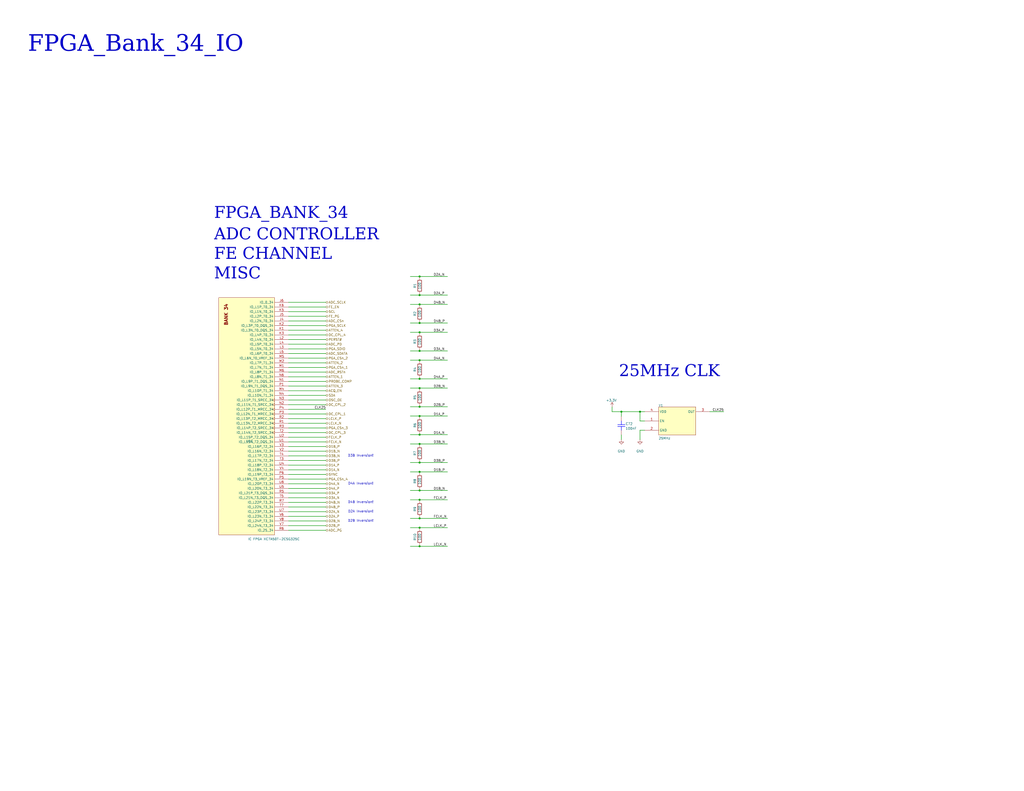
<source format=kicad_sch>
(kicad_sch (version 20230121) (generator eeschema)

  (uuid e42a7a7a-375f-4117-af72-3c5869f08cb5)

  (paper "C")

  (lib_symbols
    (symbol "power:+3.3V" (power) (pin_names (offset 0)) (in_bom yes) (on_board yes)
      (property "Reference" "#PWR" (at 0 -3.81 0)
        (effects (font (size 1.27 1.27)) hide)
      )
      (property "Value" "+3.3V" (at 0 3.556 0)
        (effects (font (size 1.27 1.27)))
      )
      (property "Footprint" "" (at 0 0 0)
        (effects (font (size 1.27 1.27)) hide)
      )
      (property "Datasheet" "" (at 0 0 0)
        (effects (font (size 1.27 1.27)) hide)
      )
      (property "ki_keywords" "global power" (at 0 0 0)
        (effects (font (size 1.27 1.27)) hide)
      )
      (property "ki_description" "Power symbol creates a global label with name \"+3.3V\"" (at 0 0 0)
        (effects (font (size 1.27 1.27)) hide)
      )
      (symbol "+3.3V_0_1"
        (polyline
          (pts
            (xy -0.762 1.27)
            (xy 0 2.54)
          )
          (stroke (width 0) (type default))
          (fill (type none))
        )
        (polyline
          (pts
            (xy 0 0)
            (xy 0 2.54)
          )
          (stroke (width 0) (type default))
          (fill (type none))
        )
        (polyline
          (pts
            (xy 0 2.54)
            (xy 0.762 1.27)
          )
          (stroke (width 0) (type default))
          (fill (type none))
        )
      )
      (symbol "+3.3V_1_1"
        (pin power_in line (at 0 0 90) (length 0) hide
          (name "+3.3V" (effects (font (size 1.27 1.27))))
          (number "1" (effects (font (size 1.27 1.27))))
        )
      )
    )
    (symbol "power:GND" (power) (pin_names (offset 0)) (in_bom yes) (on_board yes)
      (property "Reference" "#PWR" (at 0 -6.35 0)
        (effects (font (size 1.27 1.27)) hide)
      )
      (property "Value" "GND" (at 0 -3.81 0)
        (effects (font (size 1.27 1.27)))
      )
      (property "Footprint" "" (at 0 0 0)
        (effects (font (size 1.27 1.27)) hide)
      )
      (property "Datasheet" "" (at 0 0 0)
        (effects (font (size 1.27 1.27)) hide)
      )
      (property "ki_keywords" "global power" (at 0 0 0)
        (effects (font (size 1.27 1.27)) hide)
      )
      (property "ki_description" "Power symbol creates a global label with name \"GND\" , ground" (at 0 0 0)
        (effects (font (size 1.27 1.27)) hide)
      )
      (symbol "GND_0_1"
        (polyline
          (pts
            (xy 0 0)
            (xy 0 -1.27)
            (xy 1.27 -1.27)
            (xy 0 -2.54)
            (xy -1.27 -1.27)
            (xy 0 -1.27)
          )
          (stroke (width 0) (type default))
          (fill (type none))
        )
      )
      (symbol "GND_1_1"
        (pin power_in line (at 0 0 270) (length 0) hide
          (name "GND" (effects (font (size 1.27 1.27))))
          (number "1" (effects (font (size 1.27 1.27))))
        )
      )
    )
    (symbol "scratch-altium-import:root_0_IC FPGA XC7A50T-2CSG325C" (in_bom yes) (on_board yes)
      (property "Reference" "U1" (at -29.0322 49.5554 0)
        (effects (font (size 1.27 1.27)) (justify left bottom))
      )
      (property "Value" "IC FPGA XC7A50T-2CSG325C" (at -28.0162 -3.937 0)
        (effects (font (size 1.27 1.27)) (justify left bottom))
      )
      (property "Footprint" "XILINX_XC7A50T-2CSG325C" (at 4.8768 130.302 0)
        (effects (font (size 1.27 1.27)) hide)
      )
      (property "Datasheet" "" (at -10.541 4.2164 0)
        (effects (font (size 1.27 1.27)) hide)
      )
      (property "HOUSE PART NUMBER" "XC7A50T-2CSG325C" (at 28.067 55.0164 0)
        (effects (font (size 1.27 1.27)) (justify left bottom) hide)
      )
      (property "MANUFACTURER" "Xilinx" (at 43.307 39.7764 0)
        (effects (font (size 1.27 1.27)) (justify left bottom) hide)
      )
      (property "MANUFACTURER PART NUMBER" "XC7A50T-2CSG325C" (at 28.067 55.0164 0)
        (effects (font (size 1.27 1.27)) (justify left bottom) hide)
      )
      (property "SUPPLIER 1" "Digi-Key" (at 28.067 55.0164 0)
        (effects (font (size 1.27 1.27)) (justify left bottom) hide)
      )
      (property "SUPPLIER PART NUMBER 1" "122-2193-ND" (at 28.067 55.0164 0)
        (effects (font (size 1.27 1.27)) (justify left bottom) hide)
      )
      (property "ki_description" "Artix-7 FPGA, 150 User I/Os, 4 GTP, 324-Ball BGA, Speed Grade 2, Commercial Grade, Pb-Free" (at 0 0 0)
        (effects (font (size 1.27 1.27)) hide)
      )
      (property "ki_fp_filters" "XILINX_XC7A50T-2CSG325C" (at 0 0 0)
        (effects (font (size 1.27 1.27)) hide)
      )
      (symbol "root_0_IC FPGA XC7A50T-2CSG325C_1_0"
        (rectangle (start -5.08 5.3848) (end -45.72 134.9248)
          (stroke (width 0) (type solid))
          (fill (type background))
        )
        (text "BANK 14" (at -40.64 119.6848 900)
          (effects (font (size 1.778 1.778) bold) (justify left bottom))
        )
        (pin bidirectional line (at 2.54 109.5248 180) (length 7.62)
          (name "IO_L5P_T0_D06_14" (effects (font (size 1.27 1.27))))
          (number "J14" (effects (font (size 1.27 1.27))))
        )
        (pin bidirectional line (at 2.54 124.7648 180) (length 7.62)
          (name "IO_L2P_T0_D02_14" (effects (font (size 1.27 1.27))))
          (number "J15" (effects (font (size 1.27 1.27))))
        )
        (pin bidirectional line (at 2.54 122.2248 180) (length 7.62)
          (name "IO_L2N_T0_D03_14" (effects (font (size 1.27 1.27))))
          (number "J16" (effects (font (size 1.27 1.27))))
        )
        (pin bidirectional line (at 2.54 119.6848 180) (length 7.62)
          (name "IO_L3P_T0_DQS_PUDC_B_14" (effects (font (size 1.27 1.27))))
          (number "J18" (effects (font (size 1.27 1.27))))
        )
        (pin bidirectional line (at 2.54 106.9848 180) (length 7.62)
          (name "IO_L5N_T0_D07_14" (effects (font (size 1.27 1.27))))
          (number "K15" (effects (font (size 1.27 1.27))))
        )
        (pin bidirectional line (at 2.54 129.8448 180) (length 7.62)
          (name "IO_L1P_T0_D00_MOSI_14" (effects (font (size 1.27 1.27))))
          (number "K16" (effects (font (size 1.27 1.27))))
        )
        (pin bidirectional line (at 2.54 114.6048 180) (length 7.62)
          (name "IO_L4P_T0_D04_14" (effects (font (size 1.27 1.27))))
          (number "K17" (effects (font (size 1.27 1.27))))
        )
        (pin bidirectional clock (at 2.54 117.1448 180) (length 7.62)
          (name "IO_L3N_T0_DQS_EMCCLK_14" (effects (font (size 1.27 1.27))))
          (number "K18" (effects (font (size 1.27 1.27))))
        )
        (pin bidirectional line (at 2.54 132.3848 180) (length 7.62)
          (name "IO_0_14" (effects (font (size 1.27 1.27))))
          (number "L14" (effects (font (size 1.27 1.27))))
        )
        (pin bidirectional line (at 2.54 104.4448 180) (length 7.62)
          (name "IO_L6P_T0_FCS_B_14" (effects (font (size 1.27 1.27))))
          (number "L15" (effects (font (size 1.27 1.27))))
        )
        (pin bidirectional line (at 2.54 127.3048 180) (length 7.62)
          (name "IO_L1N_T0_D01_DIN_14" (effects (font (size 1.27 1.27))))
          (number "L17" (effects (font (size 1.27 1.27))))
        )
        (pin bidirectional line (at 2.54 112.0648 180) (length 7.62)
          (name "IO_L4N_T0_D05_14" (effects (font (size 1.27 1.27))))
          (number "L18" (effects (font (size 1.27 1.27))))
        )
        (pin bidirectional line (at 2.54 94.2848 180) (length 7.62)
          (name "IO_L8P_T1_D11_14" (effects (font (size 1.27 1.27))))
          (number "M14" (effects (font (size 1.27 1.27))))
        )
        (pin bidirectional line (at 2.54 101.9048 180) (length 7.62)
          (name "IO_L6N_T0_D08_VREF_14" (effects (font (size 1.27 1.27))))
          (number "M15" (effects (font (size 1.27 1.27))))
        )
        (pin bidirectional line (at 2.54 99.3648 180) (length 7.62)
          (name "IO_L7P_T1_D09_14" (effects (font (size 1.27 1.27))))
          (number "M16" (effects (font (size 1.27 1.27))))
        )
        (pin bidirectional line (at 2.54 96.8248 180) (length 7.62)
          (name "IO_L7N_T1_D10_14" (effects (font (size 1.27 1.27))))
          (number "M17" (effects (font (size 1.27 1.27))))
        )
        (pin bidirectional line (at 2.54 91.7448 180) (length 7.62)
          (name "IO_L8N_T1_D12_14" (effects (font (size 1.27 1.27))))
          (number "N14" (effects (font (size 1.27 1.27))))
        )
        (pin bidirectional line (at 2.54 89.2048 180) (length 7.62)
          (name "IO_L9P_T1_DQS_14" (effects (font (size 1.27 1.27))))
          (number "N16" (effects (font (size 1.27 1.27))))
        )
        (pin bidirectional line (at 2.54 86.6648 180) (length 7.62)
          (name "IO_L9N_T1_DQS_D13_14" (effects (font (size 1.27 1.27))))
          (number "N17" (effects (font (size 1.27 1.27))))
        )
        (pin bidirectional line (at 2.54 84.1248 180) (length 7.62)
          (name "IO_L10P_T1_D14_14" (effects (font (size 1.27 1.27))))
          (number "N18" (effects (font (size 1.27 1.27))))
        )
        (pin bidirectional clock (at 2.54 73.9648 180) (length 7.62)
          (name "IO_L12P_T1_MRCC_14" (effects (font (size 1.27 1.27))))
          (number "P14" (effects (font (size 1.27 1.27))))
        )
        (pin bidirectional clock (at 2.54 79.0448 180) (length 7.62)
          (name "IO_L11P_T1_SRCC_14" (effects (font (size 1.27 1.27))))
          (number "P15" (effects (font (size 1.27 1.27))))
        )
        (pin bidirectional clock (at 2.54 76.5048 180) (length 7.62)
          (name "IO_L11N_T1_SRCC_14" (effects (font (size 1.27 1.27))))
          (number "P16" (effects (font (size 1.27 1.27))))
        )
        (pin bidirectional line (at 2.54 81.5848 180) (length 7.62)
          (name "IO_L10N_T1_D15_14" (effects (font (size 1.27 1.27))))
          (number "P18" (effects (font (size 1.27 1.27))))
        )
        (pin bidirectional line (at 2.54 38.4048 180) (length 7.62)
          (name "IO_L19P_T3_A10_D26_14" (effects (font (size 1.27 1.27))))
          (number "R13" (effects (font (size 1.27 1.27))))
        )
        (pin bidirectional clock (at 2.54 71.4248 180) (length 7.62)
          (name "IO_L12N_T1_MRCC_14" (effects (font (size 1.27 1.27))))
          (number "R15" (effects (font (size 1.27 1.27))))
        )
        (pin bidirectional clock (at 2.54 63.8048 180) (length 7.62)
          (name "IO_L14P_T2_SRCC_14" (effects (font (size 1.27 1.27))))
          (number "R16" (effects (font (size 1.27 1.27))))
        )
        (pin bidirectional clock (at 2.54 61.2648 180) (length 7.62)
          (name "IO_L14N_T2_SRCC_14" (effects (font (size 1.27 1.27))))
          (number "R17" (effects (font (size 1.27 1.27))))
        )
        (pin bidirectional line (at 2.54 58.7248 180) (length 7.62)
          (name "IO_L15P_T2_DQS_RDWR_B_14" (effects (font (size 1.27 1.27))))
          (number "R18" (effects (font (size 1.27 1.27))))
        )
        (pin bidirectional line (at 2.54 23.1648 180) (length 7.62)
          (name "IO_L22P_T3_A05_D21_14" (effects (font (size 1.27 1.27))))
          (number "T12" (effects (font (size 1.27 1.27))))
        )
        (pin bidirectional line (at 2.54 35.8648 180) (length 7.62)
          (name "IO_L19N_T3_A09_D25_VREF_14" (effects (font (size 1.27 1.27))))
          (number "T13" (effects (font (size 1.27 1.27))))
        )
        (pin bidirectional clock (at 2.54 68.8848 180) (length 7.62)
          (name "IO_L13P_T2_MRCC_14" (effects (font (size 1.27 1.27))))
          (number "T14" (effects (font (size 1.27 1.27))))
        )
        (pin bidirectional clock (at 2.54 66.3448 180) (length 7.62)
          (name "IO_L13N_T2_MRCC_14" (effects (font (size 1.27 1.27))))
          (number "T15" (effects (font (size 1.27 1.27))))
        )
        (pin bidirectional line (at 2.54 53.6448 180) (length 7.62)
          (name "IO_L16P_T2_CSI_B_14" (effects (font (size 1.27 1.27))))
          (number "T17" (effects (font (size 1.27 1.27))))
        )
        (pin bidirectional line (at 2.54 56.1848 180) (length 7.62)
          (name "IO_L15N_T2_DQS_DOUT_CSO_B_14" (effects (font (size 1.27 1.27))))
          (number "T18" (effects (font (size 1.27 1.27))))
        )
        (pin bidirectional line (at 2.54 7.9248 180) (length 7.62)
          (name "IO_25_14" (effects (font (size 1.27 1.27))))
          (number "U10" (effects (font (size 1.27 1.27))))
        )
        (pin bidirectional line (at 2.54 18.0848 180) (length 7.62)
          (name "IO_L23P_T3_A03_D19_14" (effects (font (size 1.27 1.27))))
          (number "U11" (effects (font (size 1.27 1.27))))
        )
        (pin bidirectional line (at 2.54 20.6248 180) (length 7.62)
          (name "IO_L22N_T3_A04_D20_14" (effects (font (size 1.27 1.27))))
          (number "U12" (effects (font (size 1.27 1.27))))
        )
        (pin bidirectional line (at 2.54 33.3248 180) (length 7.62)
          (name "IO_L20P_T3_A08_D24_14" (effects (font (size 1.27 1.27))))
          (number "U14" (effects (font (size 1.27 1.27))))
        )
        (pin bidirectional line (at 2.54 48.5648 180) (length 7.62)
          (name "IO_L17P_T2_A14_D30_14" (effects (font (size 1.27 1.27))))
          (number "U15" (effects (font (size 1.27 1.27))))
        )
        (pin bidirectional line (at 2.54 46.0248 180) (length 7.62)
          (name "IO_L17N_T2_A13_D29_14" (effects (font (size 1.27 1.27))))
          (number "U16" (effects (font (size 1.27 1.27))))
        )
        (pin bidirectional line (at 2.54 51.1048 180) (length 7.62)
          (name "IO_L16N_T2_A15_D31_14" (effects (font (size 1.27 1.27))))
          (number "U17" (effects (font (size 1.27 1.27))))
        )
        (pin bidirectional line (at 2.54 13.0048 180) (length 7.62)
          (name "IO_L24P_T3_A01_D17_14" (effects (font (size 1.27 1.27))))
          (number "U9" (effects (font (size 1.27 1.27))))
        )
        (pin bidirectional line (at 2.54 15.5448 180) (length 7.62)
          (name "IO_L23N_T3_A02_D18_14" (effects (font (size 1.27 1.27))))
          (number "V11" (effects (font (size 1.27 1.27))))
        )
        (pin bidirectional line (at 2.54 28.2448 180) (length 7.62)
          (name "IO_L21P_T3_DQS_14" (effects (font (size 1.27 1.27))))
          (number "V12" (effects (font (size 1.27 1.27))))
        )
        (pin bidirectional line (at 2.54 25.7048 180) (length 7.62)
          (name "IO_L21N_T3_DQS_A06_D22_14" (effects (font (size 1.27 1.27))))
          (number "V13" (effects (font (size 1.27 1.27))))
        )
        (pin bidirectional line (at 2.54 30.7848 180) (length 7.62)
          (name "IO_L20N_T3_A07_D23_14" (effects (font (size 1.27 1.27))))
          (number "V14" (effects (font (size 1.27 1.27))))
        )
        (pin bidirectional line (at 2.54 43.4848 180) (length 7.62)
          (name "IO_L18P_T2_A12_D28_14" (effects (font (size 1.27 1.27))))
          (number "V16" (effects (font (size 1.27 1.27))))
        )
        (pin bidirectional line (at 2.54 40.9448 180) (length 7.62)
          (name "IO_L18N_T2_A11_D27_14" (effects (font (size 1.27 1.27))))
          (number "V17" (effects (font (size 1.27 1.27))))
        )
        (pin bidirectional line (at 2.54 10.4648 180) (length 7.62)
          (name "IO_L24N_T3_A00_D16_14" (effects (font (size 1.27 1.27))))
          (number "V9" (effects (font (size 1.27 1.27))))
        )
      )
      (symbol "root_0_IC FPGA XC7A50T-2CSG325C_2_0"
        (rectangle (start -44.0436 -0.6858) (end -8.4836 128.8542)
          (stroke (width 0) (type solid))
          (fill (type background))
        )
        (text "BANK 15" (at -38.9636 113.6142 900)
          (effects (font (size 1.778 1.778) bold) (justify left bottom))
        )
        (pin bidirectional line (at -0.8636 100.9142 180) (length 7.62)
          (name "IO_L5N_T0_AD9N_15" (effects (font (size 1.27 1.27))))
          (number "A10" (effects (font (size 1.27 1.27))))
        )
        (pin bidirectional line (at -0.8636 90.7542 180) (length 7.62)
          (name "IO_L7N_T1_AD2N_15" (effects (font (size 1.27 1.27))))
          (number "A12" (effects (font (size 1.27 1.27))))
        )
        (pin bidirectional line (at -0.8636 88.2142 180) (length 7.62)
          (name "IO_L8P_T1_AD10P_15" (effects (font (size 1.27 1.27))))
          (number "A13" (effects (font (size 1.27 1.27))))
        )
        (pin bidirectional line (at -0.8636 85.6742 180) (length 7.62)
          (name "IO_L8N_T1_AD10N_15" (effects (font (size 1.27 1.27))))
          (number "A14" (effects (font (size 1.27 1.27))))
        )
        (pin bidirectional line (at -0.8636 75.5142 180) (length 7.62)
          (name "IO_L10N_T1_AD11N_15" (effects (font (size 1.27 1.27))))
          (number "A15" (effects (font (size 1.27 1.27))))
        )
        (pin bidirectional line (at -0.8636 50.1142 180) (length 7.62)
          (name "IO_L15N_T2_DQS_ADV_B_15" (effects (font (size 1.27 1.27))))
          (number "A17" (effects (font (size 1.27 1.27))))
        )
        (pin bidirectional line (at -0.8636 111.0742 180) (length 7.62)
          (name "IO_L3N_T0_DQS_AD1N_15" (effects (font (size 1.27 1.27))))
          (number "A9" (effects (font (size 1.27 1.27))))
        )
        (pin bidirectional line (at -0.8636 103.4542 180) (length 7.62)
          (name "IO_L5P_T0_AD9P_15" (effects (font (size 1.27 1.27))))
          (number "B10" (effects (font (size 1.27 1.27))))
        )
        (pin bidirectional line (at -0.8636 105.9942 180) (length 7.62)
          (name "IO_L4N_T0_15" (effects (font (size 1.27 1.27))))
          (number "B11" (effects (font (size 1.27 1.27))))
        )
        (pin bidirectional line (at -0.8636 93.2942 180) (length 7.62)
          (name "IO_L7P_T1_AD2P_15" (effects (font (size 1.27 1.27))))
          (number "B12" (effects (font (size 1.27 1.27))))
        )
        (pin bidirectional line (at -0.8636 78.0542 180) (length 7.62)
          (name "IO_L10P_T1_AD11P_15" (effects (font (size 1.27 1.27))))
          (number "B14" (effects (font (size 1.27 1.27))))
        )
        (pin bidirectional line (at -0.8636 80.5942 180) (length 7.62)
          (name "IO_L9N_T1_DQS_AD3N_15" (effects (font (size 1.27 1.27))))
          (number "B15" (effects (font (size 1.27 1.27))))
        )
        (pin bidirectional line (at -0.8636 52.6542 180) (length 7.62)
          (name "IO_L15P_T2_DQS_15" (effects (font (size 1.27 1.27))))
          (number "B16" (effects (font (size 1.27 1.27))))
        )
        (pin bidirectional line (at -0.8636 45.0342 180) (length 7.62)
          (name "IO_L16N_T2_A27_15" (effects (font (size 1.27 1.27))))
          (number "B17" (effects (font (size 1.27 1.27))))
        )
        (pin bidirectional line (at -0.8636 113.6142 180) (length 7.62)
          (name "IO_L3P_T0_DQS_AD1P_15" (effects (font (size 1.27 1.27))))
          (number "B9" (effects (font (size 1.27 1.27))))
        )
        (pin bidirectional line (at -0.8636 108.5342 180) (length 7.62)
          (name "IO_L4P_T0_15" (effects (font (size 1.27 1.27))))
          (number "C11" (effects (font (size 1.27 1.27))))
        )
        (pin bidirectional line (at -0.8636 95.8342 180) (length 7.62)
          (name "IO_L6N_T0_VREF_15" (effects (font (size 1.27 1.27))))
          (number "C12" (effects (font (size 1.27 1.27))))
        )
        (pin bidirectional clock (at -0.8636 70.4342 180) (length 7.62)
          (name "IO_L11N_T1_SRCC_15" (effects (font (size 1.27 1.27))))
          (number "C13" (effects (font (size 1.27 1.27))))
        )
        (pin bidirectional line (at -0.8636 83.1342 180) (length 7.62)
          (name "IO_L9P_T1_DQS_AD3P_15" (effects (font (size 1.27 1.27))))
          (number "C14" (effects (font (size 1.27 1.27))))
        )
        (pin bidirectional line (at -0.8636 47.5742 180) (length 7.62)
          (name "IO_L16P_T2_A28_15" (effects (font (size 1.27 1.27))))
          (number "C16" (effects (font (size 1.27 1.27))))
        )
        (pin bidirectional line (at -0.8636 37.4142 180) (length 7.62)
          (name "IO_L18P_T2_A24_15" (effects (font (size 1.27 1.27))))
          (number "C17" (effects (font (size 1.27 1.27))))
        )
        (pin bidirectional line (at -0.8636 34.8742 180) (length 7.62)
          (name "IO_L18N_T2_A23_15" (effects (font (size 1.27 1.27))))
          (number "C18" (effects (font (size 1.27 1.27))))
        )
        (pin bidirectional line (at -0.8636 121.2342 180) (length 7.62)
          (name "IO_L1N_T0_AD0N_15" (effects (font (size 1.27 1.27))))
          (number "C8" (effects (font (size 1.27 1.27))))
        )
        (pin bidirectional line (at -0.8636 116.1542 180) (length 7.62)
          (name "IO_L2N_T0_AD8N_15" (effects (font (size 1.27 1.27))))
          (number "C9" (effects (font (size 1.27 1.27))))
        )
        (pin bidirectional line (at -0.8636 126.3142 180) (length 7.62)
          (name "IO_0_15" (effects (font (size 1.27 1.27))))
          (number "D10" (effects (font (size 1.27 1.27))))
        )
        (pin bidirectional line (at -0.8636 98.3742 180) (length 7.62)
          (name "IO_L6P_T0_15" (effects (font (size 1.27 1.27))))
          (number "D11" (effects (font (size 1.27 1.27))))
        )
        (pin bidirectional clock (at -0.8636 72.9742 180) (length 7.62)
          (name "IO_L11P_T1_SRCC_15" (effects (font (size 1.27 1.27))))
          (number "D13" (effects (font (size 1.27 1.27))))
        )
        (pin bidirectional clock (at -0.8636 65.3542 180) (length 7.62)
          (name "IO_L12N_T1_MRCC_15" (effects (font (size 1.27 1.27))))
          (number "D14" (effects (font (size 1.27 1.27))))
        )
        (pin bidirectional clock (at -0.8636 60.2742 180) (length 7.62)
          (name "IO_L13N_T2_MRCC_15" (effects (font (size 1.27 1.27))))
          (number "D15" (effects (font (size 1.27 1.27))))
        )
        (pin bidirectional clock (at -0.8636 55.1942 180) (length 7.62)
          (name "IO_L14N_T2_SRCC_15" (effects (font (size 1.27 1.27))))
          (number "D16" (effects (font (size 1.27 1.27))))
        )
        (pin bidirectional line (at -0.8636 39.9542 180) (length 7.62)
          (name "IO_L17N_T2_A25_15" (effects (font (size 1.27 1.27))))
          (number "D18" (effects (font (size 1.27 1.27))))
        )
        (pin bidirectional line (at -0.8636 123.7742 180) (length 7.62)
          (name "IO_L1P_T0_AD0P_15" (effects (font (size 1.27 1.27))))
          (number "D8" (effects (font (size 1.27 1.27))))
        )
        (pin bidirectional line (at -0.8636 118.6942 180) (length 7.62)
          (name "IO_L2P_T0_AD8P_15" (effects (font (size 1.27 1.27))))
          (number "D9" (effects (font (size 1.27 1.27))))
        )
        (pin bidirectional clock (at -0.8636 67.8942 180) (length 7.62)
          (name "IO_L12P_T1_MRCC_15" (effects (font (size 1.27 1.27))))
          (number "E13" (effects (font (size 1.27 1.27))))
        )
        (pin bidirectional clock (at -0.8636 62.8142 180) (length 7.62)
          (name "IO_L13P_T2_MRCC_15" (effects (font (size 1.27 1.27))))
          (number "E15" (effects (font (size 1.27 1.27))))
        )
        (pin bidirectional clock (at -0.8636 57.7342 180) (length 7.62)
          (name "IO_L14P_T2_SRCC_15" (effects (font (size 1.27 1.27))))
          (number "E16" (effects (font (size 1.27 1.27))))
        )
        (pin bidirectional line (at -0.8636 42.4942 180) (length 7.62)
          (name "IO_L17P_T2_A26_15" (effects (font (size 1.27 1.27))))
          (number "E17" (effects (font (size 1.27 1.27))))
        )
        (pin bidirectional line (at -0.8636 4.3942 180) (length 7.62)
          (name "IO_L24N_T3_RS0_15" (effects (font (size 1.27 1.27))))
          (number "E18" (effects (font (size 1.27 1.27))))
        )
        (pin bidirectional line (at -0.8636 14.5542 180) (length 7.62)
          (name "IO_L22N_T3_A16_15" (effects (font (size 1.27 1.27))))
          (number "F14" (effects (font (size 1.27 1.27))))
        )
        (pin bidirectional line (at -0.8636 19.6342 180) (length 7.62)
          (name "IO_L21N_T3_DQS_A18_15" (effects (font (size 1.27 1.27))))
          (number "F15" (effects (font (size 1.27 1.27))))
        )
        (pin bidirectional line (at -0.8636 6.9342 180) (length 7.62)
          (name "IO_L24P_T3_RS1_15" (effects (font (size 1.27 1.27))))
          (number "F17" (effects (font (size 1.27 1.27))))
        )
        (pin bidirectional line (at -0.8636 29.7942 180) (length 7.62)
          (name "IO_L19N_T3_A21_VREF_15" (effects (font (size 1.27 1.27))))
          (number "F18" (effects (font (size 1.27 1.27))))
        )
        (pin bidirectional line (at -0.8636 17.0942 180) (length 7.62)
          (name "IO_L22P_T3_A17_15" (effects (font (size 1.27 1.27))))
          (number "G14" (effects (font (size 1.27 1.27))))
        )
        (pin bidirectional line (at -0.8636 22.1742 180) (length 7.62)
          (name "IO_L21P_T3_DQS_15" (effects (font (size 1.27 1.27))))
          (number "G15" (effects (font (size 1.27 1.27))))
        )
        (pin bidirectional line (at -0.8636 24.7142 180) (length 7.62)
          (name "IO_L20N_T3_A19_15" (effects (font (size 1.27 1.27))))
          (number "G16" (effects (font (size 1.27 1.27))))
        )
        (pin bidirectional line (at -0.8636 32.3342 180) (length 7.62)
          (name "IO_L19P_T3_A22_15" (effects (font (size 1.27 1.27))))
          (number "G17" (effects (font (size 1.27 1.27))))
        )
        (pin bidirectional line (at -0.8636 1.8542 180) (length 7.62)
          (name "IO_25_15" (effects (font (size 1.27 1.27))))
          (number "H14" (effects (font (size 1.27 1.27))))
        )
        (pin bidirectional line (at -0.8636 27.2542 180) (length 7.62)
          (name "IO_L20P_T3_A20_15" (effects (font (size 1.27 1.27))))
          (number "H16" (effects (font (size 1.27 1.27))))
        )
        (pin bidirectional line (at -0.8636 12.0142 180) (length 7.62)
          (name "IO_L23P_T3_FOE_B_15" (effects (font (size 1.27 1.27))))
          (number "H17" (effects (font (size 1.27 1.27))))
        )
        (pin bidirectional line (at -0.8636 9.4742 180) (length 7.62)
          (name "IO_L23N_T3_FWE_B_15" (effects (font (size 1.27 1.27))))
          (number "H18" (effects (font (size 1.27 1.27))))
        )
      )
      (symbol "root_0_IC FPGA XC7A50T-2CSG325C_3_0"
        (rectangle (start -43.8658 -0.9652) (end -13.3858 128.5748)
          (stroke (width 0) (type solid))
          (fill (type background))
        )
        (text "BANK 34" (at -38.7858 113.3348 900)
          (effects (font (size 1.778 1.778) bold) (justify left bottom))
        )
        (pin bidirectional line (at -5.7658 115.8748 180) (length 7.62)
          (name "IO_L2N_T0_34" (effects (font (size 1.27 1.27))))
          (number "J4" (effects (font (size 1.27 1.27))))
        )
        (pin bidirectional line (at -5.7658 118.4148 180) (length 7.62)
          (name "IO_L2P_T0_34" (effects (font (size 1.27 1.27))))
          (number "J5" (effects (font (size 1.27 1.27))))
        )
        (pin bidirectional line (at -5.7658 126.0348 180) (length 7.62)
          (name "IO_0_34" (effects (font (size 1.27 1.27))))
          (number "J6" (effects (font (size 1.27 1.27))))
        )
        (pin bidirectional line (at -5.7658 110.7948 180) (length 7.62)
          (name "IO_L3N_T0_DQS_34" (effects (font (size 1.27 1.27))))
          (number "K1" (effects (font (size 1.27 1.27))))
        )
        (pin bidirectional line (at -5.7658 113.3348 180) (length 7.62)
          (name "IO_L3P_T0_DQS_34" (effects (font (size 1.27 1.27))))
          (number "K2" (effects (font (size 1.27 1.27))))
        )
        (pin bidirectional line (at -5.7658 108.2548 180) (length 7.62)
          (name "IO_L4P_T0_34" (effects (font (size 1.27 1.27))))
          (number "K3" (effects (font (size 1.27 1.27))))
        )
        (pin bidirectional line (at -5.7658 120.9548 180) (length 7.62)
          (name "IO_L1N_T0_34" (effects (font (size 1.27 1.27))))
          (number "K5" (effects (font (size 1.27 1.27))))
        )
        (pin bidirectional line (at -5.7658 123.4948 180) (length 7.62)
          (name "IO_L1P_T0_34" (effects (font (size 1.27 1.27))))
          (number "K6" (effects (font (size 1.27 1.27))))
        )
        (pin bidirectional line (at -5.7658 105.7148 180) (length 7.62)
          (name "IO_L4N_T0_34" (effects (font (size 1.27 1.27))))
          (number "L2" (effects (font (size 1.27 1.27))))
        )
        (pin bidirectional line (at -5.7658 100.6348 180) (length 7.62)
          (name "IO_L5N_T0_34" (effects (font (size 1.27 1.27))))
          (number "L3" (effects (font (size 1.27 1.27))))
        )
        (pin bidirectional line (at -5.7658 103.1748 180) (length 7.62)
          (name "IO_L5P_T0_34" (effects (font (size 1.27 1.27))))
          (number "L4" (effects (font (size 1.27 1.27))))
        )
        (pin bidirectional line (at -5.7658 98.0948 180) (length 7.62)
          (name "IO_L6P_T0_34" (effects (font (size 1.27 1.27))))
          (number "L5" (effects (font (size 1.27 1.27))))
        )
        (pin bidirectional line (at -5.7658 90.4748 180) (length 7.62)
          (name "IO_L7N_T1_34" (effects (font (size 1.27 1.27))))
          (number "M1" (effects (font (size 1.27 1.27))))
        )
        (pin bidirectional line (at -5.7658 93.0148 180) (length 7.62)
          (name "IO_L7P_T1_34" (effects (font (size 1.27 1.27))))
          (number "M2" (effects (font (size 1.27 1.27))))
        )
        (pin bidirectional line (at -5.7658 77.7748 180) (length 7.62)
          (name "IO_L10P_T1_34" (effects (font (size 1.27 1.27))))
          (number "M4" (effects (font (size 1.27 1.27))))
        )
        (pin bidirectional line (at -5.7658 95.5548 180) (length 7.62)
          (name "IO_L6N_T0_VREF_34" (effects (font (size 1.27 1.27))))
          (number "M5" (effects (font (size 1.27 1.27))))
        )
        (pin bidirectional line (at -5.7658 87.9348 180) (length 7.62)
          (name "IO_L8P_T1_34" (effects (font (size 1.27 1.27))))
          (number "M6" (effects (font (size 1.27 1.27))))
        )
        (pin bidirectional line (at -5.7658 82.8548 180) (length 7.62)
          (name "IO_L9P_T1_DQS_34" (effects (font (size 1.27 1.27))))
          (number "N1" (effects (font (size 1.27 1.27))))
        )
        (pin bidirectional clock (at -5.7658 70.1548 180) (length 7.62)
          (name "IO_L11N_T1_SRCC_34" (effects (font (size 1.27 1.27))))
          (number "N2" (effects (font (size 1.27 1.27))))
        )
        (pin bidirectional clock (at -5.7658 72.6948 180) (length 7.62)
          (name "IO_L11P_T1_SRCC_34" (effects (font (size 1.27 1.27))))
          (number "N3" (effects (font (size 1.27 1.27))))
        )
        (pin bidirectional line (at -5.7658 75.2348 180) (length 7.62)
          (name "IO_L10N_T1_34" (effects (font (size 1.27 1.27))))
          (number "N4" (effects (font (size 1.27 1.27))))
        )
        (pin bidirectional line (at -5.7658 85.3948 180) (length 7.62)
          (name "IO_L8N_T1_34" (effects (font (size 1.27 1.27))))
          (number "N6" (effects (font (size 1.27 1.27))))
        )
        (pin bidirectional line (at -5.7658 80.3148 180) (length 7.62)
          (name "IO_L9N_T1_DQS_34" (effects (font (size 1.27 1.27))))
          (number "P1" (effects (font (size 1.27 1.27))))
        )
        (pin bidirectional clock (at -5.7658 65.0748 180) (length 7.62)
          (name "IO_L12N_T1_MRCC_34" (effects (font (size 1.27 1.27))))
          (number "P3" (effects (font (size 1.27 1.27))))
        )
        (pin bidirectional clock (at -5.7658 67.6148 180) (length 7.62)
          (name "IO_L12P_T1_MRCC_34" (effects (font (size 1.27 1.27))))
          (number "P4" (effects (font (size 1.27 1.27))))
        )
        (pin bidirectional line (at -5.7658 29.5148 180) (length 7.62)
          (name "IO_L19N_T3_VREF_34" (effects (font (size 1.27 1.27))))
          (number "P5" (effects (font (size 1.27 1.27))))
        )
        (pin bidirectional line (at -5.7658 32.0548 180) (length 7.62)
          (name "IO_L19P_T3_34" (effects (font (size 1.27 1.27))))
          (number "P6" (effects (font (size 1.27 1.27))))
        )
        (pin bidirectional clock (at -5.7658 59.9948 180) (length 7.62)
          (name "IO_L13N_T2_MRCC_34" (effects (font (size 1.27 1.27))))
          (number "R1" (effects (font (size 1.27 1.27))))
        )
        (pin bidirectional clock (at -5.7658 62.5348 180) (length 7.62)
          (name "IO_L13P_T2_MRCC_34" (effects (font (size 1.27 1.27))))
          (number "R2" (effects (font (size 1.27 1.27))))
        )
        (pin bidirectional clock (at -5.7658 57.4548 180) (length 7.62)
          (name "IO_L14P_T2_SRCC_34" (effects (font (size 1.27 1.27))))
          (number "R3" (effects (font (size 1.27 1.27))))
        )
        (pin bidirectional line (at -5.7658 21.8948 180) (length 7.62)
          (name "IO_L21P_T3_DQS_34" (effects (font (size 1.27 1.27))))
          (number "R5" (effects (font (size 1.27 1.27))))
        )
        (pin bidirectional line (at -5.7658 1.5748 180) (length 7.62)
          (name "IO_25_34" (effects (font (size 1.27 1.27))))
          (number "R6" (effects (font (size 1.27 1.27))))
        )
        (pin bidirectional line (at -5.7658 16.8148 180) (length 7.62)
          (name "IO_L22P_T3_34" (effects (font (size 1.27 1.27))))
          (number "R7" (effects (font (size 1.27 1.27))))
        )
        (pin bidirectional clock (at -5.7658 54.9148 180) (length 7.62)
          (name "IO_L14N_T2_SRCC_34" (effects (font (size 1.27 1.27))))
          (number "T2" (effects (font (size 1.27 1.27))))
        )
        (pin bidirectional line (at -5.7658 39.6748 180) (length 7.62)
          (name "IO_L17N_T2_34" (effects (font (size 1.27 1.27))))
          (number "T3" (effects (font (size 1.27 1.27))))
        )
        (pin bidirectional line (at -5.7658 42.2148 180) (length 7.62)
          (name "IO_L17P_T2_34" (effects (font (size 1.27 1.27))))
          (number "T4" (effects (font (size 1.27 1.27))))
        )
        (pin bidirectional line (at -5.7658 19.3548 180) (length 7.62)
          (name "IO_L21N_T3_DQS_34" (effects (font (size 1.27 1.27))))
          (number "T5" (effects (font (size 1.27 1.27))))
        )
        (pin bidirectional line (at -5.7658 14.2748 180) (length 7.62)
          (name "IO_L22N_T3_34" (effects (font (size 1.27 1.27))))
          (number "T7" (effects (font (size 1.27 1.27))))
        )
        (pin bidirectional line (at -5.7658 49.8348 180) (length 7.62)
          (name "IO_L15N_T2_DQS_34" (effects (font (size 1.27 1.27))))
          (number "U1" (effects (font (size 1.27 1.27))))
        )
        (pin bidirectional line (at -5.7658 52.3748 180) (length 7.62)
          (name "IO_L15P_T2_DQS_34" (effects (font (size 1.27 1.27))))
          (number "U2" (effects (font (size 1.27 1.27))))
        )
        (pin bidirectional line (at -5.7658 37.1348 180) (length 7.62)
          (name "IO_L18P_T2_34" (effects (font (size 1.27 1.27))))
          (number "U4" (effects (font (size 1.27 1.27))))
        )
        (pin bidirectional line (at -5.7658 24.4348 180) (length 7.62)
          (name "IO_L20N_T3_34" (effects (font (size 1.27 1.27))))
          (number "U5" (effects (font (size 1.27 1.27))))
        )
        (pin bidirectional line (at -5.7658 26.9748 180) (length 7.62)
          (name "IO_L20P_T3_34" (effects (font (size 1.27 1.27))))
          (number "U6" (effects (font (size 1.27 1.27))))
        )
        (pin bidirectional line (at -5.7658 11.7348 180) (length 7.62)
          (name "IO_L23P_T3_34" (effects (font (size 1.27 1.27))))
          (number "U7" (effects (font (size 1.27 1.27))))
        )
        (pin bidirectional line (at -5.7658 44.7548 180) (length 7.62)
          (name "IO_L16N_T2_34" (effects (font (size 1.27 1.27))))
          (number "V2" (effects (font (size 1.27 1.27))))
        )
        (pin bidirectional line (at -5.7658 47.2948 180) (length 7.62)
          (name "IO_L16P_T2_34" (effects (font (size 1.27 1.27))))
          (number "V3" (effects (font (size 1.27 1.27))))
        )
        (pin bidirectional line (at -5.7658 34.5948 180) (length 7.62)
          (name "IO_L18N_T2_34" (effects (font (size 1.27 1.27))))
          (number "V4" (effects (font (size 1.27 1.27))))
        )
        (pin bidirectional line (at -5.7658 9.1948 180) (length 7.62)
          (name "IO_L23N_T3_34" (effects (font (size 1.27 1.27))))
          (number "V6" (effects (font (size 1.27 1.27))))
        )
        (pin bidirectional line (at -5.7658 4.1148 180) (length 7.62)
          (name "IO_L24N_T3_34" (effects (font (size 1.27 1.27))))
          (number "V7" (effects (font (size 1.27 1.27))))
        )
        (pin bidirectional line (at -5.7658 6.6548 180) (length 7.62)
          (name "IO_L24P_T3_34" (effects (font (size 1.27 1.27))))
          (number "V8" (effects (font (size 1.27 1.27))))
        )
      )
      (symbol "root_0_IC FPGA XC7A50T-2CSG325C_4_0"
        (rectangle (start 31.6484 126.7206) (end 11.3284 63.2206)
          (stroke (width 0) (type solid))
          (fill (type background))
        )
        (pin input line (at 39.2684 88.6206 180) (length 7.62)
          (name "CFGBVS_0" (effects (font (size 1.27 1.27))))
          (number "E12" (effects (font (size 1.27 1.27))))
        )
        (pin bidirectional clock (at 39.2684 111.4806 180) (length 7.62)
          (name "CCLK_0" (effects (font (size 1.27 1.27))))
          (number "E8" (effects (font (size 1.27 1.27))))
        )
        (pin bidirectional line (at 39.2684 98.7806 180) (length 7.62)
          (name "DONE_0" (effects (font (size 1.27 1.27))))
          (number "F12" (effects (font (size 1.27 1.27))))
        )
        (pin input line (at 39.2684 103.8606 180) (length 7.62)
          (name "M2_0" (effects (font (size 1.27 1.27))))
          (number "F13" (effects (font (size 1.27 1.27))))
        )
        (pin input clock (at 39.2684 119.1006 180) (length 7.62)
          (name "TCK_0" (effects (font (size 1.27 1.27))))
          (number "F8" (effects (font (size 1.27 1.27))))
        )
        (pin input line (at 39.2684 83.5406 180) (length 7.62)
          (name "VP_0" (effects (font (size 1.27 1.27))))
          (number "K10" (effects (font (size 1.27 1.27))))
        )
        (pin input line (at 39.2684 73.3806 180) (length 7.62)
          (name "VREFN_0" (effects (font (size 1.27 1.27))))
          (number "K9" (effects (font (size 1.27 1.27))))
        )
        (pin input line (at 39.2684 75.9206 180) (length 7.62)
          (name "VREFP_0" (effects (font (size 1.27 1.27))))
          (number "L10" (effects (font (size 1.27 1.27))))
        )
        (pin input line (at 39.2684 81.0006 180) (length 7.62)
          (name "VN_0" (effects (font (size 1.27 1.27))))
          (number "L9" (effects (font (size 1.27 1.27))))
        )
        (pin input line (at 39.2684 68.3006 180) (length 7.62)
          (name "DXP_0" (effects (font (size 1.27 1.27))))
          (number "M10" (effects (font (size 1.27 1.27))))
        )
        (pin input line (at 39.2684 65.7606 180) (length 7.62)
          (name "DXN_0" (effects (font (size 1.27 1.27))))
          (number "M9" (effects (font (size 1.27 1.27))))
        )
        (pin input line (at 39.2684 91.1606 180) (length 7.62)
          (name "PROGRAM_B_0" (effects (font (size 1.27 1.27))))
          (number "P10" (effects (font (size 1.27 1.27))))
        )
        (pin input line (at 39.2684 106.4006 180) (length 7.62)
          (name "M1_0" (effects (font (size 1.27 1.27))))
          (number "R11" (effects (font (size 1.27 1.27))))
        )
        (pin input line (at 39.2684 108.9406 180) (length 7.62)
          (name "M0_0" (effects (font (size 1.27 1.27))))
          (number "R12" (effects (font (size 1.27 1.27))))
        )
        (pin input line (at 39.2684 116.5606 180) (length 7.62)
          (name "TMS_0" (effects (font (size 1.27 1.27))))
          (number "R8" (effects (font (size 1.27 1.27))))
        )
        (pin bidirectional line (at 39.2684 96.2406 180) (length 7.62)
          (name "INIT_B_0" (effects (font (size 1.27 1.27))))
          (number "T10" (effects (font (size 1.27 1.27))))
        )
        (pin output line (at 39.2684 121.6406 180) (length 7.62)
          (name "TDO_0" (effects (font (size 1.27 1.27))))
          (number "T8" (effects (font (size 1.27 1.27))))
        )
        (pin input line (at 39.2684 124.1806 180) (length 7.62)
          (name "TDI_0" (effects (font (size 1.27 1.27))))
          (number "T9" (effects (font (size 1.27 1.27))))
        )
      )
      (symbol "root_0_IC FPGA XC7A50T-2CSG325C_5_0"
        (rectangle (start 0 35.56) (end -45.72 0)
          (stroke (width 0) (type solid))
          (fill (type background))
        )
        (pin input line (at 7.62 22.86 180) (length 7.62)
          (name "MGTPRXN1_216" (effects (font (size 1.27 1.27))))
          (number "A3" (effects (font (size 1.27 1.27))))
        )
        (pin input line (at 7.62 20.32 180) (length 7.62)
          (name "MGTPRXP1_216" (effects (font (size 1.27 1.27))))
          (number "A4" (effects (font (size 1.27 1.27))))
        )
        (pin input line (at -53.34 2.54 0) (length 7.62)
          (name "MGTRREF_216" (effects (font (size 1.27 1.27))))
          (number "A6" (effects (font (size 1.27 1.27))))
        )
        (pin output line (at -53.34 33.02 0) (length 7.62)
          (name "MGTPTXN3_216" (effects (font (size 1.27 1.27))))
          (number "B1" (effects (font (size 1.27 1.27))))
        )
        (pin output line (at -53.34 30.48 0) (length 7.62)
          (name "MGTPTXP3_216" (effects (font (size 1.27 1.27))))
          (number "B2" (effects (font (size 1.27 1.27))))
        )
        (pin input clock (at 7.62 10.16 180) (length 7.62)
          (name "MGTREFCLK1N_216" (effects (font (size 1.27 1.27))))
          (number "B5" (effects (font (size 1.27 1.27))))
        )
        (pin input clock (at 7.62 7.62 180) (length 7.62)
          (name "MGTREFCLK1P_216" (effects (font (size 1.27 1.27))))
          (number "B6" (effects (font (size 1.27 1.27))))
        )
        (pin input line (at 7.62 27.94 180) (length 7.62)
          (name "MGTPRXN2_216" (effects (font (size 1.27 1.27))))
          (number "C3" (effects (font (size 1.27 1.27))))
        )
        (pin input line (at 7.62 25.4 180) (length 7.62)
          (name "MGTPRXP2_216" (effects (font (size 1.27 1.27))))
          (number "C4" (effects (font (size 1.27 1.27))))
        )
        (pin output line (at -53.34 27.94 0) (length 7.62)
          (name "MGTPTXN2_216" (effects (font (size 1.27 1.27))))
          (number "D1" (effects (font (size 1.27 1.27))))
        )
        (pin output line (at -53.34 25.4 0) (length 7.62)
          (name "MGTPTXP2_216" (effects (font (size 1.27 1.27))))
          (number "D2" (effects (font (size 1.27 1.27))))
        )
        (pin input clock (at 7.62 5.08 180) (length 7.62)
          (name "MGTREFCLK0N_216" (effects (font (size 1.27 1.27))))
          (number "D5" (effects (font (size 1.27 1.27))))
        )
        (pin input clock (at 7.62 2.54 180) (length 7.62)
          (name "MGTREFCLK0P_216" (effects (font (size 1.27 1.27))))
          (number "D6" (effects (font (size 1.27 1.27))))
        )
        (pin input line (at 7.62 17.78 180) (length 7.62)
          (name "MGTPRXN0_216" (effects (font (size 1.27 1.27))))
          (number "E3" (effects (font (size 1.27 1.27))))
        )
        (pin input line (at 7.62 15.24 180) (length 7.62)
          (name "MGTPRXP0_216" (effects (font (size 1.27 1.27))))
          (number "E4" (effects (font (size 1.27 1.27))))
        )
        (pin output line (at -53.34 22.86 0) (length 7.62)
          (name "MGTPTXN1_216" (effects (font (size 1.27 1.27))))
          (number "F1" (effects (font (size 1.27 1.27))))
        )
        (pin output line (at -53.34 20.32 0) (length 7.62)
          (name "MGTPTXP1_216" (effects (font (size 1.27 1.27))))
          (number "F2" (effects (font (size 1.27 1.27))))
        )
        (pin input line (at 7.62 33.02 180) (length 7.62)
          (name "MGTPRXN3_216" (effects (font (size 1.27 1.27))))
          (number "G3" (effects (font (size 1.27 1.27))))
        )
        (pin input line (at 7.62 30.48 180) (length 7.62)
          (name "MGTPRXP3_216" (effects (font (size 1.27 1.27))))
          (number "G4" (effects (font (size 1.27 1.27))))
        )
        (pin output line (at -53.34 17.78 0) (length 7.62)
          (name "MGTPTXN0_216" (effects (font (size 1.27 1.27))))
          (number "H1" (effects (font (size 1.27 1.27))))
        )
        (pin output line (at -53.34 15.24 0) (length 7.62)
          (name "MGTPTXP0_216" (effects (font (size 1.27 1.27))))
          (number "H2" (effects (font (size 1.27 1.27))))
        )
      )
      (symbol "root_0_IC FPGA XC7A50T-2CSG325C_6_0"
        (rectangle (start 0 15.24) (end -30.48 0)
          (stroke (width 0) (type solid))
          (fill (type background))
        )
        (pin power_in line (at -38.1 2.54 0) (length 7.62)
          (name "MGTAVTT" (effects (font (size 1.27 1.27))))
          (number "A2" (effects (font (size 1.27 1.27))))
        )
        (pin power_in line (at 7.62 2.54 180) (length 7.62)
          (name "MGTAVCC" (effects (font (size 1.27 1.27))))
          (number "B4" (effects (font (size 1.27 1.27))))
        )
        (pin power_in line (at -38.1 5.08 0) (length 7.62)
          (name "MGTAVTT" (effects (font (size 1.27 1.27))))
          (number "C1" (effects (font (size 1.27 1.27))))
        )
        (pin power_in line (at 7.62 5.08 180) (length 7.62)
          (name "MGTAVCC" (effects (font (size 1.27 1.27))))
          (number "C5" (effects (font (size 1.27 1.27))))
        )
        (pin power_in line (at -38.1 7.62 0) (length 7.62)
          (name "MGTAVTT" (effects (font (size 1.27 1.27))))
          (number "E1" (effects (font (size 1.27 1.27))))
        )
        (pin power_in line (at 7.62 7.62 180) (length 7.62)
          (name "MGTAVCC" (effects (font (size 1.27 1.27))))
          (number "E5" (effects (font (size 1.27 1.27))))
        )
        (pin power_in line (at -38.1 10.16 0) (length 7.62)
          (name "MGTAVTT" (effects (font (size 1.27 1.27))))
          (number "F3" (effects (font (size 1.27 1.27))))
        )
        (pin power_in line (at 7.62 10.16 180) (length 7.62)
          (name "MGTAVCC" (effects (font (size 1.27 1.27))))
          (number "F5" (effects (font (size 1.27 1.27))))
        )
        (pin power_in line (at -38.1 12.7 0) (length 7.62)
          (name "MGTAVTT" (effects (font (size 1.27 1.27))))
          (number "G2" (effects (font (size 1.27 1.27))))
        )
      )
      (symbol "root_0_IC FPGA XC7A50T-2CSG325C_7_0"
        (rectangle (start 0 38.1) (end -25.4 0)
          (stroke (width 0) (type solid))
          (fill (type background))
        )
        (pin power_in line (at -33.02 2.54 0) (length 7.62)
          (name "VCCO_15" (effects (font (size 1.27 1.27))))
          (number "A16" (effects (font (size 1.27 1.27))))
        )
        (pin power_in line (at -33.02 5.08 0) (length 7.62)
          (name "VCCO_15" (effects (font (size 1.27 1.27))))
          (number "B13" (effects (font (size 1.27 1.27))))
        )
        (pin power_in line (at -33.02 7.62 0) (length 7.62)
          (name "VCCO_15" (effects (font (size 1.27 1.27))))
          (number "C10" (effects (font (size 1.27 1.27))))
        )
        (pin power_in line (at -33.02 10.16 0) (length 7.62)
          (name "VCCO_15" (effects (font (size 1.27 1.27))))
          (number "D17" (effects (font (size 1.27 1.27))))
        )
        (pin power_in line (at 7.62 2.54 180) (length 7.62)
          (name "VCCO_0" (effects (font (size 1.27 1.27))))
          (number "E10" (effects (font (size 1.27 1.27))))
        )
        (pin power_in line (at -33.02 12.7 0) (length 7.62)
          (name "VCCO_15" (effects (font (size 1.27 1.27))))
          (number "E14" (effects (font (size 1.27 1.27))))
        )
        (pin power_in line (at -33.02 15.24 0) (length 7.62)
          (name "VCCO_15" (effects (font (size 1.27 1.27))))
          (number "G18" (effects (font (size 1.27 1.27))))
        )
        (pin power_in line (at -33.02 17.78 0) (length 7.62)
          (name "VCCO_15" (effects (font (size 1.27 1.27))))
          (number "H15" (effects (font (size 1.27 1.27))))
        )
        (pin power_in line (at 7.62 10.16 180) (length 7.62)
          (name "VCCO_14" (effects (font (size 1.27 1.27))))
          (number "L16" (effects (font (size 1.27 1.27))))
        )
        (pin power_in line (at -33.02 22.86 0) (length 7.62)
          (name "VCCO_34" (effects (font (size 1.27 1.27))))
          (number "L6" (effects (font (size 1.27 1.27))))
        )
        (pin power_in line (at -33.02 25.4 0) (length 7.62)
          (name "VCCO_34" (effects (font (size 1.27 1.27))))
          (number "M3" (effects (font (size 1.27 1.27))))
        )
        (pin power_in line (at 7.62 12.7 180) (length 7.62)
          (name "VCCO_14" (effects (font (size 1.27 1.27))))
          (number "P17" (effects (font (size 1.27 1.27))))
        )
        (pin power_in line (at -33.02 27.94 0) (length 7.62)
          (name "VCCO_34" (effects (font (size 1.27 1.27))))
          (number "P7" (effects (font (size 1.27 1.27))))
        )
        (pin power_in line (at 7.62 5.08 180) (length 7.62)
          (name "VCCO_0" (effects (font (size 1.27 1.27))))
          (number "R10" (effects (font (size 1.27 1.27))))
        )
        (pin power_in line (at 7.62 15.24 180) (length 7.62)
          (name "VCCO_14" (effects (font (size 1.27 1.27))))
          (number "R14" (effects (font (size 1.27 1.27))))
        )
        (pin power_in line (at -33.02 30.48 0) (length 7.62)
          (name "VCCO_34" (effects (font (size 1.27 1.27))))
          (number "R4" (effects (font (size 1.27 1.27))))
        )
        (pin power_in line (at -33.02 33.02 0) (length 7.62)
          (name "VCCO_34" (effects (font (size 1.27 1.27))))
          (number "T1" (effects (font (size 1.27 1.27))))
        )
        (pin power_in line (at 7.62 17.78 180) (length 7.62)
          (name "VCCO_14" (effects (font (size 1.27 1.27))))
          (number "T11" (effects (font (size 1.27 1.27))))
        )
        (pin power_in line (at 7.62 22.86 180) (length 7.62)
          (name "VCCO_14" (effects (font (size 1.27 1.27))))
          (number "U18" (effects (font (size 1.27 1.27))))
        )
        (pin power_in line (at 7.62 20.32 180) (length 7.62)
          (name "VCCO_14" (effects (font (size 1.27 1.27))))
          (number "U8" (effects (font (size 1.27 1.27))))
        )
        (pin power_in line (at 7.62 25.4 180) (length 7.62)
          (name "VCCO_14" (effects (font (size 1.27 1.27))))
          (number "V15" (effects (font (size 1.27 1.27))))
        )
        (pin power_in line (at -33.02 35.56 0) (length 7.62)
          (name "VCCO_34" (effects (font (size 1.27 1.27))))
          (number "V5" (effects (font (size 1.27 1.27))))
        )
      )
      (symbol "root_0_IC FPGA XC7A50T-2CSG325C_8_0"
        (rectangle (start 0 48.26) (end -30.48 0)
          (stroke (width 0) (type solid))
          (fill (type background))
        )
        (pin power_in line (at -38.1 2.54 0) (length 7.62)
          (name "VCCBATT_0" (effects (font (size 1.27 1.27))))
          (number "E11" (effects (font (size 1.27 1.27))))
        )
        (pin power_in line (at -38.1 27.94 0) (length 7.62)
          (name "VCCBRAM" (effects (font (size 1.27 1.27))))
          (number "F11" (effects (font (size 1.27 1.27))))
        )
        (pin power_in line (at 7.62 2.54 180) (length 7.62)
          (name "VCCINT" (effects (font (size 1.27 1.27))))
          (number "F7" (effects (font (size 1.27 1.27))))
        )
        (pin power_in line (at 7.62 5.08 180) (length 7.62)
          (name "VCCINT" (effects (font (size 1.27 1.27))))
          (number "F9" (effects (font (size 1.27 1.27))))
        )
        (pin power_in line (at -38.1 30.48 0) (length 7.62)
          (name "VCCBRAM" (effects (font (size 1.27 1.27))))
          (number "G10" (effects (font (size 1.27 1.27))))
        )
        (pin power_in line (at -38.1 12.7 0) (length 7.62)
          (name "VCCAUX" (effects (font (size 1.27 1.27))))
          (number "G12" (effects (font (size 1.27 1.27))))
        )
        (pin power_in line (at 7.62 7.62 180) (length 7.62)
          (name "VCCINT" (effects (font (size 1.27 1.27))))
          (number "G8" (effects (font (size 1.27 1.27))))
        )
        (pin power_in line (at -38.1 33.02 0) (length 7.62)
          (name "VCCBRAM" (effects (font (size 1.27 1.27))))
          (number "H11" (effects (font (size 1.27 1.27))))
        )
        (pin power_in line (at -38.1 15.24 0) (length 7.62)
          (name "VCCAUX" (effects (font (size 1.27 1.27))))
          (number "H13" (effects (font (size 1.27 1.27))))
        )
        (pin power_in line (at 7.62 10.16 180) (length 7.62)
          (name "VCCINT" (effects (font (size 1.27 1.27))))
          (number "H7" (effects (font (size 1.27 1.27))))
        )
        (pin power_in line (at 7.62 12.7 180) (length 7.62)
          (name "VCCINT" (effects (font (size 1.27 1.27))))
          (number "H9" (effects (font (size 1.27 1.27))))
        )
        (pin power_out line (at -38.1 7.62 0) (length 7.62)
          (name "VCCADC_0" (effects (font (size 1.27 1.27))))
          (number "J10" (effects (font (size 1.27 1.27))))
        )
        (pin power_in line (at 7.62 17.78 180) (length 7.62)
          (name "VCCINT" (effects (font (size 1.27 1.27))))
          (number "J12" (effects (font (size 1.27 1.27))))
        )
        (pin power_in line (at 7.62 15.24 180) (length 7.62)
          (name "VCCINT" (effects (font (size 1.27 1.27))))
          (number "J8" (effects (font (size 1.27 1.27))))
        )
        (pin power_in line (at 7.62 22.86 180) (length 7.62)
          (name "VCCINT" (effects (font (size 1.27 1.27))))
          (number "K11" (effects (font (size 1.27 1.27))))
        )
        (pin power_in line (at -38.1 17.78 0) (length 7.62)
          (name "VCCAUX" (effects (font (size 1.27 1.27))))
          (number "K13" (effects (font (size 1.27 1.27))))
        )
        (pin power_in line (at 7.62 20.32 180) (length 7.62)
          (name "VCCINT" (effects (font (size 1.27 1.27))))
          (number "K7" (effects (font (size 1.27 1.27))))
        )
        (pin power_in line (at 7.62 27.94 180) (length 7.62)
          (name "VCCINT" (effects (font (size 1.27 1.27))))
          (number "L12" (effects (font (size 1.27 1.27))))
        )
        (pin power_in line (at 7.62 25.4 180) (length 7.62)
          (name "VCCINT" (effects (font (size 1.27 1.27))))
          (number "L8" (effects (font (size 1.27 1.27))))
        )
        (pin power_in line (at 7.62 33.02 180) (length 7.62)
          (name "VCCINT" (effects (font (size 1.27 1.27))))
          (number "M11" (effects (font (size 1.27 1.27))))
        )
        (pin power_in line (at -38.1 20.32 0) (length 7.62)
          (name "VCCAUX" (effects (font (size 1.27 1.27))))
          (number "M13" (effects (font (size 1.27 1.27))))
        )
        (pin power_in line (at 7.62 30.48 180) (length 7.62)
          (name "VCCINT" (effects (font (size 1.27 1.27))))
          (number "M7" (effects (font (size 1.27 1.27))))
        )
        (pin power_in line (at 7.62 38.1 180) (length 7.62)
          (name "VCCINT" (effects (font (size 1.27 1.27))))
          (number "N10" (effects (font (size 1.27 1.27))))
        )
        (pin power_in line (at 7.62 40.64 180) (length 7.62)
          (name "VCCINT" (effects (font (size 1.27 1.27))))
          (number "N12" (effects (font (size 1.27 1.27))))
        )
        (pin power_in line (at 7.62 35.56 180) (length 7.62)
          (name "VCCINT" (effects (font (size 1.27 1.27))))
          (number "N8" (effects (font (size 1.27 1.27))))
        )
        (pin power_in line (at 7.62 45.72 180) (length 7.62)
          (name "VCCINT" (effects (font (size 1.27 1.27))))
          (number "P11" (effects (font (size 1.27 1.27))))
        )
        (pin power_in line (at -38.1 22.86 0) (length 7.62)
          (name "VCCAUX" (effects (font (size 1.27 1.27))))
          (number "P13" (effects (font (size 1.27 1.27))))
        )
        (pin power_in line (at 7.62 43.18 180) (length 7.62)
          (name "VCCINT" (effects (font (size 1.27 1.27))))
          (number "P9" (effects (font (size 1.27 1.27))))
        )
      )
      (symbol "root_0_IC FPGA XC7A50T-2CSG325C_9_0"
        (rectangle (start 0 101.6) (end -20.32 0)
          (stroke (width 0) (type solid))
          (fill (type background))
        )
        (pin power_in line (at 7.62 2.54 180) (length 7.62)
          (name "GND" (effects (font (size 1.27 1.27))))
          (number "A1" (effects (font (size 1.27 1.27))))
        )
        (pin power_in line (at 7.62 12.7 180) (length 7.62)
          (name "GND" (effects (font (size 1.27 1.27))))
          (number "A11" (effects (font (size 1.27 1.27))))
        )
        (pin power_in line (at 7.62 15.24 180) (length 7.62)
          (name "GND" (effects (font (size 1.27 1.27))))
          (number "A18" (effects (font (size 1.27 1.27))))
        )
        (pin power_in line (at 7.62 5.08 180) (length 7.62)
          (name "GND" (effects (font (size 1.27 1.27))))
          (number "A5" (effects (font (size 1.27 1.27))))
        )
        (pin power_in line (at 7.62 7.62 180) (length 7.62)
          (name "GND" (effects (font (size 1.27 1.27))))
          (number "A7" (effects (font (size 1.27 1.27))))
        )
        (pin power_in line (at 7.62 10.16 180) (length 7.62)
          (name "GND" (effects (font (size 1.27 1.27))))
          (number "A8" (effects (font (size 1.27 1.27))))
        )
        (pin power_in line (at 7.62 25.4 180) (length 7.62)
          (name "GND" (effects (font (size 1.27 1.27))))
          (number "B18" (effects (font (size 1.27 1.27))))
        )
        (pin power_in line (at 7.62 17.78 180) (length 7.62)
          (name "GND" (effects (font (size 1.27 1.27))))
          (number "B3" (effects (font (size 1.27 1.27))))
        )
        (pin power_in line (at 7.62 20.32 180) (length 7.62)
          (name "GND" (effects (font (size 1.27 1.27))))
          (number "B7" (effects (font (size 1.27 1.27))))
        )
        (pin power_in line (at 7.62 22.86 180) (length 7.62)
          (name "GND" (effects (font (size 1.27 1.27))))
          (number "B8" (effects (font (size 1.27 1.27))))
        )
        (pin power_in line (at 7.62 35.56 180) (length 7.62)
          (name "GND" (effects (font (size 1.27 1.27))))
          (number "C15" (effects (font (size 1.27 1.27))))
        )
        (pin power_in line (at 7.62 27.94 180) (length 7.62)
          (name "GND" (effects (font (size 1.27 1.27))))
          (number "C2" (effects (font (size 1.27 1.27))))
        )
        (pin power_in line (at 7.62 30.48 180) (length 7.62)
          (name "GND" (effects (font (size 1.27 1.27))))
          (number "C6" (effects (font (size 1.27 1.27))))
        )
        (pin power_in line (at 7.62 33.02 180) (length 7.62)
          (name "GND" (effects (font (size 1.27 1.27))))
          (number "C7" (effects (font (size 1.27 1.27))))
        )
        (pin power_in line (at 7.62 45.72 180) (length 7.62)
          (name "GND" (effects (font (size 1.27 1.27))))
          (number "D12" (effects (font (size 1.27 1.27))))
        )
        (pin power_in line (at 7.62 38.1 180) (length 7.62)
          (name "GND" (effects (font (size 1.27 1.27))))
          (number "D3" (effects (font (size 1.27 1.27))))
        )
        (pin power_in line (at 7.62 40.64 180) (length 7.62)
          (name "GND" (effects (font (size 1.27 1.27))))
          (number "D4" (effects (font (size 1.27 1.27))))
        )
        (pin power_in line (at 7.62 43.18 180) (length 7.62)
          (name "GND" (effects (font (size 1.27 1.27))))
          (number "D7" (effects (font (size 1.27 1.27))))
        )
        (pin power_in line (at 7.62 48.26 180) (length 7.62)
          (name "GND" (effects (font (size 1.27 1.27))))
          (number "E2" (effects (font (size 1.27 1.27))))
        )
        (pin power_in line (at 7.62 50.8 180) (length 7.62)
          (name "GND" (effects (font (size 1.27 1.27))))
          (number "E6" (effects (font (size 1.27 1.27))))
        )
        (pin power_in line (at 7.62 53.34 180) (length 7.62)
          (name "GND" (effects (font (size 1.27 1.27))))
          (number "E7" (effects (font (size 1.27 1.27))))
        )
        (pin power_in line (at 7.62 55.88 180) (length 7.62)
          (name "GND" (effects (font (size 1.27 1.27))))
          (number "E9" (effects (font (size 1.27 1.27))))
        )
        (pin power_in line (at 7.62 63.5 180) (length 7.62)
          (name "GND" (effects (font (size 1.27 1.27))))
          (number "F10" (effects (font (size 1.27 1.27))))
        )
        (pin power_in line (at 7.62 66.04 180) (length 7.62)
          (name "GND" (effects (font (size 1.27 1.27))))
          (number "F16" (effects (font (size 1.27 1.27))))
        )
        (pin power_in line (at 7.62 58.42 180) (length 7.62)
          (name "GND" (effects (font (size 1.27 1.27))))
          (number "F4" (effects (font (size 1.27 1.27))))
        )
        (pin power_in line (at 7.62 60.96 180) (length 7.62)
          (name "GND" (effects (font (size 1.27 1.27))))
          (number "F6" (effects (font (size 1.27 1.27))))
        )
        (pin power_in line (at 7.62 68.58 180) (length 7.62)
          (name "GND" (effects (font (size 1.27 1.27))))
          (number "G1" (effects (font (size 1.27 1.27))))
        )
        (pin power_in line (at 7.62 81.28 180) (length 7.62)
          (name "GND" (effects (font (size 1.27 1.27))))
          (number "G11" (effects (font (size 1.27 1.27))))
        )
        (pin power_in line (at 7.62 83.82 180) (length 7.62)
          (name "GND" (effects (font (size 1.27 1.27))))
          (number "G13" (effects (font (size 1.27 1.27))))
        )
        (pin power_in line (at 7.62 71.12 180) (length 7.62)
          (name "GND" (effects (font (size 1.27 1.27))))
          (number "G5" (effects (font (size 1.27 1.27))))
        )
        (pin power_in line (at 7.62 73.66 180) (length 7.62)
          (name "GND" (effects (font (size 1.27 1.27))))
          (number "G6" (effects (font (size 1.27 1.27))))
        )
        (pin power_in line (at 7.62 76.2 180) (length 7.62)
          (name "GND" (effects (font (size 1.27 1.27))))
          (number "G7" (effects (font (size 1.27 1.27))))
        )
        (pin power_in line (at 7.62 78.74 180) (length 7.62)
          (name "GND" (effects (font (size 1.27 1.27))))
          (number "G9" (effects (font (size 1.27 1.27))))
        )
        (pin power_in line (at -27.94 2.54 0) (length 7.62)
          (name "GND" (effects (font (size 1.27 1.27))))
          (number "H10" (effects (font (size 1.27 1.27))))
        )
        (pin power_in line (at -27.94 5.08 0) (length 7.62)
          (name "GND" (effects (font (size 1.27 1.27))))
          (number "H12" (effects (font (size 1.27 1.27))))
        )
        (pin power_in line (at 7.62 86.36 180) (length 7.62)
          (name "GND" (effects (font (size 1.27 1.27))))
          (number "H3" (effects (font (size 1.27 1.27))))
        )
        (pin power_in line (at 7.62 88.9 180) (length 7.62)
          (name "GND" (effects (font (size 1.27 1.27))))
          (number "H4" (effects (font (size 1.27 1.27))))
        )
        (pin power_in line (at 7.62 91.44 180) (length 7.62)
          (name "GND" (effects (font (size 1.27 1.27))))
          (number "H5" (effects (font (size 1.27 1.27))))
        )
        (pin power_in line (at 7.62 93.98 180) (length 7.62)
          (name "GND" (effects (font (size 1.27 1.27))))
          (number "H6" (effects (font (size 1.27 1.27))))
        )
        (pin power_in line (at 7.62 96.52 180) (length 7.62)
          (name "GND" (effects (font (size 1.27 1.27))))
          (number "H8" (effects (font (size 1.27 1.27))))
        )
        (pin power_in line (at -27.94 7.62 0) (length 7.62)
          (name "GND" (effects (font (size 1.27 1.27))))
          (number "J1" (effects (font (size 1.27 1.27))))
        )
        (pin power_in line (at -27.94 17.78 0) (length 7.62)
          (name "GND" (effects (font (size 1.27 1.27))))
          (number "J11" (effects (font (size 1.27 1.27))))
        )
        (pin power_in line (at -27.94 20.32 0) (length 7.62)
          (name "GND" (effects (font (size 1.27 1.27))))
          (number "J13" (effects (font (size 1.27 1.27))))
        )
        (pin power_in line (at -27.94 22.86 0) (length 7.62)
          (name "GND" (effects (font (size 1.27 1.27))))
          (number "J17" (effects (font (size 1.27 1.27))))
        )
        (pin power_in line (at -27.94 10.16 0) (length 7.62)
          (name "GND" (effects (font (size 1.27 1.27))))
          (number "J2" (effects (font (size 1.27 1.27))))
        )
        (pin power_in line (at -27.94 12.7 0) (length 7.62)
          (name "GND" (effects (font (size 1.27 1.27))))
          (number "J3" (effects (font (size 1.27 1.27))))
        )
        (pin power_in line (at -27.94 15.24 0) (length 7.62)
          (name "GND" (effects (font (size 1.27 1.27))))
          (number "J7" (effects (font (size 1.27 1.27))))
        )
        (pin power_in line (at -27.94 99.06 0) (length 7.62)
          (name "GNDADC_0" (effects (font (size 1.27 1.27))))
          (number "J9" (effects (font (size 1.27 1.27))))
        )
        (pin power_in line (at -27.94 30.48 0) (length 7.62)
          (name "GND" (effects (font (size 1.27 1.27))))
          (number "K12" (effects (font (size 1.27 1.27))))
        )
        (pin power_in line (at -27.94 33.02 0) (length 7.62)
          (name "GND" (effects (font (size 1.27 1.27))))
          (number "K14" (effects (font (size 1.27 1.27))))
        )
        (pin power_in line (at -27.94 25.4 0) (length 7.62)
          (name "GND" (effects (font (size 1.27 1.27))))
          (number "K4" (effects (font (size 1.27 1.27))))
        )
        (pin power_in line (at -27.94 27.94 0) (length 7.62)
          (name "GND" (effects (font (size 1.27 1.27))))
          (number "K8" (effects (font (size 1.27 1.27))))
        )
        (pin power_in line (at -27.94 35.56 0) (length 7.62)
          (name "GND" (effects (font (size 1.27 1.27))))
          (number "L1" (effects (font (size 1.27 1.27))))
        )
        (pin power_in line (at -27.94 40.64 0) (length 7.62)
          (name "GND" (effects (font (size 1.27 1.27))))
          (number "L11" (effects (font (size 1.27 1.27))))
        )
        (pin power_in line (at -27.94 43.18 0) (length 7.62)
          (name "GND" (effects (font (size 1.27 1.27))))
          (number "L13" (effects (font (size 1.27 1.27))))
        )
        (pin power_in line (at -27.94 38.1 0) (length 7.62)
          (name "GND" (effects (font (size 1.27 1.27))))
          (number "L7" (effects (font (size 1.27 1.27))))
        )
        (pin power_in line (at -27.94 48.26 0) (length 7.62)
          (name "GND" (effects (font (size 1.27 1.27))))
          (number "M12" (effects (font (size 1.27 1.27))))
        )
        (pin power_in line (at -27.94 50.8 0) (length 7.62)
          (name "GND" (effects (font (size 1.27 1.27))))
          (number "M18" (effects (font (size 1.27 1.27))))
        )
        (pin power_in line (at -27.94 45.72 0) (length 7.62)
          (name "GND" (effects (font (size 1.27 1.27))))
          (number "M8" (effects (font (size 1.27 1.27))))
        )
        (pin power_in line (at -27.94 60.96 0) (length 7.62)
          (name "GND" (effects (font (size 1.27 1.27))))
          (number "N11" (effects (font (size 1.27 1.27))))
        )
        (pin power_in line (at -27.94 63.5 0) (length 7.62)
          (name "GND" (effects (font (size 1.27 1.27))))
          (number "N13" (effects (font (size 1.27 1.27))))
        )
        (pin power_in line (at -27.94 66.04 0) (length 7.62)
          (name "GND" (effects (font (size 1.27 1.27))))
          (number "N15" (effects (font (size 1.27 1.27))))
        )
        (pin power_in line (at -27.94 53.34 0) (length 7.62)
          (name "GND" (effects (font (size 1.27 1.27))))
          (number "N5" (effects (font (size 1.27 1.27))))
        )
        (pin power_in line (at -27.94 55.88 0) (length 7.62)
          (name "GND" (effects (font (size 1.27 1.27))))
          (number "N7" (effects (font (size 1.27 1.27))))
        )
        (pin power_in line (at -27.94 58.42 0) (length 7.62)
          (name "GND" (effects (font (size 1.27 1.27))))
          (number "N9" (effects (font (size 1.27 1.27))))
        )
        (pin power_in line (at -27.94 73.66 0) (length 7.62)
          (name "GND" (effects (font (size 1.27 1.27))))
          (number "P12" (effects (font (size 1.27 1.27))))
        )
        (pin power_in line (at -27.94 68.58 0) (length 7.62)
          (name "GND" (effects (font (size 1.27 1.27))))
          (number "P2" (effects (font (size 1.27 1.27))))
        )
        (pin power_in line (at -27.94 71.12 0) (length 7.62)
          (name "GND" (effects (font (size 1.27 1.27))))
          (number "P8" (effects (font (size 1.27 1.27))))
        )
        (pin power_in line (at -27.94 76.2 0) (length 7.62)
          (name "GND" (effects (font (size 1.27 1.27))))
          (number "R9" (effects (font (size 1.27 1.27))))
        )
        (pin power_in line (at -27.94 81.28 0) (length 7.62)
          (name "GND" (effects (font (size 1.27 1.27))))
          (number "T16" (effects (font (size 1.27 1.27))))
        )
        (pin power_in line (at -27.94 78.74 0) (length 7.62)
          (name "GND" (effects (font (size 1.27 1.27))))
          (number "T6" (effects (font (size 1.27 1.27))))
        )
        (pin power_in line (at -27.94 86.36 0) (length 7.62)
          (name "GND" (effects (font (size 1.27 1.27))))
          (number "U13" (effects (font (size 1.27 1.27))))
        )
        (pin power_in line (at -27.94 83.82 0) (length 7.62)
          (name "GND" (effects (font (size 1.27 1.27))))
          (number "U3" (effects (font (size 1.27 1.27))))
        )
        (pin power_in line (at -27.94 88.9 0) (length 7.62)
          (name "GND" (effects (font (size 1.27 1.27))))
          (number "V1" (effects (font (size 1.27 1.27))))
        )
        (pin power_in line (at -27.94 91.44 0) (length 7.62)
          (name "GND" (effects (font (size 1.27 1.27))))
          (number "V10" (effects (font (size 1.27 1.27))))
        )
        (pin power_in line (at -27.94 93.98 0) (length 7.62)
          (name "GND" (effects (font (size 1.27 1.27))))
          (number "V18" (effects (font (size 1.27 1.27))))
        )
      )
    )
    (symbol "scratch-altium-import:root_0_OSC 25MHz ECS-TXO-2016" (in_bom yes) (on_board yes)
      (property "Reference" "" (at 0 0 0)
        (effects (font (size 1.27 1.27)))
      )
      (property "Value" "" (at 0 0 0)
        (effects (font (size 1.27 1.27)))
      )
      (property "Footprint" "" (at 0 0 0)
        (effects (font (size 1.27 1.27)) hide)
      )
      (property "Datasheet" "" (at 0 0 0)
        (effects (font (size 1.27 1.27)) hide)
      )
      (property "ki_fp_filters" "ECS_TXO-2016" (at 0 0 0)
        (effects (font (size 1.27 1.27)) hide)
      )
      (symbol "root_0_OSC 25MHz ECS-TXO-2016_1_0"
        (rectangle (start 10.16 7.62) (end -10.16 -7.62)
          (stroke (width 0) (type solid))
          (fill (type background))
        )
        (pin passive line (at -17.78 0 0) (length 7.62)
          (name "EN" (effects (font (size 1.27 1.27))))
          (number "1" (effects (font (size 1.27 1.27))))
        )
        (pin power_in line (at -17.78 -5.08 0) (length 7.62)
          (name "GND" (effects (font (size 1.27 1.27))))
          (number "2" (effects (font (size 1.27 1.27))))
        )
        (pin passive line (at 17.78 5.08 180) (length 7.62)
          (name "OUT" (effects (font (size 1.27 1.27))))
          (number "3" (effects (font (size 1.27 1.27))))
        )
        (pin power_in line (at -17.78 5.08 0) (length 7.62)
          (name "VDD" (effects (font (size 1.27 1.27))))
          (number "4" (effects (font (size 1.27 1.27))))
        )
      )
    )
    (symbol "scratch-altium-import:root_1_RES 100 OHM 1% 1/20W 0201" (in_bom yes) (on_board yes)
      (property "Reference" "" (at 0 0 0)
        (effects (font (size 1.27 1.27)))
      )
      (property "Value" "" (at 0 0 0)
        (effects (font (size 1.27 1.27)))
      )
      (property "Footprint" "" (at 0 0 0)
        (effects (font (size 1.27 1.27)) hide)
      )
      (property "Datasheet" "" (at 0 0 0)
        (effects (font (size 1.27 1.27)) hide)
      )
      (property "ki_fp_filters" "GEN_R_0201" (at 0 0 0)
        (effects (font (size 1.27 1.27)) hide)
      )
      (symbol "root_1_RES 100 OHM 1% 1/20W 0201_1_0"
        (rectangle (start 1.056 3) (end -0.976 -3)
          (stroke (width 0.254) (type solid))
          (fill (type none))
        )
        (pin passive line (at 0 -5.08 90) (length 2)
          (name "1" (effects (font (size 0 0))))
          (number "1" (effects (font (size 0 0))))
        )
        (pin passive line (at 0 5.08 270) (length 2)
          (name "2" (effects (font (size 0 0))))
          (number "2" (effects (font (size 0 0))))
        )
      )
    )
    (symbol "scratch-altium-import:root_2_CAP 100nF 16V X7R 0402" (in_bom yes) (on_board yes)
      (property "Reference" "" (at 0 0 0)
        (effects (font (size 1.27 1.27)))
      )
      (property "Value" "" (at 0 0 0)
        (effects (font (size 1.27 1.27)))
      )
      (property "Footprint" "" (at 0 0 0)
        (effects (font (size 1.27 1.27)) hide)
      )
      (property "Datasheet" "" (at 0 0 0)
        (effects (font (size 1.27 1.27)) hide)
      )
      (property "ki_fp_filters" "GEN_C_0402" (at 0 0 0)
        (effects (font (size 1.27 1.27)) hide)
      )
      (symbol "root_2_CAP 100nF 16V X7R 0402_1_0"
        (polyline
          (pts
            (xy 0 -2.54)
            (xy 0 -0.5)
          )
          (stroke (width 0.254) (type solid) (color 0 0 255 1))
          (fill (type none))
        )
        (polyline
          (pts
            (xy 0 2.54)
            (xy 0 0.5)
          )
          (stroke (width 0.254) (type solid) (color 0 0 255 1))
          (fill (type none))
        )
        (polyline
          (pts
            (xy 2 -0.5)
            (xy -2 -0.5)
          )
          (stroke (width 0.254) (type solid) (color 0 0 255 1))
          (fill (type none))
        )
        (polyline
          (pts
            (xy 2 0.5)
            (xy -2 0.5)
          )
          (stroke (width 0.254) (type solid) (color 0 0 255 1))
          (fill (type none))
        )
        (pin passive line (at 0 5.08 270) (length 2.54)
          (name "1" (effects (font (size 0 0))))
          (number "1" (effects (font (size 0 0))))
        )
        (pin passive line (at 0 -5.08 90) (length 2.54)
          (name "2" (effects (font (size 0 0))))
          (number "2" (effects (font (size 0 0))))
        )
      )
    )
  )


  (junction (at 228.981 161.1376) (diameter 0) (color 0 0 0 0)
    (uuid 154525fb-b19a-4087-b9e3-206a0ded20b1)
  )
  (junction (at 228.981 267.8176) (diameter 0) (color 0 0 0 0)
    (uuid 1aca29ac-73e8-461a-bade-56b2a9fb4c17)
  )
  (junction (at 228.981 206.8576) (diameter 0) (color 0 0 0 0)
    (uuid 2694baab-3423-484d-8ef1-00d6e84a23e3)
  )
  (junction (at 228.981 237.3376) (diameter 0) (color 0 0 0 0)
    (uuid 2743caf5-72d7-4de1-9061-03623bc86165)
  )
  (junction (at 228.981 227.1776) (diameter 0) (color 0 0 0 0)
    (uuid 27635eee-a93e-4786-9df3-8e71255bfdae)
  )
  (junction (at 228.981 222.0976) (diameter 0) (color 0 0 0 0)
    (uuid 2e628ad6-56fa-42ac-8fa2-463ab7a160ff)
  )
  (junction (at 349.25 224.79) (diameter 0) (color 0 0 0 0)
    (uuid 4497fff9-4616-4589-8aff-5db481c7dd12)
  )
  (junction (at 228.981 150.9776) (diameter 0) (color 0 0 0 0)
    (uuid 5099bc6d-c9eb-4da0-b882-734178f3780d)
  )
  (junction (at 228.981 196.6976) (diameter 0) (color 0 0 0 0)
    (uuid 52b31432-7f66-48e2-9c3c-8a6f1de09209)
  )
  (junction (at 228.981 272.8976) (diameter 0) (color 0 0 0 0)
    (uuid 6558d0ef-788a-44a9-b403-1ec67e26ccec)
  )
  (junction (at 228.981 191.6176) (diameter 0) (color 0 0 0 0)
    (uuid 7684f4ff-c442-4022-af5a-39ac3e153f4b)
  )
  (junction (at 228.981 257.6576) (diameter 0) (color 0 0 0 0)
    (uuid 7cfccaf8-2b0d-4297-8e12-331743ebf0d1)
  )
  (junction (at 228.981 176.3776) (diameter 0) (color 0 0 0 0)
    (uuid 856e594b-19c9-4253-b6ee-3102a565fa54)
  )
  (junction (at 228.981 242.4176) (diameter 0) (color 0 0 0 0)
    (uuid 87bee309-ab11-44e2-a8b4-b791f6049b5b)
  )
  (junction (at 228.981 283.0576) (diameter 0) (color 0 0 0 0)
    (uuid 95ebd01e-f058-4fbd-b240-583795d39125)
  )
  (junction (at 228.981 252.5776) (diameter 0) (color 0 0 0 0)
    (uuid b121321d-62c4-409f-9fc6-3274aede7628)
  )
  (junction (at 228.981 298.2976) (diameter 0) (color 0 0 0 0)
    (uuid b717386e-23be-4737-9347-7eea124d4ec4)
  )
  (junction (at 339.09 224.79) (diameter 0) (color 0 0 0 0)
    (uuid c740d9cb-8861-45e9-b462-7a782b95f618)
  )
  (junction (at 228.981 181.4576) (diameter 0) (color 0 0 0 0)
    (uuid d430b595-054d-46bf-922d-a906190bd0a1)
  )
  (junction (at 228.981 211.9376) (diameter 0) (color 0 0 0 0)
    (uuid de02ac44-5711-4a25-a259-4fec5cf7e811)
  )
  (junction (at 228.981 288.1376) (diameter 0) (color 0 0 0 0)
    (uuid e408dfe3-b2fc-459e-aaba-3f9d0dd10699)
  )
  (junction (at 228.981 166.2176) (diameter 0) (color 0 0 0 0)
    (uuid ed00494d-1dec-4cd8-bbc0-1b5e2c10fd3e)
  )

  (wire (pts (xy 177.8 266.7) (xy 157.48 266.7))
    (stroke (width 0.254) (type default))
    (uuid 00849d87-1dfb-48ac-8259-e1d9a412db54)
  )
  (wire (pts (xy 177.8 259.08) (xy 157.48 259.08))
    (stroke (width 0.254) (type default))
    (uuid 015d911f-513a-450c-8a5a-744c1d6968cf)
  )
  (wire (pts (xy 244.221 252.5776) (xy 228.981 252.5776))
    (stroke (width 0.254) (type default))
    (uuid 02a22ec7-bd82-49d8-b325-958ba270af87)
  )
  (wire (pts (xy 177.8 223.52) (xy 157.48 223.52))
    (stroke (width 0.254) (type default))
    (uuid 0864153b-38ee-4b6e-bbb6-d7346528410d)
  )
  (wire (pts (xy 177.8 203.2) (xy 157.48 203.2))
    (stroke (width 0.254) (type default))
    (uuid 087105f9-0fc0-48f8-8720-e321d5fed61c)
  )
  (wire (pts (xy 387.35 224.79) (xy 394.97 224.79))
    (stroke (width 0.254) (type default))
    (uuid 0976d3e9-244c-463e-a17d-ba58e9f960dc)
  )
  (wire (pts (xy 177.8 213.36) (xy 157.48 213.36))
    (stroke (width 0.254) (type default))
    (uuid 119c4c5c-5bf5-45d3-b8be-edacbd06170c)
  )
  (wire (pts (xy 177.8 238.76) (xy 157.48 238.76))
    (stroke (width 0.254) (type default))
    (uuid 15ccab23-b299-4bf6-87fb-a47a77ffd61d)
  )
  (wire (pts (xy 349.25 229.87) (xy 349.25 224.79))
    (stroke (width 0.254) (type default))
    (uuid 170a50a1-b008-4f51-9f36-4bcab1a18d0a)
  )
  (wire (pts (xy 228.981 227.1776) (xy 223.901 227.1776))
    (stroke (width 0.254) (type default))
    (uuid 19724c90-6ec9-4afb-8f09-e46e9a4e8134)
  )
  (wire (pts (xy 177.8 264.16) (xy 157.48 264.16))
    (stroke (width 0.254) (type default))
    (uuid 1a990a01-a368-49a0-bd4f-52be04f4d8da)
  )
  (wire (pts (xy 244.221 288.1376) (xy 228.981 288.1376))
    (stroke (width 0.254) (type default))
    (uuid 1ae2a02c-3512-46b0-b85d-8891621f5a61)
  )
  (wire (pts (xy 177.8 271.78) (xy 157.48 271.78))
    (stroke (width 0.254) (type default))
    (uuid 220a1460-5f63-4b46-96df-81a2d870fa78)
  )
  (wire (pts (xy 244.221 298.2976) (xy 228.981 298.2976))
    (stroke (width 0.254) (type default))
    (uuid 2d335060-7f01-4732-b979-57948534dfa9)
  )
  (wire (pts (xy 177.8 276.86) (xy 157.48 276.86))
    (stroke (width 0.254) (type default))
    (uuid 2da78122-a151-4ff8-b385-894d05882982)
  )
  (wire (pts (xy 228.981 166.2176) (xy 223.901 166.2176))
    (stroke (width 0.254) (type default))
    (uuid 30f9d713-96e6-4a11-b271-698db994b915)
  )
  (wire (pts (xy 177.8 170.18) (xy 157.48 170.18))
    (stroke (width 0.254) (type default))
    (uuid 3144f263-3801-42a0-8d16-f7ac91c35cd0)
  )
  (wire (pts (xy 177.8 220.98) (xy 157.48 220.98))
    (stroke (width 0.254) (type default))
    (uuid 3205c59d-451e-4342-bcaa-ec0eefe21b73)
  )
  (wire (pts (xy 177.8 172.72) (xy 157.48 172.72))
    (stroke (width 0.254) (type default))
    (uuid 3474279e-b863-445e-a42f-7028298c2d60)
  )
  (wire (pts (xy 244.221 272.8976) (xy 228.981 272.8976))
    (stroke (width 0.254) (type default))
    (uuid 35b34584-3001-467b-90d9-16a2844b4fff)
  )
  (wire (pts (xy 177.8 177.8) (xy 157.48 177.8))
    (stroke (width 0.254) (type default))
    (uuid 393cae6f-4498-4133-b874-20c5812f7934)
  )
  (wire (pts (xy 228.981 222.0976) (xy 223.901 222.0976))
    (stroke (width 0.254) (type default))
    (uuid 39662be5-9a24-4e1d-9abc-a1bcd2b905f4)
  )
  (wire (pts (xy 228.981 272.8976) (xy 223.901 272.8976))
    (stroke (width 0.254) (type default))
    (uuid 3a52c7ee-5cde-4b39-a2e9-14288a8abbe0)
  )
  (wire (pts (xy 244.221 150.9776) (xy 228.981 150.9776))
    (stroke (width 0.254) (type default))
    (uuid 3ca1ab7a-1d79-43c3-83f9-3692a3e5816f)
  )
  (wire (pts (xy 244.221 191.6176) (xy 228.981 191.6176))
    (stroke (width 0.254) (type default))
    (uuid 3ced740a-890b-4bc2-bc3c-77a1ece977fb)
  )
  (wire (pts (xy 228.981 176.3776) (xy 223.901 176.3776))
    (stroke (width 0.254) (type default))
    (uuid 3dd0827e-5467-4602-bea5-abaf428bedb2)
  )
  (wire (pts (xy 177.8 215.9) (xy 157.48 215.9))
    (stroke (width 0.254) (type default))
    (uuid 412098b2-b90b-4af0-87b1-a641bc23d2e7)
  )
  (wire (pts (xy 228.981 288.1376) (xy 223.901 288.1376))
    (stroke (width 0.254) (type default))
    (uuid 43677377-eceb-498b-b68c-b3781834b8cb)
  )
  (wire (pts (xy 177.8 233.68) (xy 157.48 233.68))
    (stroke (width 0.254) (type default))
    (uuid 451b768a-f556-4482-9c9f-7022f0e965f7)
  )
  (wire (pts (xy 244.221 267.8176) (xy 228.981 267.8176))
    (stroke (width 0.254) (type default))
    (uuid 459ac6b8-78cc-4a22-80fa-9c47d6cd7ed4)
  )
  (wire (pts (xy 228.981 196.6976) (xy 223.901 196.6976))
    (stroke (width 0.254) (type default))
    (uuid 4c883593-92a5-43a5-a8fe-02962fb22f14)
  )
  (wire (pts (xy 177.8 281.94) (xy 157.48 281.94))
    (stroke (width 0.254) (type default))
    (uuid 4de8337a-42ff-481e-a308-89ef0dc2741c)
  )
  (wire (pts (xy 177.8 284.48) (xy 157.48 284.48))
    (stroke (width 0.254) (type default))
    (uuid 4e5552bc-67e4-48b2-b289-a39d387fd22c)
  )
  (wire (pts (xy 177.8 182.88) (xy 157.48 182.88))
    (stroke (width 0.254) (type default))
    (uuid 53533994-a8de-4bc3-b8d3-3e546da7e13a)
  )
  (wire (pts (xy 228.981 181.4576) (xy 223.901 181.4576))
    (stroke (width 0.254) (type default))
    (uuid 5c598c25-ae94-47cb-becb-81f88d0c04cb)
  )
  (wire (pts (xy 244.221 227.1776) (xy 228.981 227.1776))
    (stroke (width 0.254) (type default))
    (uuid 5ffd768a-930b-4e6d-8ae4-2d9ecbae1365)
  )
  (wire (pts (xy 177.8 165.1) (xy 157.48 165.1))
    (stroke (width 0.254) (type default))
    (uuid 62325f59-46a6-44c6-8113-9fde6a7dc1bd)
  )
  (wire (pts (xy 177.8 269.24) (xy 157.48 269.24))
    (stroke (width 0.254) (type default))
    (uuid 632b8a1a-dd18-4b72-bd8c-8a01d664af62)
  )
  (wire (pts (xy 177.8 195.58) (xy 157.48 195.58))
    (stroke (width 0.254) (type default))
    (uuid 648be1fc-005b-4412-a7aa-d85957e7cfce)
  )
  (wire (pts (xy 177.8 175.26) (xy 157.48 175.26))
    (stroke (width 0.254) (type default))
    (uuid 68ba4c0b-33b0-4473-8a07-137b2f491d1a)
  )
  (wire (pts (xy 177.8 287.02) (xy 157.48 287.02))
    (stroke (width 0.254) (type default))
    (uuid 6b06fd49-f0b9-42b8-afd8-81c43a7d15ee)
  )
  (wire (pts (xy 177.8 246.38) (xy 157.48 246.38))
    (stroke (width 0.254) (type default))
    (uuid 6d0b90cb-3a36-4877-9e11-ef7f02e5271d)
  )
  (wire (pts (xy 228.981 206.8576) (xy 223.901 206.8576))
    (stroke (width 0.254) (type default))
    (uuid 6f65cadf-6ae2-4b36-8863-86fb579f1a60)
  )
  (wire (pts (xy 349.25 234.95) (xy 351.79 234.95))
    (stroke (width 0.254) (type default))
    (uuid 714f735b-9c80-4fc9-b0d7-8fe869213116)
  )
  (wire (pts (xy 177.8 180.34) (xy 157.48 180.34))
    (stroke (width 0.254) (type default))
    (uuid 72eb9694-da18-4c3e-a33b-b9333c247e01)
  )
  (wire (pts (xy 228.981 283.0576) (xy 223.901 283.0576))
    (stroke (width 0.254) (type default))
    (uuid 72f76a55-2fcf-4777-8fbc-f16e821425ea)
  )
  (wire (pts (xy 244.221 211.9376) (xy 228.981 211.9376))
    (stroke (width 0.254) (type default))
    (uuid 73e7aaf5-0926-4e23-b301-3c81a888b9f0)
  )
  (wire (pts (xy 339.09 240.03) (xy 339.09 237.49))
    (stroke (width 0.254) (type default))
    (uuid 74428e4f-22cf-4eae-b598-87413b711e7f)
  )
  (wire (pts (xy 177.8 200.66) (xy 157.48 200.66))
    (stroke (width 0.254) (type default))
    (uuid 7b3619a2-d9e4-44fd-a295-f111da82635c)
  )
  (wire (pts (xy 228.981 237.3376) (xy 223.901 237.3376))
    (stroke (width 0.254) (type default))
    (uuid 7c52a0bc-2082-4ae3-87fd-ef1ff00b38f8)
  )
  (wire (pts (xy 177.8 236.22) (xy 157.48 236.22))
    (stroke (width 0.254) (type default))
    (uuid 7e6a315c-c62b-4a38-b77c-b7691f903d83)
  )
  (wire (pts (xy 177.8 274.32) (xy 157.48 274.32))
    (stroke (width 0.254) (type default))
    (uuid 807c10f8-ba29-40f3-994e-2e36aa1ac3b0)
  )
  (wire (pts (xy 228.981 191.6176) (xy 223.901 191.6176))
    (stroke (width 0.254) (type default))
    (uuid 84de6de7-f613-46cf-85e4-c7e1fb83e952)
  )
  (wire (pts (xy 244.221 242.4176) (xy 228.981 242.4176))
    (stroke (width 0.254) (type default))
    (uuid 85441186-b158-4f37-8f83-aa2b16926f70)
  )
  (wire (pts (xy 228.981 257.6576) (xy 223.901 257.6576))
    (stroke (width 0.254) (type default))
    (uuid 8a53c1ed-1d04-4314-9907-b23a8bc5cc79)
  )
  (wire (pts (xy 349.25 240.03) (xy 349.25 234.95))
    (stroke (width 0.254) (type default))
    (uuid 8ef925be-538c-411c-97c4-9d7866b9f143)
  )
  (wire (pts (xy 177.8 226.06) (xy 157.48 226.06))
    (stroke (width 0.254) (type default))
    (uuid 90f3e2a0-b0c0-4a45-a79f-d488538ee92f)
  )
  (wire (pts (xy 228.981 298.2976) (xy 223.901 298.2976))
    (stroke (width 0.254) (type default))
    (uuid 9143d9bf-b45d-4fee-aab1-fffec0d81101)
  )
  (wire (pts (xy 228.981 150.9776) (xy 223.901 150.9776))
    (stroke (width 0.254) (type default))
    (uuid 921c71b5-d86d-473f-a057-64a499d8c71c)
  )
  (wire (pts (xy 177.8 208.28) (xy 157.48 208.28))
    (stroke (width 0.254) (type default))
    (uuid 97b9faf2-e1c9-4f6c-a5af-9da24cfc1668)
  )
  (wire (pts (xy 177.8 228.6) (xy 157.48 228.6))
    (stroke (width 0.254) (type default))
    (uuid 983096d2-233f-4801-8cc8-9b88737304e9)
  )
  (wire (pts (xy 177.8 187.96) (xy 157.48 187.96))
    (stroke (width 0.254) (type default))
    (uuid 99f0b137-6fe6-46af-99a2-cd80f196a40b)
  )
  (wire (pts (xy 244.221 196.6976) (xy 228.981 196.6976))
    (stroke (width 0.254) (type default))
    (uuid 9f1e4928-bd79-4e0f-9790-2bf019b7f0a4)
  )
  (wire (pts (xy 244.221 176.3776) (xy 228.981 176.3776))
    (stroke (width 0.254) (type default))
    (uuid a1a27404-6e7a-4ced-a3b6-1b2bcbda5554)
  )
  (wire (pts (xy 244.221 166.2176) (xy 228.981 166.2176))
    (stroke (width 0.254) (type default))
    (uuid a1dbc50c-989b-4572-bb15-c421c58929b1)
  )
  (wire (pts (xy 177.8 256.54) (xy 157.48 256.54))
    (stroke (width 0.254) (type default))
    (uuid a235db06-d451-42d9-8303-a2abe5abf63e)
  )
  (wire (pts (xy 177.8 198.12) (xy 157.48 198.12))
    (stroke (width 0.254) (type default))
    (uuid a3bdac22-349b-4895-8f78-6c8afdfd6fda)
  )
  (wire (pts (xy 177.8 279.4) (xy 157.48 279.4))
    (stroke (width 0.254) (type default))
    (uuid a8f37a26-d7b5-4989-b88a-782333226429)
  )
  (wire (pts (xy 244.221 206.8576) (xy 228.981 206.8576))
    (stroke (width 0.254) (type default))
    (uuid aa11f4b9-6954-48ad-a2d1-a299d379f75f)
  )
  (wire (pts (xy 244.221 237.3376) (xy 228.981 237.3376))
    (stroke (width 0.254) (type default))
    (uuid ac29f5cb-12f8-49d1-a0d4-c847d0c01b0f)
  )
  (wire (pts (xy 177.8 261.62) (xy 157.48 261.62))
    (stroke (width 0.254) (type default))
    (uuid af81033f-1409-4b79-aa50-c474268065be)
  )
  (wire (pts (xy 177.8 205.74) (xy 157.48 205.74))
    (stroke (width 0.254) (type default))
    (uuid b7fddb54-3e14-42a7-83a4-417f9d9f6920)
  )
  (wire (pts (xy 244.221 257.6576) (xy 228.981 257.6576))
    (stroke (width 0.254) (type default))
    (uuid bd4d13b9-1803-4a83-8553-c07d7f146096)
  )
  (wire (pts (xy 339.09 224.79) (xy 339.09 227.33))
    (stroke (width 0.254) (type default))
    (uuid bdd761a8-b8e2-41d9-8ea5-b8150a90590f)
  )
  (wire (pts (xy 177.8 210.82) (xy 157.48 210.82))
    (stroke (width 0.254) (type default))
    (uuid c4c58fa8-4f6c-4e0b-9e9b-e74a82c2a443)
  )
  (wire (pts (xy 228.981 252.5776) (xy 223.901 252.5776))
    (stroke (width 0.254) (type default))
    (uuid c6e76932-41ad-4061-835c-981f98681515)
  )
  (wire (pts (xy 351.79 224.79) (xy 349.25 224.79))
    (stroke (width 0.254) (type default))
    (uuid c8d4a1c2-9b38-4c35-ab4f-0505a071336d)
  )
  (wire (pts (xy 177.8 218.44) (xy 157.48 218.44))
    (stroke (width 0.254) (type default))
    (uuid c92436af-9f1b-433c-8b7a-c57a35b2ad1f)
  )
  (wire (pts (xy 244.221 283.0576) (xy 228.981 283.0576))
    (stroke (width 0.254) (type default))
    (uuid ca3fface-4769-4371-b668-93e3bd9d1da0)
  )
  (wire (pts (xy 228.981 161.1376) (xy 223.901 161.1376))
    (stroke (width 0.254) (type default))
    (uuid cc71a1db-ad1a-49e2-ad6a-0bb74dfdedaa)
  )
  (wire (pts (xy 177.8 243.84) (xy 157.48 243.84))
    (stroke (width 0.254) (type default))
    (uuid d2e96b09-2393-40b4-a8cd-9f169ca931c4)
  )
  (wire (pts (xy 244.221 222.0976) (xy 228.981 222.0976))
    (stroke (width 0.254) (type default))
    (uuid d393293f-38c4-41f2-a0b4-5651c6f2f1f5)
  )
  (wire (pts (xy 177.8 190.5) (xy 157.48 190.5))
    (stroke (width 0.254) (type default))
    (uuid d64ccd51-289d-43fc-9dd0-6cb1ed72f91b)
  )
  (wire (pts (xy 157.48 185.42) (xy 177.8 185.42))
    (stroke (width 0.254) (type default))
    (uuid dd0747c7-8679-4533-a42c-6c19105c1f9c)
  )
  (wire (pts (xy 351.79 229.87) (xy 349.25 229.87))
    (stroke (width 0.254) (type default))
    (uuid e3338977-4660-4c9e-8160-72f2bb38f2c8)
  )
  (wire (pts (xy 228.981 267.8176) (xy 223.901 267.8176))
    (stroke (width 0.254) (type default))
    (uuid e68c3020-1fd2-4a34-9846-140ce46dd95f)
  )
  (wire (pts (xy 177.8 231.14) (xy 157.48 231.14))
    (stroke (width 0.254) (type default))
    (uuid e7f4b020-e5f5-48c7-b261-f5f6859ce7bb)
  )
  (wire (pts (xy 334.01 222.25) (xy 334.01 224.79))
    (stroke (width 0.254) (type default))
    (uuid e86c6167-4112-46b8-8ee1-bf81b4eed498)
  )
  (wire (pts (xy 228.981 242.4176) (xy 223.901 242.4176))
    (stroke (width 0.254) (type default))
    (uuid e900e541-4336-4e94-acf5-9ce4f1112e6b)
  )
  (wire (pts (xy 177.8 289.56) (xy 157.48 289.56))
    (stroke (width 0.254) (type default))
    (uuid e952d382-3952-4bcf-95b9-bb5e345cd9ae)
  )
  (wire (pts (xy 349.25 224.79) (xy 339.09 224.79))
    (stroke (width 0.254) (type default))
    (uuid e970568e-17dd-499f-bc2b-beb24d52c315)
  )
  (wire (pts (xy 177.8 251.46) (xy 157.48 251.46))
    (stroke (width 0.254) (type default))
    (uuid eaf1a2ee-1584-4a40-882a-2fd3334c7875)
  )
  (wire (pts (xy 244.221 181.4576) (xy 228.981 181.4576))
    (stroke (width 0.254) (type default))
    (uuid edb64485-6fd4-4363-922a-237d8ff6f598)
  )
  (wire (pts (xy 334.01 224.79) (xy 339.09 224.79))
    (stroke (width 0.254) (type default))
    (uuid f0022975-77c5-4084-8ffe-62669e8a1ba1)
  )
  (wire (pts (xy 244.221 161.1376) (xy 228.981 161.1376))
    (stroke (width 0.254) (type default))
    (uuid f3f11c5d-c37b-4f75-aca8-3e4a7015b722)
  )
  (wire (pts (xy 177.8 248.92) (xy 157.48 248.92))
    (stroke (width 0.254) (type default))
    (uuid f52e5dce-0552-4754-be25-fe26f2cdcbdc)
  )
  (wire (pts (xy 177.8 167.64) (xy 157.48 167.64))
    (stroke (width 0.254) (type default))
    (uuid f616dcbe-75af-4230-9c43-9df71334ca58)
  )
  (wire (pts (xy 177.8 241.3) (xy 157.48 241.3))
    (stroke (width 0.254) (type default))
    (uuid f818f222-d5ea-4dfe-a6df-3a1194bdc945)
  )
  (wire (pts (xy 177.8 193.04) (xy 157.48 193.04))
    (stroke (width 0.254) (type default))
    (uuid fbe46ecb-8cf7-442c-8495-41c19c70aa6a)
  )
  (wire (pts (xy 228.981 211.9376) (xy 223.901 211.9376))
    (stroke (width 0.254) (type default))
    (uuid ff440a40-5201-4b94-90aa-1811cdcaf065)
  )
  (wire (pts (xy 177.8 254) (xy 157.48 254))
    (stroke (width 0.254) (type default))
    (uuid ff7c6ac0-beba-4105-8669-696f2faee794)
  )

  (text "D2A Inversion!" (at 196.85 279.4 0)
    (effects (font (size 1.27 1.27)))
    (uuid 566ce71d-6721-48f5-bc5e-b408d6b86b52)
  )
  (text "D3B Inversion!" (at 196.85 248.92 0)
    (effects (font (size 1.27 1.27)))
    (uuid 811adda8-843d-4fdc-93e3-eba0dfaed1dd)
  )
  (text "D4B Inversion!" (at 196.85 274.32 0)
    (effects (font (size 1.27 1.27)))
    (uuid c48b4289-aff0-4112-af52-6cb7f647accd)
  )
  (text "D4A Inversion!" (at 196.85 264.16 0)
    (effects (font (size 1.27 1.27)))
    (uuid c6d77c25-047d-45f8-9b43-9ebc4a2e3d3f)
  )
  (text "FPGA_Bank_34_IO\n" (at 15.24 31.75 0)
    (effects (font (face "Times New Roman") (size 8.89 8.89)) (justify left bottom))
    (uuid d8e9bd98-62b2-40e3-a62a-8b1c9e443cad)
  )
  (text "ADC CONTROLLER\nFE CHANNEL\nMISC" (at 116.84 154.94 0)
    (effects (font (face "Times New Roman") (size 6.35 6.35)) (justify left bottom))
    (uuid d94449ab-4ae8-4476-94a2-4a372b57b9ab)
  )
  (text "25MHz CLK" (at 337.82 208.28 0)
    (effects (font (face "Times New Roman") (size 6.35 6.35)) (justify left bottom))
    (uuid e0c13f13-c1b2-4353-830c-b6c0258a23f6)
  )
  (text "D2B Inversion!" (at 196.85 284.48 0)
    (effects (font (size 1.27 1.27)))
    (uuid f178a389-e49d-4974-92b4-160df50c5ec2)
  )
  (text "FPGA_BANK_34\n" (at 116.84 121.92 0)
    (effects (font (face "Times New Roman") (size 6.35 6.35)) (justify left bottom))
    (uuid f4a5f027-f995-43d3-a6cd-5a7110d74fda)
  )

  (label "D2A_N" (at 236.601 150.9776 0) (fields_autoplaced)
    (effects (font (size 1.27 1.27)) (justify left bottom))
    (uuid 1034c4a8-2aad-416a-8e23-d370217fae19)
    (property "Intersheetrefs" "${INTERSHEET_REFS}" (at 80.01 121.92 0)
      (effects (font (size 1.27 1.27)) hide)
    )
  )
  (label "CLK25" (at 394.97 224.79 180) (fields_autoplaced)
    (effects (font (size 1.27 1.27)) (justify right bottom))
    (uuid 1fd647c0-4291-4f8e-8206-53b769511a36)
    (property "Intersheetrefs" "${INTERSHEET_REFS}" (at 388.1413 224.79 0)
      (effects (font (size 1.27 1.27)) (justify right) hide)
    )
  )
  (label "D1A_P" (at 236.601 227.1776 0) (fields_autoplaced)
    (effects (font (size 1.27 1.27)) (justify left bottom))
    (uuid 44281293-ff9b-4f2c-b6f1-99edbabb56ac)
    (property "Intersheetrefs" "${INTERSHEET_REFS}" (at 80.01 121.92 0)
      (effects (font (size 1.27 1.27)) hide)
    )
  )
  (label "D2A_P" (at 236.601 161.1376 0) (fields_autoplaced)
    (effects (font (size 1.27 1.27)) (justify left bottom))
    (uuid 4e767a20-84b2-45cb-9c6e-985842f7258c)
    (property "Intersheetrefs" "${INTERSHEET_REFS}" (at 80.01 121.92 0)
      (effects (font (size 1.27 1.27)) hide)
    )
  )
  (label "D4B_P" (at 236.601 176.3776 0) (fields_autoplaced)
    (effects (font (size 1.27 1.27)) (justify left bottom))
    (uuid 5e97898c-7d8c-49ce-813d-ec6b7cb93835)
    (property "Intersheetrefs" "${INTERSHEET_REFS}" (at 80.01 121.92 0)
      (effects (font (size 1.27 1.27)) hide)
    )
  )
  (label "D4A_P" (at 236.601 206.8576 0) (fields_autoplaced)
    (effects (font (size 1.27 1.27)) (justify left bottom))
    (uuid 5f88ef51-87d0-405f-9292-2c1b6ac7f2ce)
    (property "Intersheetrefs" "${INTERSHEET_REFS}" (at 80.01 121.92 0)
      (effects (font (size 1.27 1.27)) hide)
    )
  )
  (label "FCLK_N" (at 236.601 283.0576 0) (fields_autoplaced)
    (effects (font (size 1.27 1.27)) (justify left bottom))
    (uuid 6afc987e-6d67-4d4a-96f0-7b35829950c9)
    (property "Intersheetrefs" "${INTERSHEET_REFS}" (at 80.01 121.92 0)
      (effects (font (size 1.27 1.27)) hide)
    )
  )
  (label "CLK25" (at 177.8 223.52 180) (fields_autoplaced)
    (effects (font (size 1.27 1.27)) (justify right bottom))
    (uuid 6b9948bd-8bd0-4ebc-9271-1a7d83c466c6)
    (property "Intersheetrefs" "${INTERSHEET_REFS}" (at 79.629 123.3424 0)
      (effects (font (size 1.27 1.27)) hide)
    )
  )
  (label "D3B_N" (at 236.601 242.4176 0) (fields_autoplaced)
    (effects (font (size 1.27 1.27)) (justify left bottom))
    (uuid 6ecd8a2a-d39c-4259-a2a0-e23eb37ed7dc)
    (property "Intersheetrefs" "${INTERSHEET_REFS}" (at 80.01 121.92 0)
      (effects (font (size 1.27 1.27)) hide)
    )
  )
  (label "D2B_P" (at 236.601 222.0976 0) (fields_autoplaced)
    (effects (font (size 1.27 1.27)) (justify left bottom))
    (uuid 703fdf91-9a97-42bb-8962-6135c5433d90)
    (property "Intersheetrefs" "${INTERSHEET_REFS}" (at 80.01 121.92 0)
      (effects (font (size 1.27 1.27)) hide)
    )
  )
  (label "D1B_N" (at 236.601 267.8176 0) (fields_autoplaced)
    (effects (font (size 1.27 1.27)) (justify left bottom))
    (uuid 78d0d582-9f88-4239-b2aa-f4cb60df6ad7)
    (property "Intersheetrefs" "${INTERSHEET_REFS}" (at 80.01 121.92 0)
      (effects (font (size 1.27 1.27)) hide)
    )
  )
  (label "D4B_N" (at 236.601 166.2176 0) (fields_autoplaced)
    (effects (font (size 1.27 1.27)) (justify left bottom))
    (uuid 8db37121-e59c-4dfe-b9d2-c8952f1a74a9)
    (property "Intersheetrefs" "${INTERSHEET_REFS}" (at 80.01 121.92 0)
      (effects (font (size 1.27 1.27)) hide)
    )
  )
  (label "D4A_N" (at 236.601 196.6976 0) (fields_autoplaced)
    (effects (font (size 1.27 1.27)) (justify left bottom))
    (uuid 945f8f80-91a6-4dde-a28d-08128b1360c9)
    (property "Intersheetrefs" "${INTERSHEET_REFS}" (at 80.01 121.92 0)
      (effects (font (size 1.27 1.27)) hide)
    )
  )
  (label "D2B_N" (at 236.601 211.9376 0) (fields_autoplaced)
    (effects (font (size 1.27 1.27)) (justify left bottom))
    (uuid 96b9c175-0fa7-4bf2-a85c-0c7a902ce8f6)
    (property "Intersheetrefs" "${INTERSHEET_REFS}" (at 80.01 121.92 0)
      (effects (font (size 1.27 1.27)) hide)
    )
  )
  (label "D1B_P" (at 236.601 257.6576 0) (fields_autoplaced)
    (effects (font (size 1.27 1.27)) (justify left bottom))
    (uuid 996d7821-8c05-4fc3-8333-7d9de2ca5c2a)
    (property "Intersheetrefs" "${INTERSHEET_REFS}" (at 80.01 121.92 0)
      (effects (font (size 1.27 1.27)) hide)
    )
  )
  (label "D3B_P" (at 236.601 252.5776 0) (fields_autoplaced)
    (effects (font (size 1.27 1.27)) (justify left bottom))
    (uuid af0ce389-113e-47ea-bfe3-fe935eb93fa4)
    (property "Intersheetrefs" "${INTERSHEET_REFS}" (at 80.01 121.92 0)
      (effects (font (size 1.27 1.27)) hide)
    )
  )
  (label "FCLK_P" (at 236.601 272.8976 0) (fields_autoplaced)
    (effects (font (size 1.27 1.27)) (justify left bottom))
    (uuid b73f852f-4ad3-49a9-9f08-dc02a7dcf2fa)
    (property "Intersheetrefs" "${INTERSHEET_REFS}" (at 80.01 121.92 0)
      (effects (font (size 1.27 1.27)) hide)
    )
  )
  (label "D1A_N" (at 236.601 237.3376 0) (fields_autoplaced)
    (effects (font (size 1.27 1.27)) (justify left bottom))
    (uuid be3ea3e4-fc46-4d07-a23a-ab83696c412f)
    (property "Intersheetrefs" "${INTERSHEET_REFS}" (at 80.01 121.92 0)
      (effects (font (size 1.27 1.27)) hide)
    )
  )
  (label "LCLK_P" (at 236.601 288.1376 0) (fields_autoplaced)
    (effects (font (size 1.27 1.27)) (justify left bottom))
    (uuid c0fc57cd-86db-4569-8e67-3d839838df55)
    (property "Intersheetrefs" "${INTERSHEET_REFS}" (at 80.01 121.92 0)
      (effects (font (size 1.27 1.27)) hide)
    )
  )
  (label "LCLK_N" (at 236.601 298.2976 0) (fields_autoplaced)
    (effects (font (size 1.27 1.27)) (justify left bottom))
    (uuid ce77329b-98f0-4cca-ad38-a889c4efbb21)
    (property "Intersheetrefs" "${INTERSHEET_REFS}" (at 80.01 121.92 0)
      (effects (font (size 1.27 1.27)) hide)
    )
  )
  (label "D3A_N" (at 236.601 191.6176 0) (fields_autoplaced)
    (effects (font (size 1.27 1.27)) (justify left bottom))
    (uuid db951107-b9ff-4d85-af30-907ec4f3309a)
    (property "Intersheetrefs" "${INTERSHEET_REFS}" (at 80.01 121.92 0)
      (effects (font (size 1.27 1.27)) hide)
    )
  )
  (label "D3A_P" (at 236.601 181.4576 0) (fields_autoplaced)
    (effects (font (size 1.27 1.27)) (justify left bottom))
    (uuid e4199787-926e-4141-8bb6-fff6413424b7)
    (property "Intersheetrefs" "${INTERSHEET_REFS}" (at 80.01 121.92 0)
      (effects (font (size 1.27 1.27)) hide)
    )
  )

  (hierarchical_label "D2A_P" (shape bidirectional) (at 177.8 281.94 0) (fields_autoplaced)
    (effects (font (size 1.27 1.27)) (justify left))
    (uuid 039dfedc-8463-4f9a-afb3-81b8e8e0aca9)
    (property "Intersheetrefs" "${INTERSHEET_REFS}" (at 185.749 281.94 0)
      (effects (font (size 1.27 1.27)) (justify left) hide)
    )
  )
  (hierarchical_label "FCLK_N" (shape bidirectional) (at 177.8 241.3 0) (fields_autoplaced)
    (effects (font (size 1.27 1.27)) (justify left))
    (uuid 03cacbe6-77ca-49a9-a29a-5c99bfe77619)
    (property "Intersheetrefs" "${INTERSHEET_REFS}" (at 186.8981 241.3 0)
      (effects (font (size 1.27 1.27)) (justify left) hide)
    )
  )
  (hierarchical_label "ADC_RSTn" (shape bidirectional) (at 177.8 203.2 0) (fields_autoplaced)
    (effects (font (size 1.27 1.27)) (justify left))
    (uuid 07d3ad5a-52c9-4134-a666-b38c6b679f7c)
    (property "Intersheetrefs" "${INTERSHEET_REFS}" (at 189.1356 203.2 0)
      (effects (font (size 1.27 1.27)) (justify left) hide)
    )
  )
  (hierarchical_label "DC_CPL_2" (shape bidirectional) (at 177.8 220.98 0) (fields_autoplaced)
    (effects (font (size 1.27 1.27)) (justify left))
    (uuid 0f33135a-337c-4ea0-91a3-358fb2ca17ff)
    (property "Intersheetrefs" "${INTERSHEET_REFS}" (at 189.1961 220.98 0)
      (effects (font (size 1.27 1.27)) (justify left) hide)
    )
  )
  (hierarchical_label "SCL" (shape bidirectional) (at 177.8 170.18 0) (fields_autoplaced)
    (effects (font (size 1.27 1.27)) (justify left))
    (uuid 179b92a5-04a7-4b28-a6b8-ab7a8c21c9ec)
    (property "Intersheetrefs" "${INTERSHEET_REFS}" (at 183.4509 170.18 0)
      (effects (font (size 1.27 1.27)) (justify left) hide)
    )
  )
  (hierarchical_label "D4A_P" (shape bidirectional) (at 177.8 266.7 0) (fields_autoplaced)
    (effects (font (size 1.27 1.27)) (justify left))
    (uuid 1f21211b-4724-4369-aa18-bde051acd902)
    (property "Intersheetrefs" "${INTERSHEET_REFS}" (at 185.749 266.7 0)
      (effects (font (size 1.27 1.27)) (justify left) hide)
    )
  )
  (hierarchical_label "D3B_P" (shape bidirectional) (at 177.8 251.46 0) (fields_autoplaced)
    (effects (font (size 1.27 1.27)) (justify left))
    (uuid 1fed61ea-ea4b-4881-ad6c-6b554c426c51)
    (property "Intersheetrefs" "${INTERSHEET_REFS}" (at 185.9304 251.46 0)
      (effects (font (size 1.27 1.27)) (justify left) hide)
    )
  )
  (hierarchical_label "FE_EN" (shape bidirectional) (at 177.8 167.64 0) (fields_autoplaced)
    (effects (font (size 1.27 1.27)) (justify left))
    (uuid 21fba373-ad64-40a1-aff5-e360d288cc73)
    (property "Intersheetrefs" "${INTERSHEET_REFS}" (at 185.628 167.64 0)
      (effects (font (size 1.27 1.27)) (justify left) hide)
    )
  )
  (hierarchical_label "PGA_CSn_4" (shape bidirectional) (at 177.8 261.62 0) (fields_autoplaced)
    (effects (font (size 1.27 1.27)) (justify left))
    (uuid 283f57f7-5f78-4beb-91b2-dd526fc143df)
    (property "Intersheetrefs" "${INTERSHEET_REFS}" (at 190.3451 261.62 0)
      (effects (font (size 1.27 1.27)) (justify left) hide)
    )
  )
  (hierarchical_label "DC_CPL_1" (shape bidirectional) (at 177.8 226.06 0) (fields_autoplaced)
    (effects (font (size 1.27 1.27)) (justify left))
    (uuid 3ddac549-f57f-42ac-a62d-79e9bad3def0)
    (property "Intersheetrefs" "${INTERSHEET_REFS}" (at 189.1961 226.06 0)
      (effects (font (size 1.27 1.27)) (justify left) hide)
    )
  )
  (hierarchical_label "PGA_SCLK" (shape bidirectional) (at 177.8 177.8 0) (fields_autoplaced)
    (effects (font (size 1.27 1.27)) (justify left))
    (uuid 438064c8-71f9-43b0-8eeb-f9db93ee1a2e)
    (property "Intersheetrefs" "${INTERSHEET_REFS}" (at 189.3171 177.8 0)
      (effects (font (size 1.27 1.27)) (justify left) hide)
    )
  )
  (hierarchical_label "DC_CPL_3" (shape bidirectional) (at 177.8 236.22 0) (fields_autoplaced)
    (effects (font (size 1.27 1.27)) (justify left))
    (uuid 4fe9643d-17d3-44da-b83a-351f5874a545)
    (property "Intersheetrefs" "${INTERSHEET_REFS}" (at 189.1961 236.22 0)
      (effects (font (size 1.27 1.27)) (justify left) hide)
    )
  )
  (hierarchical_label "SDA" (shape bidirectional) (at 177.8 215.9 0) (fields_autoplaced)
    (effects (font (size 1.27 1.27)) (justify left))
    (uuid 5aebd1ed-0847-4dbe-b182-bd898320e5f3)
    (property "Intersheetrefs" "${INTERSHEET_REFS}" (at 183.5114 215.9 0)
      (effects (font (size 1.27 1.27)) (justify left) hide)
    )
  )
  (hierarchical_label "D1A_P" (shape bidirectional) (at 177.8 254 0) (fields_autoplaced)
    (effects (font (size 1.27 1.27)) (justify left))
    (uuid 5dce9229-f8ae-4bb1-9f90-9e26f6d82047)
    (property "Intersheetrefs" "${INTERSHEET_REFS}" (at 185.749 254 0)
      (effects (font (size 1.27 1.27)) (justify left) hide)
    )
  )
  (hierarchical_label "D4A_N" (shape bidirectional) (at 177.8 264.16 0) (fields_autoplaced)
    (effects (font (size 1.27 1.27)) (justify left))
    (uuid 62dc66c1-7b40-430c-99a8-26e4496cb585)
    (property "Intersheetrefs" "${INTERSHEET_REFS}" (at 185.8095 264.16 0)
      (effects (font (size 1.27 1.27)) (justify left) hide)
    )
  )
  (hierarchical_label "OSC_OE" (shape bidirectional) (at 177.8 218.44 0) (fields_autoplaced)
    (effects (font (size 1.27 1.27)) (justify left))
    (uuid 64837a06-68f9-4f95-bd73-b04b8fa206d6)
    (property "Intersheetrefs" "${INTERSHEET_REFS}" (at 187.2004 218.44 0)
      (effects (font (size 1.27 1.27)) (justify left) hide)
    )
  )
  (hierarchical_label "PGA_CSn_1" (shape bidirectional) (at 177.8 200.66 0) (fields_autoplaced)
    (effects (font (size 1.27 1.27)) (justify left))
    (uuid 667c44bb-f742-470b-8129-6d49ec579854)
    (property "Intersheetrefs" "${INTERSHEET_REFS}" (at 190.3451 200.66 0)
      (effects (font (size 1.27 1.27)) (justify left) hide)
    )
  )
  (hierarchical_label "D3A_N" (shape bidirectional) (at 177.8 271.78 0) (fields_autoplaced)
    (effects (font (size 1.27 1.27)) (justify left))
    (uuid 68d82368-970f-4f3f-b423-c2cc6988cd9f)
    (property "Intersheetrefs" "${INTERSHEET_REFS}" (at 185.8095 271.78 0)
      (effects (font (size 1.27 1.27)) (justify left) hide)
    )
  )
  (hierarchical_label "ADC_PD" (shape bidirectional) (at 177.8 187.96 0) (fields_autoplaced)
    (effects (font (size 1.27 1.27)) (justify left))
    (uuid 6a14ad91-b323-4656-87c3-8e86ac75a923)
    (property "Intersheetrefs" "${INTERSHEET_REFS}" (at 187.0795 187.96 0)
      (effects (font (size 1.27 1.27)) (justify left) hide)
    )
  )
  (hierarchical_label "ADC_SCLK" (shape bidirectional) (at 177.8 165.1 0) (fields_autoplaced)
    (effects (font (size 1.27 1.27)) (justify left))
    (uuid 6b234668-b7a5-4326-a91e-5fab1a157238)
    (property "Intersheetrefs" "${INTERSHEET_REFS}" (at 189.3171 165.1 0)
      (effects (font (size 1.27 1.27)) (justify left) hide)
    )
  )
  (hierarchical_label "D4B_P" (shape bidirectional) (at 177.8 276.86 0) (fields_autoplaced)
    (effects (font (size 1.27 1.27)) (justify left))
    (uuid 6b696918-f5d7-4e15-8e7c-76172aed6606)
    (property "Intersheetrefs" "${INTERSHEET_REFS}" (at 185.9304 276.86 0)
      (effects (font (size 1.27 1.27)) (justify left) hide)
    )
  )
  (hierarchical_label "ATTEN_2" (shape bidirectional) (at 177.8 198.12 0) (fields_autoplaced)
    (effects (font (size 1.27 1.27)) (justify left))
    (uuid 6d582fd0-61c2-4726-b5b5-cc73b829c419)
    (property "Intersheetrefs" "${INTERSHEET_REFS}" (at 187.6237 198.12 0)
      (effects (font (size 1.27 1.27)) (justify left) hide)
    )
  )
  (hierarchical_label "ADC_PG" (shape bidirectional) (at 177.8 289.56 0) (fields_autoplaced)
    (effects (font (size 1.27 1.27)) (justify left))
    (uuid 70d63b56-6494-40d4-a3be-b38709cbb7ad)
    (property "Intersheetrefs" "${INTERSHEET_REFS}" (at 187.0795 289.56 0)
      (effects (font (size 1.27 1.27)) (justify left) hide)
    )
  )
  (hierarchical_label "ATTEN_4" (shape bidirectional) (at 177.8 180.34 0) (fields_autoplaced)
    (effects (font (size 1.27 1.27)) (justify left))
    (uuid 71224f18-e17b-46ef-8a2c-c5de14185b3d)
    (property "Intersheetrefs" "${INTERSHEET_REFS}" (at 187.6237 180.34 0)
      (effects (font (size 1.27 1.27)) (justify left) hide)
    )
  )
  (hierarchical_label "LCLK_N" (shape bidirectional) (at 177.8 231.14 0) (fields_autoplaced)
    (effects (font (size 1.27 1.27)) (justify left))
    (uuid 7346109a-e9bf-4778-8ada-5a66144da8fc)
    (property "Intersheetrefs" "${INTERSHEET_REFS}" (at 186.8376 231.14 0)
      (effects (font (size 1.27 1.27)) (justify left) hide)
    )
  )
  (hierarchical_label "PERST#" (shape bidirectional) (at 177.8 185.42 0) (fields_autoplaced)
    (effects (font (size 1.27 1.27)) (justify left))
    (uuid 8b7cb5f7-d48a-4890-b0e3-073ab418a3fb)
    (property "Intersheetrefs" "${INTERSHEET_REFS}" (at 187.0794 185.42 0)
      (effects (font (size 1.27 1.27)) (justify left) hide)
    )
  )
  (hierarchical_label "D1A_N" (shape bidirectional) (at 177.8 256.54 0) (fields_autoplaced)
    (effects (font (size 1.27 1.27)) (justify left))
    (uuid 9175b9c2-ed73-41d8-9b6f-a805fdcc9cab)
    (property "Intersheetrefs" "${INTERSHEET_REFS}" (at 185.8095 256.54 0)
      (effects (font (size 1.27 1.27)) (justify left) hide)
    )
  )
  (hierarchical_label "D3A_P" (shape bidirectional) (at 177.8 269.24 0) (fields_autoplaced)
    (effects (font (size 1.27 1.27)) (justify left))
    (uuid 93a24254-2faa-457b-ad59-fd3eac3fa8a2)
    (property "Intersheetrefs" "${INTERSHEET_REFS}" (at 185.749 269.24 0)
      (effects (font (size 1.27 1.27)) (justify left) hide)
    )
  )
  (hierarchical_label "ATTEN_3" (shape bidirectional) (at 177.8 210.82 0) (fields_autoplaced)
    (effects (font (size 1.27 1.27)) (justify left))
    (uuid 96d9dddb-46e6-4e18-9ada-91d8f51f6d5d)
    (property "Intersheetrefs" "${INTERSHEET_REFS}" (at 187.6237 210.82 0)
      (effects (font (size 1.27 1.27)) (justify left) hide)
    )
  )
  (hierarchical_label "PROBE_COMP" (shape bidirectional) (at 177.8 208.28 0) (fields_autoplaced)
    (effects (font (size 1.27 1.27)) (justify left))
    (uuid 9a25f9ba-2269-4ce0-954f-b9f2a4f68ade)
    (property "Intersheetrefs" "${INTERSHEET_REFS}" (at 192.5223 208.28 0)
      (effects (font (size 1.27 1.27)) (justify left) hide)
    )
  )
  (hierarchical_label "PGA_SDIO" (shape bidirectional) (at 177.8 190.5 0) (fields_autoplaced)
    (effects (font (size 1.27 1.27)) (justify left))
    (uuid ac02dd66-af24-467b-ae20-8207e6403c19)
    (property "Intersheetrefs" "${INTERSHEET_REFS}" (at 188.9543 190.5 0)
      (effects (font (size 1.27 1.27)) (justify left) hide)
    )
  )
  (hierarchical_label "D2B_P" (shape bidirectional) (at 177.8 287.02 0) (fields_autoplaced)
    (effects (font (size 1.27 1.27)) (justify left))
    (uuid b9ef91c9-0b59-4349-8f0e-e9ae332d69cd)
    (property "Intersheetrefs" "${INTERSHEET_REFS}" (at 185.9304 287.02 0)
      (effects (font (size 1.27 1.27)) (justify left) hide)
    )
  )
  (hierarchical_label "SYNC" (shape bidirectional) (at 177.8 259.08 0) (fields_autoplaced)
    (effects (font (size 1.27 1.27)) (justify left))
    (uuid bba6cf96-b657-4db9-963b-443d32fed196)
    (property "Intersheetrefs" "${INTERSHEET_REFS}" (at 184.8419 259.08 0)
      (effects (font (size 1.27 1.27)) (justify left) hide)
    )
  )
  (hierarchical_label "D2B_N" (shape bidirectional) (at 177.8 284.48 0) (fields_autoplaced)
    (effects (font (size 1.27 1.27)) (justify left))
    (uuid c861c682-5f40-40c5-9e19-74adb9e18277)
    (property "Intersheetrefs" "${INTERSHEET_REFS}" (at 185.9909 284.48 0)
      (effects (font (size 1.27 1.27)) (justify left) hide)
    )
  )
  (hierarchical_label "PGA_CSn_3" (shape bidirectional) (at 177.8 233.68 0) (fields_autoplaced)
    (effects (font (size 1.27 1.27)) (justify left))
    (uuid c93f3387-a6cc-474d-bf8d-28e9909eb79b)
    (property "Intersheetrefs" "${INTERSHEET_REFS}" (at 190.3451 233.68 0)
      (effects (font (size 1.27 1.27)) (justify left) hide)
    )
  )
  (hierarchical_label "FE_PG" (shape bidirectional) (at 177.8 172.72 0) (fields_autoplaced)
    (effects (font (size 1.27 1.27)) (justify left))
    (uuid cc13ee18-a011-49a4-8956-a72cecb64104)
    (property "Intersheetrefs" "${INTERSHEET_REFS}" (at 185.6885 172.72 0)
      (effects (font (size 1.27 1.27)) (justify left) hide)
    )
  )
  (hierarchical_label "D2A_N" (shape bidirectional) (at 177.8 279.4 0) (fields_autoplaced)
    (effects (font (size 1.27 1.27)) (justify left))
    (uuid cf5df662-0280-4d49-8d6b-c12a13d76c54)
    (property "Intersheetrefs" "${INTERSHEET_REFS}" (at 185.8095 279.4 0)
      (effects (font (size 1.27 1.27)) (justify left) hide)
    )
  )
  (hierarchical_label "ACQ_EN" (shape bidirectional) (at 177.8 213.36 0) (fields_autoplaced)
    (effects (font (size 1.27 1.27)) (justify left))
    (uuid ddfe00d9-5a24-4917-8ebd-05ab0447ba69)
    (property "Intersheetrefs" "${INTERSHEET_REFS}" (at 187.0795 213.36 0)
      (effects (font (size 1.27 1.27)) (justify left) hide)
    )
  )
  (hierarchical_label "ADC_CSn" (shape bidirectional) (at 177.8 175.26 0) (fields_autoplaced)
    (effects (font (size 1.27 1.27)) (justify left))
    (uuid e11dc4f0-c1ab-4e48-9214-98fcb380f059)
    (property "Intersheetrefs" "${INTERSHEET_REFS}" (at 188.168 175.26 0)
      (effects (font (size 1.27 1.27)) (justify left) hide)
    )
  )
  (hierarchical_label "ADC_SDATA" (shape bidirectional) (at 177.8 193.04 0) (fields_autoplaced)
    (effects (font (size 1.27 1.27)) (justify left))
    (uuid e13d41fe-b466-41b7-b269-4c042a3a97f9)
    (property "Intersheetrefs" "${INTERSHEET_REFS}" (at 190.1638 193.04 0)
      (effects (font (size 1.27 1.27)) (justify left) hide)
    )
  )
  (hierarchical_label "FCLK_P" (shape bidirectional) (at 177.8 238.76 0) (fields_autoplaced)
    (effects (font (size 1.27 1.27)) (justify left))
    (uuid e4ed019a-6700-4c86-b9ac-7692ccb4c406)
    (property "Intersheetrefs" "${INTERSHEET_REFS}" (at 186.8376 238.76 0)
      (effects (font (size 1.27 1.27)) (justify left) hide)
    )
  )
  (hierarchical_label "D4B_N" (shape bidirectional) (at 177.8 274.32 0) (fields_autoplaced)
    (effects (font (size 1.27 1.27)) (justify left))
    (uuid e6bca64e-e1ca-4e03-bb56-12b694a1fe98)
    (property "Intersheetrefs" "${INTERSHEET_REFS}" (at 185.9909 274.32 0)
      (effects (font (size 1.27 1.27)) (justify left) hide)
    )
  )
  (hierarchical_label "DC_CPL_4" (shape bidirectional) (at 177.8 182.88 0) (fields_autoplaced)
    (effects (font (size 1.27 1.27)) (justify left))
    (uuid ef704480-0d7f-4448-bf78-6c324d483fff)
    (property "Intersheetrefs" "${INTERSHEET_REFS}" (at 189.1961 182.88 0)
      (effects (font (size 1.27 1.27)) (justify left) hide)
    )
  )
  (hierarchical_label "ATTEN_1" (shape bidirectional) (at 177.8 205.74 0) (fields_autoplaced)
    (effects (font (size 1.27 1.27)) (justify left))
    (uuid f4cae25f-0d9f-4e16-97d8-5e11cb90ad4e)
    (property "Intersheetrefs" "${INTERSHEET_REFS}" (at 187.6237 205.74 0)
      (effects (font (size 1.27 1.27)) (justify left) hide)
    )
  )
  (hierarchical_label "PGA_CSn_2" (shape bidirectional) (at 177.8 195.58 0) (fields_autoplaced)
    (effects (font (size 1.27 1.27)) (justify left))
    (uuid f5c3ddc3-930c-401a-b59e-23efebb23cef)
    (property "Intersheetrefs" "${INTERSHEET_REFS}" (at 190.3451 195.58 0)
      (effects (font (size 1.27 1.27)) (justify left) hide)
    )
  )
  (hierarchical_label "D3B_N" (shape bidirectional) (at 177.8 248.92 0) (fields_autoplaced)
    (effects (font (size 1.27 1.27)) (justify left))
    (uuid f90fc596-a926-4c44-81bd-5b43aad46d2b)
    (property "Intersheetrefs" "${INTERSHEET_REFS}" (at 185.9909 248.92 0)
      (effects (font (size 1.27 1.27)) (justify left) hide)
    )
  )
  (hierarchical_label "D1B_P" (shape bidirectional) (at 177.8 243.84 0) (fields_autoplaced)
    (effects (font (size 1.27 1.27)) (justify left))
    (uuid f9ebcdcb-f471-42e9-8832-1d6b53cb940e)
    (property "Intersheetrefs" "${INTERSHEET_REFS}" (at 185.9304 243.84 0)
      (effects (font (size 1.27 1.27)) (justify left) hide)
    )
  )
  (hierarchical_label "D1B_N" (shape bidirectional) (at 177.8 246.38 0) (fields_autoplaced)
    (effects (font (size 1.27 1.27)) (justify left))
    (uuid fe869b2c-0552-467c-a890-28a8d45a1322)
    (property "Intersheetrefs" "${INTERSHEET_REFS}" (at 185.9909 246.38 0)
      (effects (font (size 1.27 1.27)) (justify left) hide)
    )
  )
  (hierarchical_label "LCLK_P" (shape bidirectional) (at 177.8 228.6 0) (fields_autoplaced)
    (effects (font (size 1.27 1.27)) (justify left))
    (uuid fec53789-2429-460d-bdcf-36c209e334ac)
    (property "Intersheetrefs" "${INTERSHEET_REFS}" (at 186.7771 228.6 0)
      (effects (font (size 1.27 1.27)) (justify left) hide)
    )
  )

  (symbol (lib_id "scratch-altium-import:root_1_RES 100 OHM 1% 1/20W 0201") (at 228.981 247.4976 0) (unit 1)
    (in_bom yes) (on_board yes) (dnp no)
    (uuid 057fb8da-a180-4b05-a378-77db0cf7e5c2)
    (property "Reference" "R7" (at 226.441 247.4976 90)
      (effects (font (size 1.27 1.27)))
    )
    (property "Value" "100" (at 228.981 247.4976 90)
      (effects (font (size 1.27 1.27)))
    )
    (property "Footprint" "DSO.PcbLib:GEN_R_0201" (at 228.981 247.4976 0)
      (effects (font (size 1.27 1.27)) hide)
    )
    (property "Datasheet" "" (at 228.981 247.4976 0)
      (effects (font (size 1.27 1.27)) hide)
    )
    (property "TOLERANCE" "1%" (at 228.005 241.9096 0)
      (effects (font (size 1.27 1.27)) (justify left bottom) hide)
    )
    (property "PACKAGE" "0201" (at 228.005 241.9096 0)
      (effects (font (size 1.27 1.27)) (justify left bottom) hide)
    )
    (property "ALTIUM_VALUE" "100" (at 228.005 241.9096 0)
      (effects (font (size 1.27 1.27)) (justify left bottom) hide)
    )
    (property "SUPPLIER 1" "Digi-Key" (at 228.005 241.9096 0)
      (effects (font (size 1.27 1.27)) (justify left bottom) hide)
    )
    (property "SUPPLIER PART NUMBER 1" "311-100MCT-ND" (at 228.005 241.9096 0)
      (effects (font (size 1.27 1.27)) (justify left bottom) hide)
    )
    (property "HOUSE PART NUMBER" "R-100-0201-1%-001" (at 225.171 241.9096 0)
      (effects (font (size 1.27 1.27)) (justify left bottom) hide)
    )
    (property "MANUFACTURER" "Yageo" (at 225.171 241.9096 0)
      (effects (font (size 1.27 1.27)) (justify left bottom) hide)
    )
    (property "MANUFACTURER PART NUMBER" "RC0201FR-07100RL" (at 225.171 241.9096 0)
      (effects (font (size 1.27 1.27)) (justify left bottom) hide)
    )
    (pin "1" (uuid b26a6d6d-a0bd-4984-80cb-453f849c91b5))
    (pin "2" (uuid a72794e6-0685-4048-a504-45d61e8fba30))
    (instances
      (project "scratch"
        (path "/ce7c0e4d-9b3d-40e3-9e0c-75c6397b4263"
          (reference "R7") (unit 1)
        )
      )
      (project "TS_FPGA_Module_Rev2"
        (path "/fafe3e93-a008-4527-acc3-c5f1c7f50c1a/d5369f19-1d04-48bb-b113-8fac117fa2c0"
          (reference "R7") (unit 1)
        )
      )
    )
  )

  (symbol (lib_id "scratch-altium-import:root_1_RES 100 OHM 1% 1/20W 0201") (at 228.981 186.5376 0) (unit 1)
    (in_bom yes) (on_board yes) (dnp no)
    (uuid 19625064-2de8-4ceb-8d7e-cb0cdb216329)
    (property "Reference" "R3" (at 226.441 186.5376 90)
      (effects (font (size 1.27 1.27)))
    )
    (property "Value" "100" (at 228.981 186.5376 90)
      (effects (font (size 1.27 1.27)))
    )
    (property "Footprint" "DSO.PcbLib:GEN_R_0201" (at 228.981 186.5376 0)
      (effects (font (size 1.27 1.27)) hide)
    )
    (property "Datasheet" "" (at 228.981 186.5376 0)
      (effects (font (size 1.27 1.27)) hide)
    )
    (property "TOLERANCE" "1%" (at 228.005 180.9496 0)
      (effects (font (size 1.27 1.27)) (justify left bottom) hide)
    )
    (property "PACKAGE" "0201" (at 228.005 180.9496 0)
      (effects (font (size 1.27 1.27)) (justify left bottom) hide)
    )
    (property "ALTIUM_VALUE" "100" (at 228.005 180.9496 0)
      (effects (font (size 1.27 1.27)) (justify left bottom) hide)
    )
    (property "SUPPLIER 1" "Digi-Key" (at 228.005 180.9496 0)
      (effects (font (size 1.27 1.27)) (justify left bottom) hide)
    )
    (property "SUPPLIER PART NUMBER 1" "311-100MCT-ND" (at 228.005 180.9496 0)
      (effects (font (size 1.27 1.27)) (justify left bottom) hide)
    )
    (property "HOUSE PART NUMBER" "R-100-0201-1%-001" (at 225.171 180.9496 0)
      (effects (font (size 1.27 1.27)) (justify left bottom) hide)
    )
    (property "MANUFACTURER" "Yageo" (at 225.171 180.9496 0)
      (effects (font (size 1.27 1.27)) (justify left bottom) hide)
    )
    (property "MANUFACTURER PART NUMBER" "RC0201FR-07100RL" (at 225.171 180.9496 0)
      (effects (font (size 1.27 1.27)) (justify left bottom) hide)
    )
    (pin "1" (uuid cf7a87d7-63e4-41c7-ad12-929c47b238b3))
    (pin "2" (uuid 14507cf3-36bb-4118-9edd-96656dfcec8c))
    (instances
      (project "scratch"
        (path "/ce7c0e4d-9b3d-40e3-9e0c-75c6397b4263"
          (reference "R3") (unit 1)
        )
      )
      (project "TS_FPGA_Module_Rev2"
        (path "/fafe3e93-a008-4527-acc3-c5f1c7f50c1a/d5369f19-1d04-48bb-b113-8fac117fa2c0"
          (reference "R3") (unit 1)
        )
      )
    )
  )

  (symbol (lib_id "scratch-altium-import:root_1_RES 100 OHM 1% 1/20W 0201") (at 228.981 232.2576 0) (unit 1)
    (in_bom yes) (on_board yes) (dnp no)
    (uuid 2dc0cd6f-d237-4a1d-85c5-6664f62c289c)
    (property "Reference" "R6" (at 226.441 232.2576 90)
      (effects (font (size 1.27 1.27)))
    )
    (property "Value" "100" (at 228.981 232.2576 90)
      (effects (font (size 1.27 1.27)))
    )
    (property "Footprint" "DSO.PcbLib:GEN_R_0201" (at 228.981 232.2576 0)
      (effects (font (size 1.27 1.27)) hide)
    )
    (property "Datasheet" "" (at 228.981 232.2576 0)
      (effects (font (size 1.27 1.27)) hide)
    )
    (property "TOLERANCE" "1%" (at 228.005 226.6696 0)
      (effects (font (size 1.27 1.27)) (justify left bottom) hide)
    )
    (property "PACKAGE" "0201" (at 228.005 226.6696 0)
      (effects (font (size 1.27 1.27)) (justify left bottom) hide)
    )
    (property "ALTIUM_VALUE" "100" (at 228.005 226.6696 0)
      (effects (font (size 1.27 1.27)) (justify left bottom) hide)
    )
    (property "SUPPLIER 1" "Digi-Key" (at 228.005 226.6696 0)
      (effects (font (size 1.27 1.27)) (justify left bottom) hide)
    )
    (property "SUPPLIER PART NUMBER 1" "311-100MCT-ND" (at 228.005 226.6696 0)
      (effects (font (size 1.27 1.27)) (justify left bottom) hide)
    )
    (property "HOUSE PART NUMBER" "R-100-0201-1%-001" (at 225.171 226.6696 0)
      (effects (font (size 1.27 1.27)) (justify left bottom) hide)
    )
    (property "MANUFACTURER" "Yageo" (at 225.171 226.6696 0)
      (effects (font (size 1.27 1.27)) (justify left bottom) hide)
    )
    (property "MANUFACTURER PART NUMBER" "RC0201FR-07100RL" (at 225.171 226.6696 0)
      (effects (font (size 1.27 1.27)) (justify left bottom) hide)
    )
    (pin "1" (uuid 05da1286-9217-4b08-8d2e-f4d7ac9513c7))
    (pin "2" (uuid 9d436ceb-b5cb-4b74-9034-098ef5c594d4))
    (instances
      (project "scratch"
        (path "/ce7c0e4d-9b3d-40e3-9e0c-75c6397b4263"
          (reference "R6") (unit 1)
        )
      )
      (project "TS_FPGA_Module_Rev2"
        (path "/fafe3e93-a008-4527-acc3-c5f1c7f50c1a/d5369f19-1d04-48bb-b113-8fac117fa2c0"
          (reference "R6") (unit 1)
        )
      )
    )
  )

  (symbol (lib_id "scratch-altium-import:root_1_RES 100 OHM 1% 1/20W 0201") (at 228.981 217.0176 0) (unit 1)
    (in_bom yes) (on_board yes) (dnp no)
    (uuid 3177ecd2-c33c-4704-a576-8370d51936d8)
    (property "Reference" "R5" (at 226.441 217.0176 90)
      (effects (font (size 1.27 1.27)))
    )
    (property "Value" "100" (at 228.981 217.0176 90)
      (effects (font (size 1.27 1.27)))
    )
    (property "Footprint" "DSO.PcbLib:GEN_R_0201" (at 228.981 217.0176 0)
      (effects (font (size 1.27 1.27)) hide)
    )
    (property "Datasheet" "" (at 228.981 217.0176 0)
      (effects (font (size 1.27 1.27)) hide)
    )
    (property "TOLERANCE" "1%" (at 228.005 211.4296 0)
      (effects (font (size 1.27 1.27)) (justify left bottom) hide)
    )
    (property "PACKAGE" "0201" (at 228.005 211.4296 0)
      (effects (font (size 1.27 1.27)) (justify left bottom) hide)
    )
    (property "ALTIUM_VALUE" "100" (at 228.005 211.4296 0)
      (effects (font (size 1.27 1.27)) (justify left bottom) hide)
    )
    (property "SUPPLIER 1" "Digi-Key" (at 228.005 211.4296 0)
      (effects (font (size 1.27 1.27)) (justify left bottom) hide)
    )
    (property "SUPPLIER PART NUMBER 1" "311-100MCT-ND" (at 228.005 211.4296 0)
      (effects (font (size 1.27 1.27)) (justify left bottom) hide)
    )
    (property "HOUSE PART NUMBER" "R-100-0201-1%-001" (at 225.171 211.4296 0)
      (effects (font (size 1.27 1.27)) (justify left bottom) hide)
    )
    (property "MANUFACTURER" "Yageo" (at 225.171 211.4296 0)
      (effects (font (size 1.27 1.27)) (justify left bottom) hide)
    )
    (property "MANUFACTURER PART NUMBER" "RC0201FR-07100RL" (at 225.171 211.4296 0)
      (effects (font (size 1.27 1.27)) (justify left bottom) hide)
    )
    (pin "1" (uuid 62c81c09-6dbf-4fdc-a65b-21458ff62421))
    (pin "2" (uuid 1886997f-78b2-472a-9b01-75780aaa545c))
    (instances
      (project "scratch"
        (path "/ce7c0e4d-9b3d-40e3-9e0c-75c6397b4263"
          (reference "R5") (unit 1)
        )
      )
      (project "TS_FPGA_Module_Rev2"
        (path "/fafe3e93-a008-4527-acc3-c5f1c7f50c1a/d5369f19-1d04-48bb-b113-8fac117fa2c0"
          (reference "R5") (unit 1)
        )
      )
    )
  )

  (symbol (lib_id "scratch-altium-import:root_1_RES 100 OHM 1% 1/20W 0201") (at 228.981 201.7776 0) (unit 1)
    (in_bom yes) (on_board yes) (dnp no)
    (uuid 3260deb8-44c6-43b7-8b5e-9878ed26e35f)
    (property "Reference" "R4" (at 226.441 201.7776 90)
      (effects (font (size 1.27 1.27)))
    )
    (property "Value" "100" (at 228.981 201.7776 90)
      (effects (font (size 1.27 1.27)))
    )
    (property "Footprint" "DSO.PcbLib:GEN_R_0201" (at 228.981 201.7776 0)
      (effects (font (size 1.27 1.27)) hide)
    )
    (property "Datasheet" "" (at 228.981 201.7776 0)
      (effects (font (size 1.27 1.27)) hide)
    )
    (property "TOLERANCE" "1%" (at 228.005 196.1896 0)
      (effects (font (size 1.27 1.27)) (justify left bottom) hide)
    )
    (property "PACKAGE" "0201" (at 228.005 196.1896 0)
      (effects (font (size 1.27 1.27)) (justify left bottom) hide)
    )
    (property "ALTIUM_VALUE" "100" (at 228.005 196.1896 0)
      (effects (font (size 1.27 1.27)) (justify left bottom) hide)
    )
    (property "SUPPLIER 1" "Digi-Key" (at 228.005 196.1896 0)
      (effects (font (size 1.27 1.27)) (justify left bottom) hide)
    )
    (property "SUPPLIER PART NUMBER 1" "311-100MCT-ND" (at 228.005 196.1896 0)
      (effects (font (size 1.27 1.27)) (justify left bottom) hide)
    )
    (property "HOUSE PART NUMBER" "R-100-0201-1%-001" (at 225.171 196.1896 0)
      (effects (font (size 1.27 1.27)) (justify left bottom) hide)
    )
    (property "MANUFACTURER" "Yageo" (at 225.171 196.1896 0)
      (effects (font (size 1.27 1.27)) (justify left bottom) hide)
    )
    (property "MANUFACTURER PART NUMBER" "RC0201FR-07100RL" (at 225.171 196.1896 0)
      (effects (font (size 1.27 1.27)) (justify left bottom) hide)
    )
    (pin "1" (uuid 5811afc0-e8c9-4cf0-8a5b-754d31522e25))
    (pin "2" (uuid 84cb8217-6617-4915-91bf-bd4137f1c7c6))
    (instances
      (project "scratch"
        (path "/ce7c0e4d-9b3d-40e3-9e0c-75c6397b4263"
          (reference "R4") (unit 1)
        )
      )
      (project "TS_FPGA_Module_Rev2"
        (path "/fafe3e93-a008-4527-acc3-c5f1c7f50c1a/d5369f19-1d04-48bb-b113-8fac117fa2c0"
          (reference "R4") (unit 1)
        )
      )
    )
  )

  (symbol (lib_id "power:+3.3V") (at 334.01 222.25 0) (unit 1)
    (in_bom yes) (on_board yes) (dnp no)
    (uuid 40365e3d-c9b4-4d69-bffa-708ad5ac037d)
    (property "Reference" "#PWR?" (at 334.01 222.25 0)
      (effects (font (size 1.27 1.27)) hide)
    )
    (property "Value" "+3V3" (at 333.629 218.5924 0)
      (effects (font (size 1.27 1.27)))
    )
    (property "Footprint" "" (at 334.01 222.25 0)
      (effects (font (size 1.27 1.27)) hide)
    )
    (property "Datasheet" "" (at 334.01 222.25 0)
      (effects (font (size 1.27 1.27)) hide)
    )
    (pin "1" (uuid c29a186b-0a4a-4861-b050-86d46fc6c217))
    (instances
      (project "scratch"
        (path "/ce7c0e4d-9b3d-40e3-9e0c-75c6397b4263"
          (reference "#PWR?") (unit 1)
        )
      )
      (project "TS_FPGA_Module_Rev2"
        (path "/fafe3e93-a008-4527-acc3-c5f1c7f50c1a/d5369f19-1d04-48bb-b113-8fac117fa2c0"
          (reference "#PWR0110") (unit 1)
        )
      )
    )
  )

  (symbol (lib_id "scratch-altium-import:root_1_RES 100 OHM 1% 1/20W 0201") (at 228.981 156.0576 0) (unit 1)
    (in_bom yes) (on_board yes) (dnp no)
    (uuid 81c7dee8-5725-41e5-8e13-adb4c3c8f03b)
    (property "Reference" "R1" (at 226.441 156.0576 90)
      (effects (font (size 1.27 1.27)))
    )
    (property "Value" "100" (at 228.981 156.0576 90)
      (effects (font (size 1.27 1.27)))
    )
    (property "Footprint" "DSO.PcbLib:GEN_R_0201" (at 228.981 156.0576 0)
      (effects (font (size 1.27 1.27)) hide)
    )
    (property "Datasheet" "" (at 228.981 156.0576 0)
      (effects (font (size 1.27 1.27)) hide)
    )
    (property "TOLERANCE" "1%" (at 228.005 150.4696 0)
      (effects (font (size 1.27 1.27)) (justify left bottom) hide)
    )
    (property "PACKAGE" "0201" (at 228.005 150.4696 0)
      (effects (font (size 1.27 1.27)) (justify left bottom) hide)
    )
    (property "ALTIUM_VALUE" "100" (at 228.005 150.4696 0)
      (effects (font (size 1.27 1.27)) (justify left bottom) hide)
    )
    (property "SUPPLIER 1" "Digi-Key" (at 228.005 150.4696 0)
      (effects (font (size 1.27 1.27)) (justify left bottom) hide)
    )
    (property "SUPPLIER PART NUMBER 1" "311-100MCT-ND" (at 228.005 150.4696 0)
      (effects (font (size 1.27 1.27)) (justify left bottom) hide)
    )
    (property "HOUSE PART NUMBER" "R-100-0201-1%-001" (at 225.171 150.4696 0)
      (effects (font (size 1.27 1.27)) (justify left bottom) hide)
    )
    (property "MANUFACTURER" "Yageo" (at 225.171 150.4696 0)
      (effects (font (size 1.27 1.27)) (justify left bottom) hide)
    )
    (property "MANUFACTURER PART NUMBER" "RC0201FR-07100RL" (at 225.171 150.4696 0)
      (effects (font (size 1.27 1.27)) (justify left bottom) hide)
    )
    (pin "1" (uuid 779dc6bf-1f2c-4a3d-89b5-a9133dd00fe4))
    (pin "2" (uuid 6e223c2f-0054-4a6d-8775-d8d8256b8283))
    (instances
      (project "scratch"
        (path "/ce7c0e4d-9b3d-40e3-9e0c-75c6397b4263"
          (reference "R1") (unit 1)
        )
      )
      (project "TS_FPGA_Module_Rev2"
        (path "/fafe3e93-a008-4527-acc3-c5f1c7f50c1a/d5369f19-1d04-48bb-b113-8fac117fa2c0"
          (reference "R1") (unit 1)
        )
      )
    )
  )

  (symbol (lib_id "scratch-altium-import:root_1_RES 100 OHM 1% 1/20W 0201") (at 228.981 171.2976 0) (unit 1)
    (in_bom yes) (on_board yes) (dnp no)
    (uuid 885c6ef8-9adb-41c6-8080-78e0c0dbe627)
    (property "Reference" "R2" (at 226.441 171.2976 90)
      (effects (font (size 1.27 1.27)))
    )
    (property "Value" "100" (at 228.981 171.2976 90)
      (effects (font (size 1.27 1.27)))
    )
    (property "Footprint" "DSO.PcbLib:GEN_R_0201" (at 228.981 171.2976 0)
      (effects (font (size 1.27 1.27)) hide)
    )
    (property "Datasheet" "" (at 228.981 171.2976 0)
      (effects (font (size 1.27 1.27)) hide)
    )
    (property "TOLERANCE" "1%" (at 228.005 165.7096 0)
      (effects (font (size 1.27 1.27)) (justify left bottom) hide)
    )
    (property "PACKAGE" "0201" (at 228.005 165.7096 0)
      (effects (font (size 1.27 1.27)) (justify left bottom) hide)
    )
    (property "ALTIUM_VALUE" "100" (at 228.005 165.7096 0)
      (effects (font (size 1.27 1.27)) (justify left bottom) hide)
    )
    (property "SUPPLIER 1" "Digi-Key" (at 228.005 165.7096 0)
      (effects (font (size 1.27 1.27)) (justify left bottom) hide)
    )
    (property "SUPPLIER PART NUMBER 1" "311-100MCT-ND" (at 228.005 165.7096 0)
      (effects (font (size 1.27 1.27)) (justify left bottom) hide)
    )
    (property "HOUSE PART NUMBER" "R-100-0201-1%-001" (at 225.171 165.7096 0)
      (effects (font (size 1.27 1.27)) (justify left bottom) hide)
    )
    (property "MANUFACTURER" "Yageo" (at 225.171 165.7096 0)
      (effects (font (size 1.27 1.27)) (justify left bottom) hide)
    )
    (property "MANUFACTURER PART NUMBER" "RC0201FR-07100RL" (at 225.171 165.7096 0)
      (effects (font (size 1.27 1.27)) (justify left bottom) hide)
    )
    (pin "1" (uuid 35ddd8e3-1e58-4a1c-89f9-4b85a12212f5))
    (pin "2" (uuid 1ed66fff-dab6-405b-ac7b-fe3ab73892c4))
    (instances
      (project "scratch"
        (path "/ce7c0e4d-9b3d-40e3-9e0c-75c6397b4263"
          (reference "R2") (unit 1)
        )
      )
      (project "TS_FPGA_Module_Rev2"
        (path "/fafe3e93-a008-4527-acc3-c5f1c7f50c1a/d5369f19-1d04-48bb-b113-8fac117fa2c0"
          (reference "R2") (unit 1)
        )
      )
    )
  )

  (symbol (lib_id "scratch-altium-import:root_1_RES 100 OHM 1% 1/20W 0201") (at 228.981 262.7376 0) (unit 1)
    (in_bom yes) (on_board yes) (dnp no)
    (uuid 9b3e054e-2b8d-4647-9bc0-6fa81371591e)
    (property "Reference" "R8" (at 226.441 262.7376 90)
      (effects (font (size 1.27 1.27)))
    )
    (property "Value" "100" (at 228.981 262.7376 90)
      (effects (font (size 1.27 1.27)))
    )
    (property "Footprint" "DSO.PcbLib:GEN_R_0201" (at 228.981 262.7376 0)
      (effects (font (size 1.27 1.27)) hide)
    )
    (property "Datasheet" "" (at 228.981 262.7376 0)
      (effects (font (size 1.27 1.27)) hide)
    )
    (property "TOLERANCE" "1%" (at 228.005 257.1496 0)
      (effects (font (size 1.27 1.27)) (justify left bottom) hide)
    )
    (property "PACKAGE" "0201" (at 228.005 257.1496 0)
      (effects (font (size 1.27 1.27)) (justify left bottom) hide)
    )
    (property "ALTIUM_VALUE" "100" (at 228.005 257.1496 0)
      (effects (font (size 1.27 1.27)) (justify left bottom) hide)
    )
    (property "SUPPLIER 1" "Digi-Key" (at 228.005 257.1496 0)
      (effects (font (size 1.27 1.27)) (justify left bottom) hide)
    )
    (property "SUPPLIER PART NUMBER 1" "311-100MCT-ND" (at 228.005 257.1496 0)
      (effects (font (size 1.27 1.27)) (justify left bottom) hide)
    )
    (property "HOUSE PART NUMBER" "R-100-0201-1%-001" (at 225.171 257.1496 0)
      (effects (font (size 1.27 1.27)) (justify left bottom) hide)
    )
    (property "MANUFACTURER" "Yageo" (at 225.171 257.1496 0)
      (effects (font (size 1.27 1.27)) (justify left bottom) hide)
    )
    (property "MANUFACTURER PART NUMBER" "RC0201FR-07100RL" (at 225.171 257.1496 0)
      (effects (font (size 1.27 1.27)) (justify left bottom) hide)
    )
    (pin "1" (uuid ee8ae61d-3a15-4cd6-ae3c-61751c6b02b0))
    (pin "2" (uuid 307270b4-1f29-4cb8-851f-06b7f0514bc8))
    (instances
      (project "scratch"
        (path "/ce7c0e4d-9b3d-40e3-9e0c-75c6397b4263"
          (reference "R8") (unit 1)
        )
      )
      (project "TS_FPGA_Module_Rev2"
        (path "/fafe3e93-a008-4527-acc3-c5f1c7f50c1a/d5369f19-1d04-48bb-b113-8fac117fa2c0"
          (reference "R8") (unit 1)
        )
      )
    )
  )

  (symbol (lib_id "scratch-altium-import:root_1_RES 100 OHM 1% 1/20W 0201") (at 228.981 293.2176 0) (unit 1)
    (in_bom yes) (on_board yes) (dnp no)
    (uuid 9e18739b-f7f4-4c9e-b8d1-5040f57aab0f)
    (property "Reference" "R10" (at 226.441 293.2176 90)
      (effects (font (size 1.27 1.27)))
    )
    (property "Value" "100" (at 228.981 293.2176 90)
      (effects (font (size 1.27 1.27)))
    )
    (property "Footprint" "DSO.PcbLib:GEN_R_0201" (at 228.981 293.2176 0)
      (effects (font (size 1.27 1.27)) hide)
    )
    (property "Datasheet" "" (at 228.981 293.2176 0)
      (effects (font (size 1.27 1.27)) hide)
    )
    (property "TOLERANCE" "1%" (at 228.005 287.6296 0)
      (effects (font (size 1.27 1.27)) (justify left bottom) hide)
    )
    (property "PACKAGE" "0201" (at 228.005 287.6296 0)
      (effects (font (size 1.27 1.27)) (justify left bottom) hide)
    )
    (property "ALTIUM_VALUE" "100" (at 228.005 287.6296 0)
      (effects (font (size 1.27 1.27)) (justify left bottom) hide)
    )
    (property "SUPPLIER 1" "Digi-Key" (at 228.005 287.6296 0)
      (effects (font (size 1.27 1.27)) (justify left bottom) hide)
    )
    (property "SUPPLIER PART NUMBER 1" "311-100MCT-ND" (at 228.005 287.6296 0)
      (effects (font (size 1.27 1.27)) (justify left bottom) hide)
    )
    (property "HOUSE PART NUMBER" "R-100-0201-1%-001" (at 225.171 287.6296 0)
      (effects (font (size 1.27 1.27)) (justify left bottom) hide)
    )
    (property "MANUFACTURER" "Yageo" (at 225.171 287.6296 0)
      (effects (font (size 1.27 1.27)) (justify left bottom) hide)
    )
    (property "MANUFACTURER PART NUMBER" "RC0201FR-07100RL" (at 225.171 287.6296 0)
      (effects (font (size 1.27 1.27)) (justify left bottom) hide)
    )
    (pin "1" (uuid 8efe8e26-b50d-4aeb-a41b-10c056e949d9))
    (pin "2" (uuid 017cff30-712e-4887-ad3d-bcb3d3213a5b))
    (instances
      (project "scratch"
        (path "/ce7c0e4d-9b3d-40e3-9e0c-75c6397b4263"
          (reference "R10") (unit 1)
        )
      )
      (project "TS_FPGA_Module_Rev2"
        (path "/fafe3e93-a008-4527-acc3-c5f1c7f50c1a/d5369f19-1d04-48bb-b113-8fac117fa2c0"
          (reference "R10") (unit 1)
        )
      )
    )
  )

  (symbol (lib_id "scratch-altium-import:root_1_RES 100 OHM 1% 1/20W 0201") (at 228.981 277.9776 0) (unit 1)
    (in_bom yes) (on_board yes) (dnp no)
    (uuid 9f284b32-5b93-4d7a-9445-98c85592174c)
    (property "Reference" "R9" (at 226.441 277.9776 90)
      (effects (font (size 1.27 1.27)))
    )
    (property "Value" "100" (at 228.981 277.9776 90)
      (effects (font (size 1.27 1.27)))
    )
    (property "Footprint" "DSO.PcbLib:GEN_R_0201" (at 228.981 277.9776 0)
      (effects (font (size 1.27 1.27)) hide)
    )
    (property "Datasheet" "" (at 228.981 277.9776 0)
      (effects (font (size 1.27 1.27)) hide)
    )
    (property "TOLERANCE" "1%" (at 228.005 272.3896 0)
      (effects (font (size 1.27 1.27)) (justify left bottom) hide)
    )
    (property "PACKAGE" "0201" (at 228.005 272.3896 0)
      (effects (font (size 1.27 1.27)) (justify left bottom) hide)
    )
    (property "ALTIUM_VALUE" "100" (at 228.005 272.3896 0)
      (effects (font (size 1.27 1.27)) (justify left bottom) hide)
    )
    (property "SUPPLIER 1" "Digi-Key" (at 228.005 272.3896 0)
      (effects (font (size 1.27 1.27)) (justify left bottom) hide)
    )
    (property "SUPPLIER PART NUMBER 1" "311-100MCT-ND" (at 228.005 272.3896 0)
      (effects (font (size 1.27 1.27)) (justify left bottom) hide)
    )
    (property "HOUSE PART NUMBER" "R-100-0201-1%-001" (at 225.171 272.3896 0)
      (effects (font (size 1.27 1.27)) (justify left bottom) hide)
    )
    (property "MANUFACTURER" "Yageo" (at 225.171 272.3896 0)
      (effects (font (size 1.27 1.27)) (justify left bottom) hide)
    )
    (property "MANUFACTURER PART NUMBER" "RC0201FR-07100RL" (at 225.171 272.3896 0)
      (effects (font (size 1.27 1.27)) (justify left bottom) hide)
    )
    (pin "1" (uuid f2c82abc-4627-40c4-b316-346365161d0c))
    (pin "2" (uuid 074ddbff-ce07-4eb7-bd00-15c44c4e6edb))
    (instances
      (project "scratch"
        (path "/ce7c0e4d-9b3d-40e3-9e0c-75c6397b4263"
          (reference "R9") (unit 1)
        )
      )
      (project "TS_FPGA_Module_Rev2"
        (path "/fafe3e93-a008-4527-acc3-c5f1c7f50c1a/d5369f19-1d04-48bb-b113-8fac117fa2c0"
          (reference "R9") (unit 1)
        )
      )
    )
  )

  (symbol (lib_id "scratch-altium-import:root_2_CAP 100nF 16V X7R 0402") (at 339.09 232.41 0) (unit 1)
    (in_bom yes) (on_board yes) (dnp no)
    (uuid a07d76a7-fc6a-44de-bda1-92595552e61d)
    (property "Reference" "C72" (at 341.344 232.156 0)
      (effects (font (size 1.27 1.27)) (justify left bottom))
    )
    (property "Value" "100nF" (at 341.344 234.696 0)
      (effects (font (size 1.27 1.27)) (justify left bottom))
    )
    (property "Footprint" "DSO.PcbLib:GEN_C_0402" (at 339.09 232.41 0)
      (effects (font (size 1.27 1.27)) hide)
    )
    (property "Datasheet" "" (at 339.09 232.41 0)
      (effects (font (size 1.27 1.27)) hide)
    )
    (property "PACKAGE" "0402" (at 336.836 226.822 0)
      (effects (font (size 1.27 1.27)) (justify left bottom) hide)
    )
    (property "VOLTAGE RATING" "16V" (at 336.836 226.822 0)
      (effects (font (size 1.27 1.27)) (justify left bottom) hide)
    )
    (property "SUPPLIER 1" "Digi-Key" (at 336.836 226.822 0)
      (effects (font (size 1.27 1.27)) (justify left bottom) hide)
    )
    (property "SUPPLIER PART NUMBER 1" "490-4759-6-ND" (at 336.836 226.822 0)
      (effects (font (size 1.27 1.27)) (justify left bottom) hide)
    )
    (property "ALTIUM_VALUE" "100nF" (at 336.836 226.822 0)
      (effects (font (size 1.27 1.27)) (justify left bottom) hide)
    )
    (property "HOUSE PART NUMBER" "C-100nF-0402-002" (at 336.836 226.822 0)
      (effects (font (size 1.27 1.27)) (justify left bottom) hide)
    )
    (property "MANUFACTURER" "Murata" (at 336.836 226.822 0)
      (effects (font (size 1.27 1.27)) (justify left bottom) hide)
    )
    (property "MANUFACTURER PART NUMBER" "GCM155R71C104KA55D" (at 336.836 226.822 0)
      (effects (font (size 1.27 1.27)) (justify left bottom) hide)
    )
    (pin "1" (uuid 4aafda79-1ab9-41dc-b8a1-948b8ba824b3))
    (pin "2" (uuid 95851be7-f45d-42c6-b178-2c0148465b72))
    (instances
      (project "scratch"
        (path "/ce7c0e4d-9b3d-40e3-9e0c-75c6397b4263"
          (reference "C72") (unit 1)
        )
      )
      (project "TS_FPGA_Module_Rev2"
        (path "/fafe3e93-a008-4527-acc3-c5f1c7f50c1a/d5369f19-1d04-48bb-b113-8fac117fa2c0"
          (reference "C72") (unit 1)
        )
      )
    )
  )

  (symbol (lib_id "scratch-altium-import:root_0_IC FPGA XC7A50T-2CSG325C") (at 163.2458 291.1348 0) (unit 3)
    (in_bom yes) (on_board yes) (dnp no)
    (uuid a49be7a1-b976-4457-8614-248af41540c0)
    (property "Reference" "U1" (at 134.2136 241.5794 0)
      (effects (font (size 1.27 1.27)) (justify left bottom))
    )
    (property "Value" "IC FPGA XC7A50T-2CSG325C" (at 135.2296 295.0718 0)
      (effects (font (size 1.27 1.27)) (justify left bottom))
    )
    (property "Footprint" "DSO.PcbLib:XILINX_XC7A50T-2CSG325C" (at 168.1226 160.8328 0)
      (effects (font (size 1.27 1.27)) hide)
    )
    (property "Datasheet" "" (at 152.7048 286.9184 0)
      (effects (font (size 1.27 1.27)) hide)
    )
    (property "MANUFACTURER" "Xilinx" (at 206.5528 251.3584 0)
      (effects (font (size 1.27 1.27)) (justify left bottom) hide)
    )
    (property "HOUSE PART NUMBER" "XC7A50T-2CSG325C" (at 191.3128 236.1184 0)
      (effects (font (size 1.27 1.27)) (justify left bottom) hide)
    )
    (property "MANUFACTURER PART NUMBER" "XC7A50T-2CSG325C" (at 191.3128 236.1184 0)
      (effects (font (size 1.27 1.27)) (justify left bottom) hide)
    )
    (property "SUPPLIER 1" "Digi-Key" (at 191.3128 236.1184 0)
      (effects (font (size 1.27 1.27)) (justify left bottom) hide)
    )
    (property "SUPPLIER PART NUMBER 1" "122-2193-ND" (at 191.3128 236.1184 0)
      (effects (font (size 1.27 1.27)) (justify left bottom) hide)
    )
    (pin "J14" (uuid d48109b8-9c22-481a-af7e-a2fe4385daa4))
    (pin "J15" (uuid 47c0e52e-a350-4d48-b59a-801d86ae10ea))
    (pin "J16" (uuid 9474aca9-ee61-4ab5-8c4d-785da2753023))
    (pin "J18" (uuid cf8f5556-b93e-4075-b53f-713c83ff8886))
    (pin "K15" (uuid 46eba9f1-5e8a-4188-a9c5-4db2694ddc20))
    (pin "K16" (uuid 8af70ac6-1d87-4077-9bba-c6bd97eb3c22))
    (pin "K17" (uuid cecea870-e1fb-49fe-b2f2-7a470cc21b36))
    (pin "K18" (uuid d630d3df-d74d-49b5-ba66-7be8affff2c5))
    (pin "L14" (uuid 954a2d74-7250-4717-8b0a-2200bcfb7a72))
    (pin "L15" (uuid ef62ee73-884b-4676-9407-5422011a6404))
    (pin "L17" (uuid 166da7c3-5f20-47e5-8f0c-12799d13fcb9))
    (pin "L18" (uuid e1636c05-852c-438b-b8b8-f3acc8bee9a0))
    (pin "M14" (uuid af7eaa4e-799c-4562-8f4d-fc3f9ac18894))
    (pin "M15" (uuid e8d6383d-1522-4ef5-a44f-969524d7ad21))
    (pin "M16" (uuid d1778e7a-3871-4e5d-a20a-b9455cd8a757))
    (pin "M17" (uuid 20272b6f-066a-4169-8b09-f61f6ad3c438))
    (pin "N14" (uuid d366421d-e466-4211-b291-5e56db4a16fe))
    (pin "N16" (uuid bba906c8-f518-4e42-a26b-b78645281123))
    (pin "N17" (uuid 0a72f4dc-9972-47a9-8e7f-39603419e64b))
    (pin "N18" (uuid a9841220-42d9-44a9-a127-1c8f4acf34c4))
    (pin "P14" (uuid d151e468-ae7c-40ec-997f-2b6a7c64a482))
    (pin "P15" (uuid 93421e54-fce1-4ffb-bc39-cde8588937bd))
    (pin "P16" (uuid e1bb17c5-dbe0-41de-a098-56ecc26724d9))
    (pin "P18" (uuid 657f9a5a-68ad-4998-8765-269f015809f9))
    (pin "R13" (uuid 81bf81ec-6c36-4e7b-b15d-df7c4d3d5764))
    (pin "R15" (uuid 8b4e48b1-7dbc-48e8-bb34-a5fe7871af08))
    (pin "R16" (uuid c165b6d9-e922-4225-b026-41117ccbb45c))
    (pin "R17" (uuid b6cefca3-4c33-4cfd-967e-d8ed0aa867f8))
    (pin "R18" (uuid 06092f6d-0505-4717-bae7-0db79f10e498))
    (pin "T12" (uuid a77e3019-6082-408a-9034-118ed00cf880))
    (pin "T13" (uuid 7224b465-547d-404b-8712-bb4fc6ec56c2))
    (pin "T14" (uuid a4b9e51e-80b3-4dca-befc-03d87a8ee3d3))
    (pin "T15" (uuid ab9047b0-1373-4c88-bf52-95c6130a8a43))
    (pin "T17" (uuid a0d404f9-7a0d-4602-b9b4-44eb13cd47a7))
    (pin "T18" (uuid 1e5ac2b5-3862-4cb5-9129-f5f40b7bcb6c))
    (pin "U10" (uuid 1bd0e472-3ff3-45a7-b771-a58516a8c854))
    (pin "U11" (uuid e81538a1-5a2b-456e-8b30-038fbea47655))
    (pin "U12" (uuid d1ab7837-f917-41b2-ba02-bc23e41b8cda))
    (pin "U14" (uuid 4968a1eb-ec00-4071-9695-f33b99207e54))
    (pin "U15" (uuid afc85ca8-7521-47f5-9601-c9ef8c046390))
    (pin "U16" (uuid eb9de742-d746-4501-8f9e-9d1ac081d2be))
    (pin "U17" (uuid 8576a8f9-a631-420c-bf23-8739c2b1b3e5))
    (pin "U9" (uuid 21d380c8-eba1-484c-b98d-0137ef12dc33))
    (pin "V11" (uuid 77f9f565-28c2-4621-aa4c-05ffe1e800b3))
    (pin "V12" (uuid 6a3c3aca-2ac1-4d53-ae21-d885db12f0e8))
    (pin "V13" (uuid ac5247d3-af81-4ce6-b163-20f19a0c389c))
    (pin "V14" (uuid 09312344-1dc1-4064-8ad5-28cc9b7b0fa0))
    (pin "V16" (uuid 31f33fe6-d382-445f-bbf7-50e0bbad57f4))
    (pin "V17" (uuid 48b5fe70-ce1d-4c2c-ac72-5e5dbbc8f06b))
    (pin "V9" (uuid 71cdf9a0-364e-43e7-bca3-0aa93062547e))
    (pin "A10" (uuid fc89b231-8ed8-49b7-8a1e-d80a18cbef13))
    (pin "A12" (uuid 43c4471e-00a6-4d41-bf83-aaf505b190c9))
    (pin "A13" (uuid 2fa5d0c7-7a92-48ad-b55f-f8d56e3baba8))
    (pin "A14" (uuid 3f4d8117-4072-4a3b-bfa8-978740a59359))
    (pin "A15" (uuid bee89f4b-757c-4937-9ce9-73c76caea740))
    (pin "A17" (uuid 471f55d7-02b8-46e8-b1f5-b9060fc0633a))
    (pin "A9" (uuid 6c880226-9744-46a0-87fc-0e8b27fb2000))
    (pin "B10" (uuid 43fb8f3d-92eb-4558-9ecf-fe52d129b00a))
    (pin "B11" (uuid f92bc65f-0bce-47d9-9835-b98c05fd8cf3))
    (pin "B12" (uuid 56f4a2b9-c64b-4c0a-8771-aff790b59198))
    (pin "B14" (uuid d6593188-e5f8-46f7-a3d1-d908785a2d63))
    (pin "B15" (uuid 620e53c8-88ae-4d75-9db4-663569543a0e))
    (pin "B16" (uuid 9ade5618-f093-419b-8e0f-521d5504a860))
    (pin "B17" (uuid ef5513de-a8f9-4bbc-b237-110e9ecaf739))
    (pin "B9" (uuid 14db1ca4-b29a-4216-a3c2-b24d9bf31233))
    (pin "C11" (uuid d398e414-261c-42ff-9756-629bb6da344d))
    (pin "C12" (uuid 137b38a7-e2ba-4ce9-8194-3819aa15645d))
    (pin "C13" (uuid 7ab66443-29a1-415d-9a9c-5b47434ac924))
    (pin "C14" (uuid da301f4c-eac7-44bb-87f9-0782809b1bf5))
    (pin "C16" (uuid 3968bccc-71a1-480d-8020-66f0aecd6406))
    (pin "C17" (uuid 94a1c3ea-6e2e-45eb-862e-b2371625af98))
    (pin "C18" (uuid 1ba8b0d9-a3d9-4237-a577-3261226232c6))
    (pin "C8" (uuid 6edec972-8727-4d6e-8f22-1b22276a5a62))
    (pin "C9" (uuid 5b4c1594-9b27-41bc-91ec-0b6c70aa5869))
    (pin "D10" (uuid 78505c22-1268-4bdf-975c-fcab448a314e))
    (pin "D11" (uuid 08bfade4-19fb-4e46-ac12-92722826c47a))
    (pin "D13" (uuid 7fba3054-687b-42b0-bf2a-95c6b8f80a22))
    (pin "D14" (uuid caca9563-e81d-4b16-b1f8-dbef7f7dd6cf))
    (pin "D15" (uuid 93750a98-abc0-440d-9a0d-f253a3435925))
    (pin "D16" (uuid ef1314fe-36a9-4ff9-a71b-1fd8ed660648))
    (pin "D18" (uuid d613e02d-00a3-4e0a-8e1b-1834668df04a))
    (pin "D8" (uuid e1676487-00dc-4f96-ab69-7fdb2a109f33))
    (pin "D9" (uuid f156ac2d-283a-410a-8bf6-bdff80b0cdf1))
    (pin "E13" (uuid f5166a3c-fdc6-43b2-8696-34f6b1f93440))
    (pin "E15" (uuid 92b48685-b4d6-4589-a32a-7ee37678dee6))
    (pin "E16" (uuid 8565971e-cada-4b5a-818c-c417f7e26c95))
    (pin "E17" (uuid 120bc1af-921d-4a7c-b04f-895c2b50d5d4))
    (pin "E18" (uuid 21532870-0eec-4880-9386-39ca280ed5c4))
    (pin "F14" (uuid 5d367f60-f713-47de-9f21-e0a4f8b851dd))
    (pin "F15" (uuid 9b2e7594-bb82-42aa-b24d-eb3223480c22))
    (pin "F17" (uuid ce85bc9a-e80f-4934-b944-bbb135215f32))
    (pin "F18" (uuid 3ba9d537-8c75-4bb2-9524-63f568ed8823))
    (pin "G14" (uuid f1b94eeb-cd1d-494c-b93f-1ae3e44edb40))
    (pin "G15" (uuid 5dd3ebe8-3fe5-4004-808c-d17ec5d88ba3))
    (pin "G16" (uuid 22fa598b-34bd-4220-b3e8-44e4f80b06fa))
    (pin "G17" (uuid f971e7d9-26a7-44d9-b8a7-cf5767756a1c))
    (pin "H14" (uuid dabe2410-930d-4bf7-a777-059b9d9dc838))
    (pin "H16" (uuid 4e0ae43b-3751-43d2-a1c1-95582f61c6e5))
    (pin "H17" (uuid 24d6864d-6065-4d45-95f3-1a5c337f7971))
    (pin "H18" (uuid 6b16d657-8995-4ca6-81b6-ea80bc3ae9d0))
    (pin "J4" (uuid 601652e1-4f34-4e75-9b2d-349b7b3bc99b))
    (pin "J5" (uuid 2a79e00d-5bd8-4e5a-ae8c-d2825e73a2df))
    (pin "J6" (uuid 791eccbd-cde8-4dca-94bf-55894d527e1a))
    (pin "K1" (uuid c8202aa1-9a73-43fb-a050-dda6a9fc2e2b))
    (pin "K2" (uuid 6cd64c9c-604d-4aef-8eea-936a2176e47d))
    (pin "K3" (uuid c43a0fe1-8c64-47e2-9e30-007fce4cbfc1))
    (pin "K5" (uuid e4c2098a-2a9a-4cf1-8538-5444d8885922))
    (pin "K6" (uuid 0ab5992f-86f9-46a0-880e-474fed9ec3d4))
    (pin "L2" (uuid 9bfdcfed-4725-4987-be76-2c7f9f8c4962))
    (pin "L3" (uuid a3399397-c33a-4f6f-ad0e-a578220e6347))
    (pin "L4" (uuid d934376b-756b-4b9f-8314-fcf6e65cf312))
    (pin "L5" (uuid 707b5dd0-180a-4dd2-8e35-c5df9f94701c))
    (pin "M1" (uuid f08e0af0-e408-4985-81ae-d8ad9d2d12b9))
    (pin "M2" (uuid 753050bd-4f33-49f3-9aee-abdab0d42f6f))
    (pin "M4" (uuid 264b9426-5022-440d-b505-edeafb016b0c))
    (pin "M5" (uuid 9ef39f02-414d-4988-bfef-f79aacb74413))
    (pin "M6" (uuid c22907ae-af83-4924-b586-2f4b395e6b4c))
    (pin "N1" (uuid 0b552669-a077-4a03-a970-a9f52fed2700))
    (pin "N2" (uuid ceaf92ef-5e5e-4978-9248-d6112fba3ae8))
    (pin "N3" (uuid a4bf3ef6-2f24-4920-8d71-87f31945ceb6))
    (pin "N4" (uuid c1a784e3-6333-4dd4-a6e9-a0a240f389e4))
    (pin "N6" (uuid 95a8f854-290e-4da1-ae83-e76abe029608))
    (pin "P1" (uuid 19cc90fd-0e21-4f32-9b9f-c295b6e82ff1))
    (pin "P3" (uuid 117da3ac-2a63-4598-960d-85339b640009))
    (pin "P4" (uuid 18248cb3-8453-43cf-bddf-2ca090b7b12b))
    (pin "P5" (uuid 2ad4b762-a831-4e82-bf12-7b3de7028203))
    (pin "P6" (uuid 4f3e3cbd-5de0-4052-92d9-c848d54f2118))
    (pin "R1" (uuid 5c5307bc-2b09-4d95-87e8-edc1d9802cc4))
    (pin "R2" (uuid 9b981ba7-1b56-47fa-8cda-310a2e5f1ce0))
    (pin "R3" (uuid 79bf07b3-7a8d-463f-85c3-19d1db21ae33))
    (pin "R5" (uuid ec95367e-67e4-4e24-bb68-2f278f3cb9a3))
    (pin "R6" (uuid a15aa6f5-5642-42c2-bc44-84b8fccfe325))
    (pin "R7" (uuid 520cf88e-a61a-4ec3-8da6-7c285be544c6))
    (pin "T2" (uuid 25dca8ea-04de-43a4-afc3-5bde119953ec))
    (pin "T3" (uuid 0ff10485-2936-41d1-aeec-7b09aa4ee26b))
    (pin "T4" (uuid 42d61eac-223c-4b8d-86c5-3af6c8ffa31b))
    (pin "T5" (uuid e7ad6196-80d2-4bf2-bd76-467672b1170c))
    (pin "T7" (uuid eedbd652-b70e-44d1-8180-e191edf18147))
    (pin "U1" (uuid d8ff0994-495c-4019-bb7d-75da35d40d4b))
    (pin "U2" (uuid 8d28c9d4-e9fb-44dc-8a1b-14500c0bba6e))
    (pin "U4" (uuid 3385a825-65d2-43e5-912b-0b52d838afc3))
    (pin "U5" (uuid 52f8d4b0-5414-4de0-96d7-67dca62cbc4e))
    (pin "U6" (uuid 598c85a1-cae4-4b76-bc44-91f526dc68f4))
    (pin "U7" (uuid 31917542-0e84-4055-ab82-c8f6d09d60e2))
    (pin "V2" (uuid bb14f299-63b4-4149-b648-e50f8b8d2418))
    (pin "V3" (uuid 5e5f6a2e-a009-42a1-9abd-5af61547944e))
    (pin "V4" (uuid 9a57b21d-5d83-4937-8ae3-029f52d81f10))
    (pin "V6" (uuid f8518cac-8582-46b6-9fd4-33676f685db4))
    (pin "V7" (uuid 3b2f37aa-0654-4f3d-9a07-8e32cc1e536c))
    (pin "V8" (uuid 29c2eb45-bd84-4153-b70e-f3caffca87c5))
    (pin "E12" (uuid efeee694-9360-4671-8ebd-dc76bedc9ba1))
    (pin "E8" (uuid 24229675-4a42-43c1-9b0c-4b217f097ab4))
    (pin "F12" (uuid e93e0c7b-83de-4d7c-a052-713fafafe039))
    (pin "F13" (uuid 7120a21d-ca31-41ec-9108-0abfa5ea2b76))
    (pin "F8" (uuid 92240778-8ec3-4b86-afc6-8d54bffadef8))
    (pin "K10" (uuid da78c152-eb94-4e32-b355-f99654be857e))
    (pin "K9" (uuid b9615f49-68f1-421b-9e8a-acebedd4a6f7))
    (pin "L10" (uuid e196df20-0d31-4b30-95a1-28df44f6a3b4))
    (pin "L9" (uuid 96c084fb-1aea-4ba4-8f4e-28b26d1e45ee))
    (pin "M10" (uuid a5da51da-d918-4e26-a435-a118f2647a99))
    (pin "M9" (uuid 1881e23c-7d1c-481d-a8a6-682c37ab9f75))
    (pin "P10" (uuid 425dfe96-5742-4a03-b0ba-6333dcc1e621))
    (pin "R11" (uuid 5b05f4b1-a31c-4154-a0c8-6eca0f834be5))
    (pin "R12" (uuid 46cbba2e-3c7e-409a-9003-c1db8b89821f))
    (pin "R8" (uuid defd7c9a-cb13-4deb-a43a-beb48fc4b1f2))
    (pin "T10" (uuid 20b7ba02-f108-4fa9-9da8-8b9493eae997))
    (pin "T8" (uuid 6d62b019-661d-488c-94b0-36edadbf6679))
    (pin "T9" (uuid 9ed6d4ad-055c-48bf-96ca-f95dbdd10359))
    (pin "A3" (uuid 451ffd92-83ae-4683-ad63-0952d9a82944))
    (pin "A4" (uuid 26bd0d8e-eca6-4784-9394-25f2f648f254))
    (pin "A6" (uuid 78909c0f-0fdb-4fea-aebf-01b13a34b6a9))
    (pin "B1" (uuid 64d22d56-575d-4ec9-a27d-5850ca95fdd5))
    (pin "B2" (uuid be8b0d0d-74db-463e-bf71-6175fb15dcec))
    (pin "B5" (uuid 3c8c6e61-a06b-491a-bb83-4b7c791c30d1))
    (pin "B6" (uuid 2be6982e-cf1f-455b-aec8-f4be9373dd29))
    (pin "C3" (uuid 8946e460-b2f3-483c-adbc-e018e7373955))
    (pin "C4" (uuid 2c3dc7b7-ed17-40fe-968d-67cc09e6c9e9))
    (pin "D1" (uuid 27ec4558-f036-4f9d-82c6-4f0dca0719ad))
    (pin "D2" (uuid a316f63e-357d-4b73-b3c4-d1a3f432e4a8))
    (pin "D5" (uuid 1de46d58-38e6-4526-8bf1-0684f48d5e54))
    (pin "D6" (uuid a4f00bfe-181a-4ac3-a648-aa9bf1523f4a))
    (pin "E3" (uuid bae65fae-5caf-4533-83bc-e4714513ccd3))
    (pin "E4" (uuid 0eb5e670-8859-479a-8ada-cd6db9ed1c93))
    (pin "F1" (uuid 374347c6-efe1-450a-90df-1c0367e884f8))
    (pin "F2" (uuid 87f6d9bf-7792-441b-8f77-25f5ee78bf51))
    (pin "G3" (uuid fbdcc927-8631-4b2f-a4e2-ba4028e5c3c1))
    (pin "G4" (uuid 64b2d098-296f-4ec9-9a1c-5cb0c289a061))
    (pin "H1" (uuid bc4be661-95cc-4ba6-b8dd-cf8eab7ebf30))
    (pin "H2" (uuid e7fdf2bd-4c9b-4aba-9906-72280f89520b))
    (pin "A2" (uuid 11988fd0-04d5-4533-a696-aab1337ad58f))
    (pin "B4" (uuid f09fef54-c1e7-4043-a874-337bd0e8b940))
    (pin "C1" (uuid de9d2670-a724-419d-8677-c558ff4a6b37))
    (pin "C5" (uuid 14f72866-d537-43d6-91a0-427f6d5ff5d5))
    (pin "E1" (uuid b9bbc6c8-fe09-4679-9459-04e16503e60c))
    (pin "E5" (uuid d6977068-fac4-4d47-92f6-0526199038ee))
    (pin "F3" (uuid 686f5d86-d515-49e7-a74b-9e53f9572f9d))
    (pin "F5" (uuid f506f83e-c108-4b83-a99f-cac6877ec3c7))
    (pin "G2" (uuid e032d273-c0ac-405d-8582-9e655c07be06))
    (pin "A16" (uuid 59da75c6-f12e-4513-b908-0052dae1f892))
    (pin "B13" (uuid 01e9aed3-38cc-4109-a4f0-2b01d8e75c2d))
    (pin "C10" (uuid f142036d-d425-4780-a843-2e971642e5ae))
    (pin "D17" (uuid 5117d79a-f382-43ce-a3bc-d8e822699143))
    (pin "E10" (uuid 046e31e7-295f-498f-8d2a-e4cfc4cbe691))
    (pin "E14" (uuid a1d5b517-53d7-4305-a077-06a9de148c34))
    (pin "G18" (uuid 9b849dd4-3fb1-4bef-8dbc-34b8abce0b60))
    (pin "H15" (uuid a97ceefc-408f-4632-adfc-1ae98d2ba05c))
    (pin "L16" (uuid 95b35e7a-f3f8-4e6c-8989-21adbd6709e4))
    (pin "L6" (uuid 4caa0cc5-de27-4161-9c1d-f415cc8da5e5))
    (pin "M3" (uuid 7d553def-fd34-4515-aade-a68cc57424c0))
    (pin "P17" (uuid 99dd5b2f-88ed-4403-a72e-887d87e5cb2f))
    (pin "P7" (uuid 6ff8111a-33ee-41d7-bd3c-c394c2474467))
    (pin "R10" (uuid df44564d-200b-4c9c-8d0b-38b6e480c600))
    (pin "R14" (uuid 366328c3-52d5-4279-9f94-f686f482280c))
    (pin "R4" (uuid 18a9c8e3-9566-461a-82b4-e1d6ffa5b694))
    (pin "T1" (uuid 182194b3-aae8-4e37-b801-bb5a6c58354f))
    (pin "T11" (uuid 96633cb4-c603-432e-8e7f-87aed70b2fba))
    (pin "U18" (uuid 0701b5eb-9c82-48b6-93e4-982f582f0c8b))
    (pin "U8" (uuid c64c9c3a-8ea0-4800-bfc3-731c39260ecd))
    (pin "V15" (uuid 09079c0d-e641-4b49-a1fc-ed197069aa73))
    (pin "V5" (uuid a9031276-687c-4347-9a82-ff5c396f479d))
    (pin "E11" (uuid f0bca0c8-d72a-41da-bf98-ec728f08cbc3))
    (pin "F11" (uuid 8a9b3b1a-3d02-4632-af15-e203269c1b5e))
    (pin "F7" (uuid c0482989-0fd4-4e05-b104-a00eaed8ddc9))
    (pin "F9" (uuid d006ee1e-11ff-4f5a-8d7d-0605980776fb))
    (pin "G10" (uuid 2841b19e-e76e-41fa-a7e3-c04fa2b96bfc))
    (pin "G12" (uuid c80a30b4-0676-442f-b929-e3398419cf0e))
    (pin "G8" (uuid 432cfda4-82d0-4486-b444-a7806afb3b68))
    (pin "H11" (uuid 88626816-be2f-4519-bdae-d195101f4432))
    (pin "H13" (uuid 3a26ad09-03ce-4f4b-9850-f3422abfc70e))
    (pin "H7" (uuid 0c93de4c-e007-4f87-b795-86fc1ebb3b6b))
    (pin "H9" (uuid ef5288f1-785d-429d-9f87-3a4cdfca2967))
    (pin "J10" (uuid 1d96c65a-5608-40b5-8c46-919d2b4f8aeb))
    (pin "J12" (uuid 8d5acb37-cd72-44c6-8450-c0197f1ff368))
    (pin "J8" (uuid 4751d1c7-14f5-44bb-a226-57a101abfcf2))
    (pin "K11" (uuid 99f7a38c-ff7a-423f-949d-8a24e8fd29fc))
    (pin "K13" (uuid c0e795f3-0cf3-4b11-86e2-d1b2860f7934))
    (pin "K7" (uuid 4ad1839f-0e01-45fd-be4f-e7e7bd243a47))
    (pin "L12" (uuid 806d519c-5676-453c-a037-c4f49980e71f))
    (pin "L8" (uuid ebde1c41-24ea-4688-96f5-64210efd3804))
    (pin "M11" (uuid 7240a2b9-5506-425d-a0d6-011a4f4a40bb))
    (pin "M13" (uuid 3007620d-6e19-495c-9e61-c44aa15a02eb))
    (pin "M7" (uuid 50a23c56-449f-4ea0-976c-002b6e4159f2))
    (pin "N10" (uuid ccc4f53a-6770-4029-86f8-633f24ce8654))
    (pin "N12" (uuid a334640f-10ec-4d0e-bf9e-4a80a2d51b07))
    (pin "N8" (uuid b0826fe1-ede4-445f-bd29-9b82d8d824ed))
    (pin "P11" (uuid aee505a2-88ce-474a-ba4e-e36114717e86))
    (pin "P13" (uuid 2d749560-2bca-4712-b942-9fc0f94b548b))
    (pin "P9" (uuid 5febd894-ea63-4685-9a0e-a2c4306ffeca))
    (pin "A1" (uuid d88c8b72-0139-455a-9835-77f2ee95298d))
    (pin "A11" (uuid 9267f2d8-3410-4f6e-9947-4ea40787f22a))
    (pin "A18" (uuid 8d11db42-5d94-4140-90b8-e62d40422b31))
    (pin "A5" (uuid 74c51a94-d2de-45f7-8b97-88e13ada9620))
    (pin "A7" (uuid 9775dea6-22b7-4567-8b93-9dd8a7c5f858))
    (pin "A8" (uuid a5e6a7c6-7723-499d-a758-ffb834ed2f16))
    (pin "B18" (uuid 8cfa511a-7a20-40a1-85e9-039f519c6b4f))
    (pin "B3" (uuid ae5ec49c-66a5-4ead-b6a6-6043a1b148cb))
    (pin "B7" (uuid 9bb2cb60-8e19-469c-a393-0f1110ecb33d))
    (pin "B8" (uuid d764cfa4-e33d-4af5-9d18-3f9671ebf543))
    (pin "C15" (uuid 27617460-add8-4325-9ed9-5bfdf49f86d2))
    (pin "C2" (uuid 9d812730-b97b-4de6-b6aa-875e01d59deb))
    (pin "C6" (uuid 611fe158-5223-408b-82bf-b53ba8826cc3))
    (pin "C7" (uuid 329b0bfb-f76b-4e24-98fd-1f75fba9ad64))
    (pin "D12" (uuid c6155c32-4307-403c-b4c8-f04960b9509e))
    (pin "D3" (uuid 403e7209-dc98-4d95-beb4-069f6b7ac0a0))
    (pin "D4" (uuid b92004cb-b0ce-4a87-9782-09f70c89e08e))
    (pin "D7" (uuid 0fe50f02-0791-48f2-b6ce-a8f8b494bfd2))
    (pin "E2" (uuid cb617da4-f983-4892-9d6d-010a152986c8))
    (pin "E6" (uuid 7d4a0543-c44f-4560-99fe-fade68d4aca3))
    (pin "E7" (uuid 6d1293fe-8d83-45c3-817f-8c30463c9ecd))
    (pin "E9" (uuid 735aae25-e3a8-4433-b595-d6fcebac6572))
    (pin "F10" (uuid db1ee155-7a8c-49c4-a963-cf516bc3a044))
    (pin "F16" (uuid a9915feb-d3b8-4b8d-9f9e-ea525a410964))
    (pin "F4" (uuid d80b03c9-7cb0-4008-9746-db2245fc63b6))
    (pin "F6" (uuid 25bae1da-5eb1-4051-b520-53a5589eb7d1))
    (pin "G1" (uuid 699dba33-082f-4cfe-ad06-9405375d4c25))
    (pin "G11" (uuid dc994016-198d-455e-8e9b-3ed981414001))
    (pin "G13" (uuid 48a3fe18-7c24-4d9b-bec5-5bbd02baf2d1))
    (pin "G5" (uuid 9cf19b23-4697-4f33-b200-1d3f81a75e9c))
    (pin "G6" (uuid 76651ffc-f6a1-437e-894e-61f98748d25e))
    (pin "G7" (uuid 93d578ca-0e81-429e-8d7a-254f099599f7))
    (pin "G9" (uuid 16e237c6-7afd-4364-9382-cb1b7844861b))
    (pin "H10" (uuid 068bc2fa-3300-4aa8-923a-8954666ebf20))
    (pin "H12" (uuid 68d7c3b0-fed9-4d15-8f99-5fbaf88ec1b9))
    (pin "H3" (uuid 3afd691c-eb71-4235-85eb-af4c4ca9a5a3))
    (pin "H4" (uuid ea11af04-2c9f-4f70-a0c9-495ae8a2ee84))
    (pin "H5" (uuid 333e3894-ba85-4af2-b396-fb7094fee4a2))
    (pin "H6" (uuid ce971fcf-7fdb-4535-a95a-e2c0f475e182))
    (pin "H8" (uuid fc6ea3df-2928-476a-b6a6-e5f27b4c18f6))
    (pin "J1" (uuid a4e9ef63-02e7-4f79-88ea-5daa50d5eb30))
    (pin "J11" (uuid 1f7651a3-25db-416f-9aab-b172212687ba))
    (pin "J13" (uuid 97d2bef2-8c61-47b5-ad7d-23b462d9a021))
    (pin "J17" (uuid 5e581ac6-760a-42e6-82ea-f0c67938f9be))
    (pin "J2" (uuid 3bb1788b-194b-4323-aeb7-34ad64c6a1c5))
    (pin "J3" (uuid 9225eafb-67ef-4ab9-aac7-4753d20b8cab))
    (pin "J7" (uuid 1835ebc3-cfa7-4e13-8ded-a0ffc4b0952f))
    (pin "J9" (uuid 923ad96b-fa6c-4522-9aa4-2a8b4732406a))
    (pin "K12" (uuid a57cf9a7-a65f-4781-a9b3-1412345fa1cc))
    (pin "K14" (uuid 40c0e2c8-8b45-4751-a3e6-c415d94e4a85))
    (pin "K4" (uuid 73668682-9ba5-43a0-a7c7-b716474e0695))
    (pin "K8" (uuid cfbe9f76-a29e-439f-8202-be62bb4c8224))
    (pin "L1" (uuid 6f6ec602-3a26-4cb8-89c4-aced71f2d009))
    (pin "L11" (uuid b05f073b-3394-4a02-bd80-d03c49aa5eb1))
    (pin "L13" (uuid 542f5ce1-8800-49a9-8a05-eb596df609e5))
    (pin "L7" (uuid 84621547-1509-4fc6-846f-43ba8d5b296f))
    (pin "M12" (uuid 4ff65883-75bc-4498-affb-738a288201f3))
    (pin "M18" (uuid f0e4a4b6-d484-4c2c-b8c8-11733891d116))
    (pin "M8" (uuid 461d1250-11ce-4be7-97b7-24877b79825e))
    (pin "N11" (uuid a1c07a94-1b0b-4b6a-9b7a-867b90f0dc21))
    (pin "N13" (uuid 925987f9-7e5a-4758-900b-b424e6e00c79))
    (pin "N15" (uuid f4cad526-38ff-4477-a3ac-93e2f9add5d8))
    (pin "N5" (uuid 1cd51480-5e09-4788-89b5-c87cf54e6371))
    (pin "N7" (uuid 4b8bc208-3e62-4695-ba12-2c414a8b8aca))
    (pin "N9" (uuid 318e035f-1ae9-4b2b-975f-bff23294e444))
    (pin "P12" (uuid befbb1ed-f8e0-4ea5-b0aa-cea1c51d6a4b))
    (pin "P2" (uuid 6c631978-b4f2-452b-8820-ead09058edba))
    (pin "P8" (uuid 70a2099a-0ce5-4df8-a581-9a8bfbddfc7d))
    (pin "R9" (uuid fff30427-f99a-4df7-b104-fe92ed1829c2))
    (pin "T16" (uuid 941f19cc-3ea6-4345-a0a7-04e18dffba1d))
    (pin "T6" (uuid 3d8059af-9d4d-49a7-bda2-28beeba01ed2))
    (pin "U13" (uuid 39d62d1d-92e6-4fae-99f6-635f09f1f116))
    (pin "U3" (uuid 97b9ff33-5628-4657-b486-fa0031ff1f09))
    (pin "V1" (uuid 9992c771-24ce-4cfd-a1e5-a1179539406c))
    (pin "V10" (uuid 184451cf-31ca-456d-87be-99cf107ec543))
    (pin "V18" (uuid 25e455ad-7af9-4fc2-aca6-9a0dec6a9211))
    (instances
      (project "scratch"
        (path "/ce7c0e4d-9b3d-40e3-9e0c-75c6397b4263"
          (reference "U1") (unit 3)
        )
      )
      (project "TS_FPGA_Module_Rev2"
        (path "/fafe3e93-a008-4527-acc3-c5f1c7f50c1a/64736990-fdbb-45b6-a6fe-226ec4e31c68"
          (reference "U1") (unit 3)
        )
        (path "/fafe3e93-a008-4527-acc3-c5f1c7f50c1a/68aa6128-56c4-4799-97cf-58f73419a96d"
          (reference "U1") (unit 3)
        )
        (path "/fafe3e93-a008-4527-acc3-c5f1c7f50c1a/b51d681c-ce34-43c4-a51d-550b36f8a8af"
          (reference "U1") (unit 3)
        )
        (path "/fafe3e93-a008-4527-acc3-c5f1c7f50c1a/d5369f19-1d04-48bb-b113-8fac117fa2c0"
          (reference "U1") (unit 3)
        )
      )
    )
  )

  (symbol (lib_id "power:GND") (at 349.25 240.03 0) (unit 1)
    (in_bom yes) (on_board yes) (dnp no)
    (uuid b51a24d2-6e85-48bb-a8b5-3850fc65cd40)
    (property "Reference" "#PWR?" (at 349.25 240.03 0)
      (effects (font (size 1.27 1.27)) hide)
    )
    (property "Value" "GND" (at 349.25 246.38 0)
      (effects (font (size 1.27 1.27)))
    )
    (property "Footprint" "" (at 349.25 240.03 0)
      (effects (font (size 1.27 1.27)) hide)
    )
    (property "Datasheet" "" (at 349.25 240.03 0)
      (effects (font (size 1.27 1.27)) hide)
    )
    (pin "1" (uuid cc07c7d1-057a-45a2-bc3f-03c4291d91c5))
    (instances
      (project "scratch"
        (path "/ce7c0e4d-9b3d-40e3-9e0c-75c6397b4263"
          (reference "#PWR?") (unit 1)
        )
      )
      (project "TS_FPGA_Module_Rev2"
        (path "/fafe3e93-a008-4527-acc3-c5f1c7f50c1a/d5369f19-1d04-48bb-b113-8fac117fa2c0"
          (reference "#PWR0112") (unit 1)
        )
      )
    )
  )

  (symbol (lib_id "scratch-altium-import:root_0_OSC 25MHz ECS-TXO-2016") (at 369.57 229.87 0) (unit 1)
    (in_bom yes) (on_board yes) (dnp no)
    (uuid d04d3598-daaf-4fa9-8d64-140b9379f833)
    (property "Reference" "Y1" (at 359.41 222.25 0)
      (effects (font (size 1.27 1.27)) (justify left bottom))
    )
    (property "Value" "25MHz" (at 359.41 240.03 0)
      (effects (font (size 1.27 1.27)) (justify left bottom))
    )
    (property "Footprint" "DSO.PcbLib:ECS_TXO-2016" (at 369.57 229.87 0)
      (effects (font (size 1.27 1.27)) hide)
    )
    (property "Datasheet" "" (at 369.57 229.87 0)
      (effects (font (size 1.27 1.27)) hide)
    )
    (property "SUPPLIER 1" "Digi-Key" (at 351.282 222.25 0)
      (effects (font (size 1.27 1.27)) (justify left bottom) hide)
    )
    (property "SUPPLIER PART NUMBER 1" "XC3163CT-ND" (at 351.282 222.25 0)
      (effects (font (size 1.27 1.27)) (justify left bottom) hide)
    )
    (property "HOUSE PART NUMBER" "ECS-TXO-2016-33-250-TR" (at 351.282 219.71 0)
      (effects (font (size 1.27 1.27)) (justify left bottom) hide)
    )
    (property "MANUFACTURER" "ECS International" (at 351.282 219.71 0)
      (effects (font (size 1.27 1.27)) (justify left bottom) hide)
    )
    (property "MANUFACTURER PART NUMBER" "ECS-TXO-2016-33-250-TR" (at 351.282 219.71 0)
      (effects (font (size 1.27 1.27)) (justify left bottom) hide)
    )
    (pin "1" (uuid 05e325a6-90bb-4915-af13-60c049826989))
    (pin "2" (uuid dc7702de-f7a1-402f-bed9-0b6bc8c8efb4))
    (pin "3" (uuid 771f7a84-fed1-4c00-9976-fad209344601))
    (pin "4" (uuid 97321425-0e7e-4ea1-9e3a-34775e32b639))
    (instances
      (project "scratch"
        (path "/ce7c0e4d-9b3d-40e3-9e0c-75c6397b4263"
          (reference "Y1") (unit 1)
        )
      )
      (project "TS_FPGA_Module_Rev2"
        (path "/fafe3e93-a008-4527-acc3-c5f1c7f50c1a/d5369f19-1d04-48bb-b113-8fac117fa2c0"
          (reference "Y1") (unit 1)
        )
      )
    )
  )

  (symbol (lib_id "power:GND") (at 339.09 240.03 0) (unit 1)
    (in_bom yes) (on_board yes) (dnp no)
    (uuid e36b232c-7fc3-4a38-b1b4-c51e492a27e4)
    (property "Reference" "#PWR?" (at 339.09 240.03 0)
      (effects (font (size 1.27 1.27)) hide)
    )
    (property "Value" "GND" (at 339.09 246.38 0)
      (effects (font (size 1.27 1.27)))
    )
    (property "Footprint" "" (at 339.09 240.03 0)
      (effects (font (size 1.27 1.27)) hide)
    )
    (property "Datasheet" "" (at 339.09 240.03 0)
      (effects (font (size 1.27 1.27)) hide)
    )
    (pin "1" (uuid 98f6db3f-9176-440f-b223-9cc564a169aa))
    (instances
      (project "scratch"
        (path "/ce7c0e4d-9b3d-40e3-9e0c-75c6397b4263"
          (reference "#PWR?") (unit 1)
        )
      )
      (project "TS_FPGA_Module_Rev2"
        (path "/fafe3e93-a008-4527-acc3-c5f1c7f50c1a/d5369f19-1d04-48bb-b113-8fac117fa2c0"
          (reference "#PWR0111") (unit 1)
        )
      )
    )
  )
)

</source>
